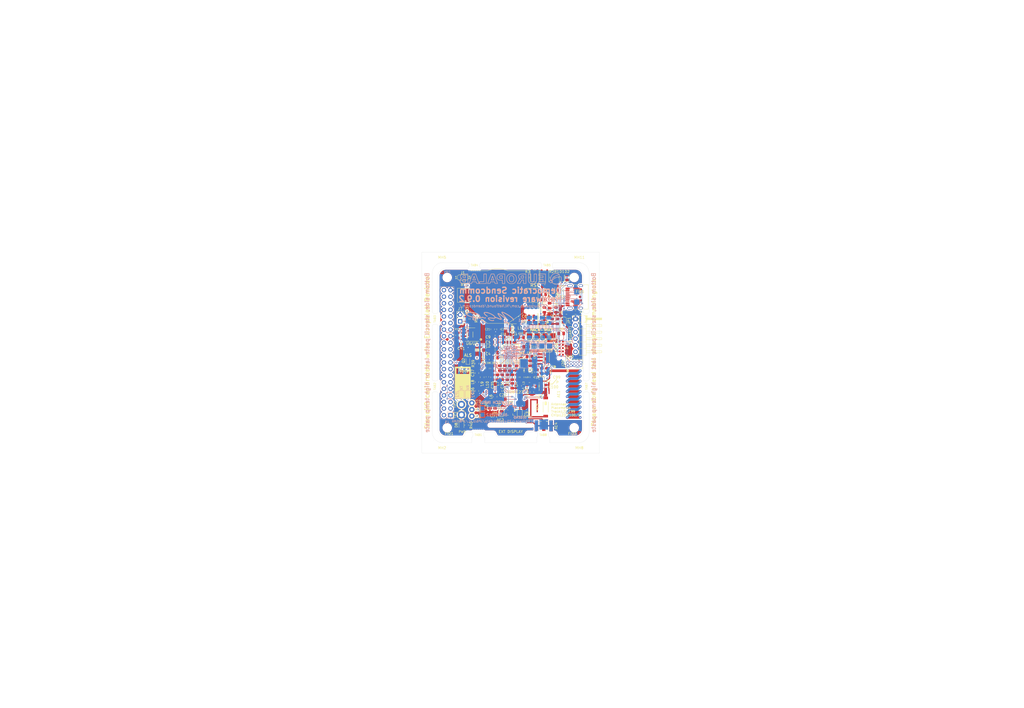
<source format=kicad_pcb>
(kicad_pcb (version 20171130) (host pcbnew 5.1.5+dfsg1-2build2)

  (general
    (thickness 1.6)
    (drawings 187)
    (tracks 1285)
    (zones 0)
    (modules 156)
    (nets 132)
  )

  (page A3)
  (title_block
    (title "Democratic Sendcomm")
    (date 2020-12-26)
    (rev 0.9.2)
    (company "Europalab Devices")
    (comment 1 "Copyright © 2020, Europalab Devices")
    (comment 2 "Fulfilling requirements of 20200210")
    (comment 3 "Pending quality assurance testing")
    (comment 4 "Release revision for manufacturing")
  )

  (layers
    (0 F.Cu signal)
    (1 In1.Cu power)
    (2 In2.Cu power)
    (31 B.Cu signal)
    (34 B.Paste user)
    (35 F.Paste user)
    (36 B.SilkS user)
    (37 F.SilkS user)
    (38 B.Mask user)
    (39 F.Mask user)
    (40 Dwgs.User user)
    (41 Cmts.User user)
    (44 Edge.Cuts user)
    (45 Margin user)
    (46 B.CrtYd user)
    (47 F.CrtYd user)
    (48 B.Fab user)
    (49 F.Fab user)
  )

  (setup
    (last_trace_width 0.09)
    (user_trace_width 0.1016)
    (user_trace_width 0.127)
    (user_trace_width 0.2)
    (user_trace_width 0.4)
    (user_trace_width 1.016)
    (trace_clearance 0.09)
    (zone_clearance 0.508)
    (zone_45_only no)
    (trace_min 0.09)
    (via_size 0.356)
    (via_drill 0.2)
    (via_min_size 0.356)
    (via_min_drill 0.2)
    (user_via 0.45 0.2)
    (user_via 0.6 0.3)
    (uvia_size 0.45)
    (uvia_drill 0.1)
    (uvias_allowed no)
    (uvia_min_size 0.45)
    (uvia_min_drill 0.1)
    (edge_width 0.1)
    (segment_width 0.1)
    (pcb_text_width 0.25)
    (pcb_text_size 1 1)
    (mod_edge_width 0.15)
    (mod_text_size 1 1)
    (mod_text_width 0.15)
    (pad_size 2 2)
    (pad_drill 0)
    (pad_to_mask_clearance 0)
    (aux_axis_origin 0 0)
    (visible_elements 7FFFFFFF)
    (pcbplotparams
      (layerselection 0x313fc_ffffffff)
      (usegerberextensions true)
      (usegerberattributes false)
      (usegerberadvancedattributes false)
      (creategerberjobfile false)
      (excludeedgelayer true)
      (linewidth 0.150000)
      (plotframeref false)
      (viasonmask false)
      (mode 1)
      (useauxorigin false)
      (hpglpennumber 1)
      (hpglpenspeed 20)
      (hpglpendiameter 15.000000)
      (psnegative false)
      (psa4output false)
      (plotreference true)
      (plotvalue true)
      (plotinvisibletext false)
      (padsonsilk false)
      (subtractmaskfromsilk false)
      (outputformat 1)
      (mirror false)
      (drillshape 0)
      (scaleselection 1)
      (outputdirectory "fabsingle"))
  )

  (net 0 "")
  (net 1 GND)
  (net 2 "Net-(AE1-Pad1)")
  (net 3 /Sheet5F53D5B4/RFSWPWR)
  (net 4 "Net-(C8-Pad1)")
  (net 5 /Sheet5F53D5B4/POWAMP)
  (net 6 "Net-(C13-Pad1)")
  (net 7 /Sheet5F53D5B4/HFOUT)
  (net 8 +3V3)
  (net 9 "Net-(C29-Pad1)")
  (net 10 /Sheet5F53D5B4/HPOUT)
  (net 11 /Sheet5F53D5B4/HFIN)
  (net 12 /Sheet5F53D5B4/BANDSEL)
  (net 13 "Net-(BT1-Pad1)")
  (net 14 /Sheet5F53D5B4/USB_BUS)
  (net 15 "Net-(C33-Pad1)")
  (net 16 "Net-(C34-Pad1)")
  (net 17 /Sheet5F53D5B4/CMDRST)
  (net 18 "Net-(D1-Pad2)")
  (net 19 "Net-(D1-Pad1)")
  (net 20 "Net-(D2-Pad1)")
  (net 21 "Net-(D2-Pad2)")
  (net 22 /Sheet5F53D5B4/USB_P)
  (net 23 /Sheet5F53D5B4/USB_N)
  (net 24 /Sheet60040980/ID_SD)
  (net 25 /Sheet60040980/ID_SC)
  (net 26 /Sheet5F53D5B4/SWDCLK)
  (net 27 "Net-(J3-Pad7)")
  (net 28 "Net-(J3-Pad8)")
  (net 29 "Net-(J4-Pad6)")
  (net 30 /Sheet5F53D5B4/CN_VBAT)
  (net 31 /Sheet5F53D5B4/XCEIV)
  (net 32 "Net-(AE5-Pad2)")
  (net 33 "Net-(C1-Pad1)")
  (net 34 "Net-(C7-Pad1)")
  (net 35 "Net-(C14-Pad1)")
  (net 36 "Net-(C17-Pad1)")
  (net 37 "Net-(C18-Pad2)")
  (net 38 "Net-(C19-Pad2)")
  (net 39 "Net-(C23-Pad2)")
  (net 40 "Net-(C23-Pad1)")
  (net 41 "Net-(C24-Pad1)")
  (net 42 "Net-(C24-Pad2)")
  (net 43 "Net-(C29-Pad2)")
  (net 44 "Net-(C33-Pad2)")
  (net 45 "Net-(C35-Pad2)")
  (net 46 "Net-(C40-Pad1)")
  (net 47 "Net-(J2-PadB5)")
  (net 48 "Net-(J2-PadA8)")
  (net 49 "Net-(J2-PadA5)")
  (net 50 "Net-(J2-PadB8)")
  (net 51 "Net-(J3-Pad2)")
  (net 52 "Net-(J3-Pad3)")
  (net 53 "Net-(J3-Pad4)")
  (net 54 "Net-(J3-Pad5)")
  (net 55 "Net-(J3-Pad10)")
  (net 56 "Net-(J3-Pad11)")
  (net 57 "Net-(J3-Pad12)")
  (net 58 "Net-(J3-Pad13)")
  (net 59 "Net-(J3-Pad15)")
  (net 60 "Net-(J3-Pad16)")
  (net 61 "Net-(J3-Pad18)")
  (net 62 "Net-(J3-Pad19)")
  (net 63 "Net-(J3-Pad21)")
  (net 64 "Net-(J3-Pad22)")
  (net 65 "Net-(J3-Pad23)")
  (net 66 "Net-(J3-Pad24)")
  (net 67 "Net-(J3-Pad26)")
  (net 68 "Net-(J3-Pad29)")
  (net 69 "Net-(J3-Pad31)")
  (net 70 "Net-(J3-Pad32)")
  (net 71 "Net-(J3-Pad33)")
  (net 72 "Net-(J3-Pad35)")
  (net 73 "Net-(J3-Pad36)")
  (net 74 "Net-(J3-Pad37)")
  (net 75 "Net-(J3-Pad38)")
  (net 76 "Net-(J3-Pad40)")
  (net 77 "Net-(J4-Pad7)")
  (net 78 "Net-(J4-Pad8)")
  (net 79 "Net-(J5-Pad2)")
  (net 80 "Net-(J5-Pad3)")
  (net 81 "Net-(J5-Pad6)")
  (net 82 "Net-(J6-Pad1)")
  (net 83 "Net-(L1-Pad2)")
  (net 84 "Net-(R3-Pad1)")
  (net 85 "Net-(R4-Pad1)")
  (net 86 "Net-(R4-Pad2)")
  (net 87 "Net-(U2-Pad5)")
  (net 88 "Net-(U3-PadG1)")
  (net 89 "Net-(U3-PadH1)")
  (net 90 "Net-(U3-PadE3)")
  (net 91 "Net-(U3-PadE4)")
  (net 92 "Net-(U3-PadF4)")
  (net 93 "Net-(U3-PadC7)")
  (net 94 "Net-(U3-PadD7)")
  (net 95 "Net-(U3-PadD8)")
  (net 96 "Net-(U5-Pad3)")
  (net 97 "Net-(U5-Pad4)")
  (net 98 "Net-(U8-Pad7)")
  (net 99 "Net-(U8-Pad3)")
  (net 100 "Net-(U8-Pad2)")
  (net 101 "Net-(U8-Pad1)")
  (net 102 "Net-(U9-Pad1)")
  (net 103 "Net-(U9-Pad2)")
  (net 104 "Net-(U9-Pad3)")
  (net 105 "Net-(U9-Pad7)")
  (net 106 /Sheet5F53D5B4/SWDIO)
  (net 107 "Net-(AE2-Pad1)")
  (net 108 "Net-(AE4-Pad1)")
  (net 109 "Net-(AE5-Pad1)")
  (net 110 "Net-(J6-Pad2)")
  (net 111 "Net-(J6-Pad3)")
  (net 112 "Net-(J6-Pad4)")
  (net 113 "Net-(J7-Pad1)")
  (net 114 "Net-(C95-Pad1)")
  (net 115 /TP_SCL)
  (net 116 /TP_SDA)
  (net 117 "Net-(J20-Pad6)")
  (net 118 "Net-(J20-Pad7)")
  (net 119 "Net-(J20-Pad8)")
  (net 120 "Net-(Q2-Pad2)")
  (net 121 EXT_UART_TX)
  (net 122 EXT_UART_RX)
  (net 123 "Net-(D8-Pad2)")
  (net 124 USB_TST)
  (net 125 "Net-(TP13-Pad1)")
  (net 126 "Net-(C94-Pad2)")
  (net 127 "Net-(C96-Pad1)")
  (net 128 /Sheet5F53D5B4/CRY_XIN-RSVD)
  (net 129 /Sheet5F53D5B4/CRY_XOUT-RSVD)
  (net 130 "Net-(C97-Pad1)")
  (net 131 "Net-(C101-Pad1)")

  (net_class Default "This is the default net class."
    (clearance 0.09)
    (trace_width 0.09)
    (via_dia 0.356)
    (via_drill 0.2)
    (uvia_dia 0.45)
    (uvia_drill 0.1)
    (add_net +3V3)
    (add_net /Sheet5F53D5B4/BANDSEL)
    (add_net /Sheet5F53D5B4/CMDRST)
    (add_net /Sheet5F53D5B4/CN_VBAT)
    (add_net /Sheet5F53D5B4/CRY_XIN-RSVD)
    (add_net /Sheet5F53D5B4/CRY_XOUT-RSVD)
    (add_net /Sheet5F53D5B4/HFIN)
    (add_net /Sheet5F53D5B4/HFOUT)
    (add_net /Sheet5F53D5B4/HPOUT)
    (add_net /Sheet5F53D5B4/POWAMP)
    (add_net /Sheet5F53D5B4/RFSWPWR)
    (add_net /Sheet5F53D5B4/SWDCLK)
    (add_net /Sheet5F53D5B4/SWDIO)
    (add_net /Sheet5F53D5B4/USB_BUS)
    (add_net /Sheet5F53D5B4/USB_N)
    (add_net /Sheet5F53D5B4/USB_P)
    (add_net /Sheet5F53D5B4/XCEIV)
    (add_net /Sheet60040980/ID_SC)
    (add_net /Sheet60040980/ID_SD)
    (add_net /TP_SCL)
    (add_net /TP_SDA)
    (add_net EXT_UART_RX)
    (add_net EXT_UART_TX)
    (add_net GND)
    (add_net "Net-(AE1-Pad1)")
    (add_net "Net-(AE2-Pad1)")
    (add_net "Net-(AE4-Pad1)")
    (add_net "Net-(AE5-Pad1)")
    (add_net "Net-(AE5-Pad2)")
    (add_net "Net-(BT1-Pad1)")
    (add_net "Net-(C1-Pad1)")
    (add_net "Net-(C101-Pad1)")
    (add_net "Net-(C13-Pad1)")
    (add_net "Net-(C14-Pad1)")
    (add_net "Net-(C17-Pad1)")
    (add_net "Net-(C18-Pad2)")
    (add_net "Net-(C19-Pad2)")
    (add_net "Net-(C23-Pad1)")
    (add_net "Net-(C23-Pad2)")
    (add_net "Net-(C24-Pad1)")
    (add_net "Net-(C24-Pad2)")
    (add_net "Net-(C29-Pad1)")
    (add_net "Net-(C29-Pad2)")
    (add_net "Net-(C33-Pad1)")
    (add_net "Net-(C33-Pad2)")
    (add_net "Net-(C34-Pad1)")
    (add_net "Net-(C35-Pad2)")
    (add_net "Net-(C40-Pad1)")
    (add_net "Net-(C7-Pad1)")
    (add_net "Net-(C8-Pad1)")
    (add_net "Net-(C94-Pad2)")
    (add_net "Net-(C95-Pad1)")
    (add_net "Net-(C96-Pad1)")
    (add_net "Net-(C97-Pad1)")
    (add_net "Net-(D1-Pad1)")
    (add_net "Net-(D1-Pad2)")
    (add_net "Net-(D2-Pad1)")
    (add_net "Net-(D2-Pad2)")
    (add_net "Net-(D8-Pad2)")
    (add_net "Net-(J2-PadA5)")
    (add_net "Net-(J2-PadA8)")
    (add_net "Net-(J2-PadB5)")
    (add_net "Net-(J2-PadB8)")
    (add_net "Net-(J20-Pad6)")
    (add_net "Net-(J20-Pad7)")
    (add_net "Net-(J20-Pad8)")
    (add_net "Net-(J3-Pad10)")
    (add_net "Net-(J3-Pad11)")
    (add_net "Net-(J3-Pad12)")
    (add_net "Net-(J3-Pad13)")
    (add_net "Net-(J3-Pad15)")
    (add_net "Net-(J3-Pad16)")
    (add_net "Net-(J3-Pad18)")
    (add_net "Net-(J3-Pad19)")
    (add_net "Net-(J3-Pad2)")
    (add_net "Net-(J3-Pad21)")
    (add_net "Net-(J3-Pad22)")
    (add_net "Net-(J3-Pad23)")
    (add_net "Net-(J3-Pad24)")
    (add_net "Net-(J3-Pad26)")
    (add_net "Net-(J3-Pad29)")
    (add_net "Net-(J3-Pad3)")
    (add_net "Net-(J3-Pad31)")
    (add_net "Net-(J3-Pad32)")
    (add_net "Net-(J3-Pad33)")
    (add_net "Net-(J3-Pad35)")
    (add_net "Net-(J3-Pad36)")
    (add_net "Net-(J3-Pad37)")
    (add_net "Net-(J3-Pad38)")
    (add_net "Net-(J3-Pad4)")
    (add_net "Net-(J3-Pad40)")
    (add_net "Net-(J3-Pad5)")
    (add_net "Net-(J3-Pad7)")
    (add_net "Net-(J3-Pad8)")
    (add_net "Net-(J4-Pad6)")
    (add_net "Net-(J4-Pad7)")
    (add_net "Net-(J4-Pad8)")
    (add_net "Net-(J5-Pad2)")
    (add_net "Net-(J5-Pad3)")
    (add_net "Net-(J5-Pad6)")
    (add_net "Net-(J6-Pad1)")
    (add_net "Net-(J6-Pad2)")
    (add_net "Net-(J6-Pad3)")
    (add_net "Net-(J6-Pad4)")
    (add_net "Net-(J7-Pad1)")
    (add_net "Net-(L1-Pad2)")
    (add_net "Net-(Q2-Pad2)")
    (add_net "Net-(R3-Pad1)")
    (add_net "Net-(R4-Pad1)")
    (add_net "Net-(R4-Pad2)")
    (add_net "Net-(TP13-Pad1)")
    (add_net "Net-(U2-Pad5)")
    (add_net "Net-(U3-PadC7)")
    (add_net "Net-(U3-PadD7)")
    (add_net "Net-(U3-PadD8)")
    (add_net "Net-(U3-PadE3)")
    (add_net "Net-(U3-PadE4)")
    (add_net "Net-(U3-PadF4)")
    (add_net "Net-(U3-PadG1)")
    (add_net "Net-(U3-PadH1)")
    (add_net "Net-(U5-Pad3)")
    (add_net "Net-(U5-Pad4)")
    (add_net "Net-(U8-Pad1)")
    (add_net "Net-(U8-Pad2)")
    (add_net "Net-(U8-Pad3)")
    (add_net "Net-(U8-Pad7)")
    (add_net "Net-(U9-Pad1)")
    (add_net "Net-(U9-Pad2)")
    (add_net "Net-(U9-Pad3)")
    (add_net "Net-(U9-Pad7)")
    (add_net USB_TST)
  )

  (net_class Power ""
    (clearance 0.2)
    (trace_width 0.5)
    (via_dia 1)
    (via_drill 0.7)
    (uvia_dia 0.5)
    (uvia_drill 0.1)
  )

  (module RF_Antenna:Texas_SWRA416_868MHz_915MHz (layer F.Cu) (tedit 5CF40AFD) (tstamp 5F686F31)
    (at 231 164 270)
    (descr http://www.ti.com/lit/an/swra416/swra416.pdf)
    (tags "PCB antenna")
    (path /5F5C0728/60008187)
    (attr smd)
    (fp_text reference AE1 (at 0 2.5 90) (layer F.SilkS)
      (effects (font (size 1 1) (thickness 0.15)))
    )
    (fp_text value Antenna (at 0.1 -7.6 90) (layer F.Fab)
      (effects (font (size 1 1) (thickness 0.15)))
    )
    (fp_line (start 9.7 2.1) (end 6.2 5.7) (layer Dwgs.User) (width 0.12))
    (fp_line (start 9.7 0.1) (end 4.3 5.7) (layer Dwgs.User) (width 0.12))
    (fp_line (start 9.7 -1.9) (end 2.3 5.7) (layer Dwgs.User) (width 0.12))
    (fp_line (start 9.7 -3.9) (end 0.2 5.7) (layer Dwgs.User) (width 0.12))
    (fp_line (start 9.7 -5.9) (end -1.8 5.7) (layer Dwgs.User) (width 0.12))
    (fp_line (start 8.3 -6.5) (end -3.8 5.7) (layer Dwgs.User) (width 0.12))
    (fp_line (start 6.3 -6.5) (end -5.8 5.7) (layer Dwgs.User) (width 0.12))
    (fp_line (start 4.3 -6.5) (end -7.8 5.7) (layer Dwgs.User) (width 0.12))
    (fp_line (start -9.7 5.5) (end 2.3 -6.5) (layer Dwgs.User) (width 0.12))
    (fp_line (start -9.7 3.5) (end 0.3 -6.5) (layer Dwgs.User) (width 0.12))
    (fp_line (start -9.7 1.5) (end -1.7 -6.5) (layer Dwgs.User) (width 0.12))
    (fp_line (start -9.7 -0.5) (end -3.7 -6.5) (layer Dwgs.User) (width 0.12))
    (fp_line (start -9.7 -2.5) (end -5.7 -6.5) (layer Dwgs.User) (width 0.12))
    (fp_line (start -9.7 -4.5) (end -7.7 -6.5) (layer Dwgs.User) (width 0.12))
    (fp_line (start 9.7 -6.5) (end -9.7 -6.5) (layer Dwgs.User) (width 0.15))
    (fp_line (start 9.7 5.7) (end 9.7 -6.5) (layer Dwgs.User) (width 0.15))
    (fp_line (start -9.7 5.7) (end 9.7 5.7) (layer Dwgs.User) (width 0.15))
    (fp_line (start -9.7 -6.5) (end -9.7 5.7) (layer Dwgs.User) (width 0.15))
    (fp_line (start 7 -5.8) (end 8 -4.8) (layer B.Cu) (width 1))
    (fp_line (start 8 -1.8) (end 9 -0.8) (layer B.Cu) (width 1))
    (fp_line (start 8 -4.8) (end 8 -1.8) (layer B.Cu) (width 1))
    (fp_line (start 9 -5.8) (end 9 -0.8) (layer F.Cu) (width 1))
    (fp_line (start 5 -5.8) (end 6 -4.8) (layer B.Cu) (width 1))
    (fp_line (start 6 -1.8) (end 7 -0.8) (layer B.Cu) (width 1))
    (fp_line (start 6 -4.8) (end 6 -1.8) (layer B.Cu) (width 1))
    (fp_line (start 7 -5.8) (end 7 -0.8) (layer F.Cu) (width 1))
    (fp_line (start 3 -5.8) (end 4 -4.8) (layer B.Cu) (width 1))
    (fp_line (start 4 -1.8) (end 5 -0.8) (layer B.Cu) (width 1))
    (fp_line (start 4 -4.8) (end 4 -1.8) (layer B.Cu) (width 1))
    (fp_line (start 5 -5.8) (end 5 -0.8) (layer F.Cu) (width 1))
    (fp_line (start 1 -5.8) (end 2 -4.8) (layer B.Cu) (width 1))
    (fp_line (start 2 -1.8) (end 3 -0.8) (layer B.Cu) (width 1))
    (fp_line (start 2 -4.8) (end 2 -1.8) (layer B.Cu) (width 1))
    (fp_line (start 3 -5.8) (end 3 -0.8) (layer F.Cu) (width 1))
    (fp_line (start -1 -5.8) (end 0 -4.8) (layer B.Cu) (width 1))
    (fp_line (start 0 -1.8) (end 1 -0.8) (layer B.Cu) (width 1))
    (fp_line (start 0 -4.8) (end 0 -1.8) (layer B.Cu) (width 1))
    (fp_line (start 1 -5.8) (end 1 -0.8) (layer F.Cu) (width 1))
    (fp_line (start -3 -5.8) (end -2 -4.8) (layer B.Cu) (width 1))
    (fp_line (start -2 -1.8) (end -1 -0.8) (layer B.Cu) (width 1))
    (fp_line (start -2 -4.8) (end -2 -1.8) (layer B.Cu) (width 1))
    (fp_line (start -1 -5.8) (end -1 -0.8) (layer F.Cu) (width 1))
    (fp_line (start -4 -4.8) (end -4 -1.8) (layer B.Cu) (width 1))
    (fp_line (start -5 -5.8) (end -4 -4.8) (layer B.Cu) (width 1))
    (fp_line (start -4 -1.8) (end -3 -0.8) (layer B.Cu) (width 1))
    (fp_line (start -3 -5.8) (end -3 -0.8) (layer F.Cu) (width 1))
    (fp_line (start -6 -4.8) (end -6 -1.8) (layer B.Cu) (width 1))
    (fp_line (start -7 -5.8) (end -6 -4.8) (layer B.Cu) (width 1))
    (fp_line (start -6 -1.8) (end -5 -0.8) (layer B.Cu) (width 1))
    (fp_line (start -5 -5.8) (end -5 -0.8) (layer F.Cu) (width 1))
    (fp_line (start -7 -5.8) (end -7 -0.8) (layer F.Cu) (width 1))
    (fp_line (start -9 5.2) (end -9 -5.8) (layer F.Cu) (width 1))
    (fp_line (start -9 -5.8) (end -8 -4.8) (layer B.Cu) (width 1))
    (fp_line (start -8 -4.8) (end -8 -1.8) (layer B.Cu) (width 1))
    (fp_line (start -8 -1.8) (end -7 -0.8) (layer B.Cu) (width 1))
    (fp_line (start 9.7 4.1) (end 8.2 5.7) (layer Dwgs.User) (width 0.12))
    (fp_line (start -9.9 -6.7) (end -9.9 5.9) (layer F.CrtYd) (width 0.05))
    (fp_line (start -9.9 5.9) (end 9.9 5.9) (layer F.CrtYd) (width 0.05))
    (fp_line (start 9.9 5.9) (end 9.9 -6.7) (layer F.CrtYd) (width 0.05))
    (fp_line (start 9.9 -6.7) (end -9.9 -6.7) (layer F.CrtYd) (width 0.05))
    (fp_line (start 9.9 -6.7) (end -9.9 -6.7) (layer B.CrtYd) (width 0.05))
    (fp_line (start 9.9 5.9) (end 9.9 -6.7) (layer B.CrtYd) (width 0.05))
    (fp_line (start -9.9 -6.7) (end -9.9 5.9) (layer B.CrtYd) (width 0.05))
    (fp_line (start -9.9 5.9) (end 9.9 5.9) (layer B.CrtYd) (width 0.05))
    (fp_text user "KEEP-OUT ZONE" (at 1 -2.8 90) (layer Cmts.User)
      (effects (font (size 1 1) (thickness 0.15)))
    )
    (fp_text user "No metal, traces or " (at 1 0.2 90) (layer Cmts.User)
      (effects (font (size 1 1) (thickness 0.15)))
    )
    (fp_text user "any components on" (at 1 2.2 90) (layer Cmts.User)
      (effects (font (size 1 1) (thickness 0.15)))
    )
    (fp_text user " any PCB layer." (at 1 4.2 90) (layer Cmts.User)
      (effects (font (size 1 1) (thickness 0.15)))
    )
    (fp_text user %R (at -0.4 6.6 90) (layer F.Fab)
      (effects (font (size 1 1) (thickness 0.15)))
    )
    (pad "" thru_hole circle (at 9 -0.8 90) (size 1 1) (drill 0.4) (layers *.Cu))
    (pad "" thru_hole circle (at 9 -5.8 90) (size 1 1) (drill 0.4) (layers *.Cu))
    (pad "" thru_hole circle (at 7 -5.8 90) (size 1 1) (drill 0.4) (layers *.Cu))
    (pad "" thru_hole circle (at 7 -0.8 90) (size 1 1) (drill 0.4) (layers *.Cu))
    (pad "" thru_hole circle (at 5 -0.8 90) (size 1 1) (drill 0.4) (layers *.Cu))
    (pad "" thru_hole circle (at 5 -5.8 90) (size 1 1) (drill 0.4) (layers *.Cu))
    (pad "" thru_hole circle (at 3 -0.8 90) (size 1 1) (drill 0.4) (layers *.Cu))
    (pad "" thru_hole circle (at 3 -5.8 90) (size 1 1) (drill 0.4) (layers *.Cu))
    (pad "" thru_hole circle (at 1 -5.8 90) (size 1 1) (drill 0.4) (layers *.Cu))
    (pad "" thru_hole circle (at 1 -0.8 90) (size 1 1) (drill 0.4) (layers *.Cu))
    (pad "" thru_hole circle (at -1 -0.8 90) (size 1 1) (drill 0.4) (layers *.Cu))
    (pad "" thru_hole circle (at -1 -5.8 90) (size 1 1) (drill 0.4) (layers *.Cu))
    (pad "" thru_hole circle (at -3 -5.8 90) (size 1 1) (drill 0.4) (layers *.Cu))
    (pad "" thru_hole circle (at -3 -0.8 90) (size 1 1) (drill 0.4) (layers *.Cu))
    (pad "" thru_hole circle (at -5 -0.8 90) (size 1 1) (drill 0.4) (layers *.Cu))
    (pad "" thru_hole circle (at -5 -5.8 90) (size 1 1) (drill 0.4) (layers *.Cu))
    (pad "" thru_hole circle (at -7 -5.8 90) (size 1 1) (drill 0.4) (layers *.Cu))
    (pad "" thru_hole circle (at -7 -0.8 90) (size 1 1) (drill 0.4) (layers *.Cu))
    (pad "" thru_hole circle (at -9 -5.8 90) (size 1 1) (drill 0.4) (layers *.Cu))
    (pad 1 smd trapezoid (at -9 5.9 90) (size 0.4 0.8) (rect_delta 0 0.3 ) (layers F.Cu)
      (net 2 "Net-(AE1-Pad1)"))
  )

  (module Elabdev:Panel_Mousetab_25mm_Single (layer F.Cu) (tedit 5CD9E502) (tstamp 5FEC726C)
    (at 222.5 179.75 90)
    (path /5CD9EB0D)
    (fp_text reference TAB8 (at 0 0) (layer F.SilkS)
      (effects (font (size 0.8 0.8) (thickness 0.13)))
    )
    (fp_text value Pantab (at -3.25 0 180) (layer F.Fab)
      (effects (font (size 1 1) (thickness 0.15)))
    )
    (fp_line (start 1.25 -2.2) (end 1.25 2.2) (layer F.Fab) (width 0.15))
    (fp_line (start -1.25 -2.2) (end -1.25 2.2) (layer F.Fab) (width 0.15))
    (fp_line (start 2.1 -2.6) (end 2.1 2.6) (layer F.CrtYd) (width 0.15))
    (fp_line (start 2.1 2.6) (end -2.1 2.6) (layer F.CrtYd) (width 0.15))
    (fp_line (start -2.1 2.6) (end -2.1 -2.6) (layer F.CrtYd) (width 0.15))
    (fp_line (start -2.1 -2.6) (end 2.1 -2.6) (layer F.CrtYd) (width 0.15))
    (pad "" np_thru_hole circle (at 1.35 2 90) (size 0.5 0.5) (drill 0.5) (layers *.Cu))
    (pad "" np_thru_hole circle (at 1.35 1.2 90) (size 0.5 0.5) (drill 0.5) (layers *.Cu))
    (pad "" np_thru_hole circle (at 1.35 0.4 90) (size 0.5 0.5) (drill 0.5) (layers *.Cu))
    (pad "" np_thru_hole circle (at 1.35 -0.4 90) (size 0.5 0.5) (drill 0.5) (layers *.Cu))
    (pad "" np_thru_hole circle (at 1.35 -1.2 90) (size 0.5 0.5) (drill 0.5) (layers *.Cu))
    (pad "" np_thru_hole circle (at 1.35 -2 90) (size 0.5 0.5) (drill 0.5) (layers *.Cu))
  )

  (module Capacitor_SMD:C_0805_2012Metric (layer F.Cu) (tedit 5B36C52B) (tstamp 5FEB8111)
    (at 211.5 143.0625 270)
    (descr "Capacitor SMD 0805 (2012 Metric), square (rectangular) end terminal, IPC_7351 nominal, (Body size source: https://docs.google.com/spreadsheets/d/1BsfQQcO9C6DZCsRaXUlFlo91Tg2WpOkGARC1WS5S8t0/edit?usp=sharing), generated with kicad-footprint-generator")
    (tags capacitor)
    (path /5F53D5B5/5F609CF5)
    (attr smd)
    (fp_text reference C19 (at -2.0625 0 180) (layer F.SilkS)
      (effects (font (size 0.7 0.7) (thickness 0.1)))
    )
    (fp_text value 15pF (at 0 1.65 90) (layer F.Fab)
      (effects (font (size 1 1) (thickness 0.15)))
    )
    (fp_line (start -1 0.6) (end -1 -0.6) (layer F.Fab) (width 0.1))
    (fp_line (start -1 -0.6) (end 1 -0.6) (layer F.Fab) (width 0.1))
    (fp_line (start 1 -0.6) (end 1 0.6) (layer F.Fab) (width 0.1))
    (fp_line (start 1 0.6) (end -1 0.6) (layer F.Fab) (width 0.1))
    (fp_line (start -0.258578 -0.71) (end 0.258578 -0.71) (layer F.SilkS) (width 0.12))
    (fp_line (start -0.258578 0.71) (end 0.258578 0.71) (layer F.SilkS) (width 0.12))
    (fp_line (start -1.68 0.95) (end -1.68 -0.95) (layer F.CrtYd) (width 0.05))
    (fp_line (start -1.68 -0.95) (end 1.68 -0.95) (layer F.CrtYd) (width 0.05))
    (fp_line (start 1.68 -0.95) (end 1.68 0.95) (layer F.CrtYd) (width 0.05))
    (fp_line (start 1.68 0.95) (end -1.68 0.95) (layer F.CrtYd) (width 0.05))
    (fp_text user %R (at 0 0 90) (layer F.Fab)
      (effects (font (size 0.5 0.5) (thickness 0.08)))
    )
    (pad 1 smd roundrect (at -0.9375 0 270) (size 0.975 1.4) (layers F.Cu F.Paste F.Mask) (roundrect_rratio 0.25)
      (net 1 GND))
    (pad 2 smd roundrect (at 0.9375 0 270) (size 0.975 1.4) (layers F.Cu F.Paste F.Mask) (roundrect_rratio 0.25)
      (net 38 "Net-(C19-Pad2)"))
    (model ${KISYS3DMOD}/Capacitor_SMD.3dshapes/C_0805_2012Metric.wrl
      (at (xyz 0 0 0))
      (scale (xyz 1 1 1))
      (rotate (xyz 0 0 0))
    )
  )

  (module Elabdev:Meinkuerz_sign_480dpi (layer B.Cu) (tedit 0) (tstamp 5FBE809B)
    (at 202 134 180)
    (fp_text reference G1 (at 0 0) (layer B.SilkS) hide
      (effects (font (size 1.524 1.524) (thickness 0.3)) (justify mirror))
    )
    (fp_text value Meinkuerzel_signature (at 0.75 0) (layer B.SilkS) hide
      (effects (font (size 1.524 1.524) (thickness 0.3)) (justify mirror))
    )
    (fp_poly (pts (xy 7.849084 1.675651) (xy 8.303148 1.632827) (xy 8.685942 1.550363) (xy 8.876057 1.481326)
      (xy 9.07938 1.34976) (xy 9.204465 1.178624) (xy 9.241225 0.986809) (xy 9.210768 0.854557)
      (xy 9.078684 0.643748) (xy 8.864557 0.429964) (xy 8.589687 0.233059) (xy 8.471807 0.165759)
      (xy 8.232808 0.053863) (xy 7.923436 -0.068816) (xy 7.576824 -0.190996) (xy 7.226108 -0.301392)
      (xy 6.904421 -0.388723) (xy 6.731621 -0.426811) (xy 6.398868 -0.490816) (xy 6.556265 -0.586535)
      (xy 6.736632 -0.743549) (xy 6.819572 -0.938245) (xy 6.82625 -1.022915) (xy 6.780462 -1.15416)
      (xy 6.660466 -1.295963) (xy 6.49231 -1.424979) (xy 6.30204 -1.517866) (xy 6.258842 -1.531402)
      (xy 6.0446 -1.569955) (xy 5.805186 -1.581627) (xy 5.582286 -1.566858) (xy 5.417587 -1.526091)
      (xy 5.409578 -1.522402) (xy 5.285381 -1.409276) (xy 5.232727 -1.237525) (xy 5.243042 -1.133742)
      (xy 5.545646 -1.133742) (xy 5.569322 -1.243922) (xy 5.599007 -1.270742) (xy 5.725804 -1.30367)
      (xy 5.911501 -1.301091) (xy 6.117136 -1.267785) (xy 6.303743 -1.20853) (xy 6.368163 -1.176419)
      (xy 6.483421 -1.090411) (xy 6.547775 -1.006994) (xy 6.550669 -0.996984) (xy 6.519163 -0.903747)
      (xy 6.404517 -0.814537) (xy 6.229026 -0.742568) (xy 6.060328 -0.706358) (xy 5.903418 -0.693399)
      (xy 5.806355 -0.717484) (xy 5.726223 -0.79035) (xy 5.718194 -0.79992) (xy 5.596762 -0.979847)
      (xy 5.545646 -1.133742) (xy 5.243042 -1.133742) (xy 5.253531 -1.028227) (xy 5.344918 -0.810631)
      (xy 5.442538 -0.642303) (xy 5.295353 -0.646487) (xy 5.12125 -0.625399) (xy 5.035885 -0.550663)
      (xy 5.027083 -0.501447) (xy 5.075804 -0.410776) (xy 5.222941 -0.351671) (xy 5.469958 -0.32355)
      (xy 5.476875 -0.323261) (xy 5.599677 -0.314345) (xy 5.697993 -0.289875) (xy 5.794712 -0.235966)
      (xy 5.912725 -0.138734) (xy 6.074923 0.015705) (xy 6.138333 0.077935) (xy 6.357426 0.284825)
      (xy 6.520758 0.415811) (xy 6.63982 0.476704) (xy 6.726105 0.473318) (xy 6.791106 0.411464)
      (xy 6.792772 0.408883) (xy 6.813029 0.349999) (xy 6.787897 0.281807) (xy 6.704882 0.184844)
      (xy 6.561666 0.048946) (xy 6.270625 -0.217166) (xy 6.532899 -0.183078) (xy 6.900304 -0.115245)
      (xy 7.289474 -0.008645) (xy 7.678243 0.127507) (xy 8.044445 0.283994) (xy 8.365914 0.451601)
      (xy 8.620483 0.621112) (xy 8.749193 0.738377) (xy 8.856936 0.865956) (xy 8.92727 0.965202)
      (xy 8.942916 1.001728) (xy 8.895983 1.084773) (xy 8.773369 1.176095) (xy 8.602358 1.259484)
      (xy 8.410231 1.318727) (xy 8.408998 1.318992) (xy 8.149682 1.354937) (xy 7.8128 1.371973)
      (xy 7.424917 1.370093) (xy 7.012599 1.349291) (xy 6.686734 1.319437) (xy 6.066773 1.222977)
      (xy 5.517194 1.081213) (xy 5.043989 0.897075) (xy 4.653152 0.673494) (xy 4.350673 0.413401)
      (xy 4.142546 0.119727) (xy 4.114637 0.061443) (xy 4.047094 -0.15251) (xy 4.06025 -0.336634)
      (xy 4.160207 -0.518581) (xy 4.270456 -0.644496) (xy 4.390411 -0.79173) (xy 4.431252 -0.900383)
      (xy 4.427296 -0.922309) (xy 4.357272 -0.99719) (xy 4.242023 -0.977517) (xy 4.082983 -0.863726)
      (xy 4.010682 -0.795217) (xy 3.879838 -0.680755) (xy 3.765594 -0.608691) (xy 3.712637 -0.594925)
      (xy 3.6215 -0.594723) (xy 3.455888 -0.585507) (xy 3.246599 -0.569127) (xy 3.175 -0.562633)
      (xy 2.951086 -0.544014) (xy 2.793821 -0.54282) (xy 2.664643 -0.565021) (xy 2.524987 -0.61659)
      (xy 2.371034 -0.687127) (xy 2.100169 -0.795663) (xy 1.89262 -0.837972) (xy 1.841867 -0.837015)
      (xy 1.72083 -0.812158) (xy 1.663036 -0.745697) (xy 1.637803 -0.635) (xy 1.623821 -0.491701)
      (xy 1.628566 -0.389706) (xy 1.630235 -0.383646) (xy 1.692219 -0.322789) (xy 1.789679 -0.330876)
      (xy 1.885465 -0.399867) (xy 1.916539 -0.445597) (xy 1.984375 -0.573694) (xy 2.371569 -0.384068)
      (xy 2.758764 -0.194442) (xy 3.165319 -0.256321) (xy 3.413597 -0.293214) (xy 3.576071 -0.310583)
      (xy 3.67165 -0.304292) (xy 3.719238 -0.270208) (xy 3.737742 -0.204195) (xy 3.744012 -0.129767)
      (xy 3.817818 0.177969) (xy 3.989413 0.470621) (xy 4.251219 0.74303) (xy 4.595656 0.99004)
      (xy 5.015149 1.206492) (xy 5.502117 1.387229) (xy 6.048984 1.527094) (xy 6.228561 1.561184)
      (xy 6.794861 1.64034) (xy 7.340678 1.678326) (xy 7.849084 1.675651)) (layer B.SilkS) (width 0.01))
    (fp_poly (pts (xy -4.580024 1.756567) (xy -4.544854 1.74305) (xy -4.466016 1.67622) (xy -4.437143 1.580417)
      (xy -4.461964 1.447967) (xy -4.544204 1.271201) (xy -4.68759 1.042447) (xy -4.895848 0.754033)
      (xy -5.172705 0.39829) (xy -5.237349 0.3175) (xy -5.411926 0.098408) (xy -5.577817 -0.112809)
      (xy -5.714811 -0.290245) (xy -5.794689 -0.396875) (xy -5.948296 -0.608542) (xy -5.791961 -0.468507)
      (xy -5.700695 -0.392772) (xy -5.541009 -0.266466) (xy -5.329307 -0.10231) (xy -5.081994 0.086977)
      (xy -4.815472 0.288675) (xy -4.815417 0.288716) (xy -4.345432 0.631252) (xy -3.946225 0.897872)
      (xy -3.615767 1.089474) (xy -3.352032 1.206955) (xy -3.152989 1.251211) (xy -3.016612 1.223138)
      (xy -2.940872 1.123633) (xy -2.939055 1.118116) (xy -2.92791 1.023519) (xy -2.955738 0.908417)
      (xy -3.029742 0.759005) (xy -3.157121 0.561475) (xy -3.345079 0.302021) (xy -3.409058 0.217037)
      (xy -3.654587 -0.113597) (xy -3.860834 -0.404313) (xy -4.022275 -0.646491) (xy -4.133388 -0.831509)
      (xy -4.188652 -0.950744) (xy -4.185335 -0.994958) (xy -4.120655 -0.981486) (xy -3.976478 -0.932768)
      (xy -3.770527 -0.855371) (xy -3.520529 -0.755864) (xy -3.349225 -0.685128) (xy -3.06462 -0.570045)
      (xy -2.797019 -0.469163) (xy -2.569108 -0.390505) (xy -2.403576 -0.342097) (xy -2.349431 -0.331513)
      (xy -2.183877 -0.291941) (xy -2.07811 -0.206425) (xy -2.041672 -0.151915) (xy -1.850086 0.096101)
      (xy -1.567603 0.354844) (xy -1.207453 0.616123) (xy -0.78287 0.87175) (xy -0.307084 1.113536)
      (xy 0.206672 1.333293) (xy 0.574448 1.467145) (xy 0.853452 1.556991) (xy 1.074831 1.61415)
      (xy 1.278935 1.645957) (xy 1.506112 1.659747) (xy 1.647661 1.662241) (xy 1.89537 1.661355)
      (xy 2.061526 1.650821) (xy 2.170245 1.626908) (xy 2.245641 1.585888) (xy 2.269431 1.566069)
      (xy 2.364656 1.413892) (xy 2.378536 1.21834) (xy 2.31231 1.002224) (xy 2.231511 0.867835)
      (xy 2.055394 0.653788) (xy 1.846452 0.444397) (xy 1.622129 0.252501) (xy 1.399873 0.090942)
      (xy 1.19713 -0.02744) (xy 1.031346 -0.089804) (xy 0.931657 -0.088852) (xy 0.853749 -0.025156)
      (xy 0.874571 0.06423) (xy 0.991583 0.174246) (xy 1.09802 0.242886) (xy 1.314624 0.387246)
      (xy 1.527802 0.560014) (xy 1.72429 0.746283) (xy 1.890825 0.931146) (xy 2.014146 1.099697)
      (xy 2.080988 1.237027) (xy 2.078088 1.32823) (xy 2.071165 1.336667) (xy 1.954541 1.387475)
      (xy 1.756832 1.400928) (xy 1.494763 1.380087) (xy 1.185063 1.328013) (xy 0.844457 1.247766)
      (xy 0.489674 1.142406) (xy 0.137439 1.014995) (xy -0.00172 0.957368) (xy -0.385109 0.777304)
      (xy -0.74297 0.581237) (xy -1.065571 0.377182) (xy -1.343179 0.173152) (xy -1.566062 -0.022838)
      (xy -1.724487 -0.202776) (xy -1.808722 -0.358647) (xy -1.809035 -0.482438) (xy -1.789329 -0.514562)
      (xy -1.69188 -0.558953) (xy -1.49842 -0.578536) (xy -1.2158 -0.573404) (xy -0.850872 -0.543648)
      (xy -0.464887 -0.496867) (xy -0.056607 -0.452123) (xy 0.260382 -0.442712) (xy 0.494773 -0.469264)
      (xy 0.655256 -0.532408) (xy 0.714552 -0.58228) (xy 0.776217 -0.725165) (xy 0.746162 -0.908878)
      (xy 0.632079 -1.115352) (xy 0.45893 -1.290216) (xy 0.2117 -1.450188) (xy -0.085638 -1.588107)
      (xy -0.409112 -1.696809) (xy -0.734748 -1.769134) (xy -1.038572 -1.797919) (xy -1.296612 -1.776003)
      (xy -1.42875 -1.731015) (xy -1.546706 -1.617759) (xy -1.577815 -1.519827) (xy -1.560687 -1.389395)
      (xy -1.486335 -1.336349) (xy -1.378138 -1.369493) (xy -1.317893 -1.421952) (xy -1.19986 -1.505637)
      (xy -1.092449 -1.534584) (xy -0.859949 -1.513387) (xy -0.579373 -1.457345) (xy -0.297878 -1.377776)
      (xy -0.068589 -1.288836) (xy 0.116249 -1.181832) (xy 0.284174 -1.050661) (xy 0.411262 -0.917533)
      (xy 0.473586 -0.804658) (xy 0.47625 -0.783054) (xy 0.425256 -0.757675) (xy 0.277287 -0.748743)
      (xy 0.039858 -0.755912) (xy -0.279513 -0.778835) (xy -0.673311 -0.817167) (xy -0.956033 -0.849048)
      (xy -1.308534 -0.882196) (xy -1.57585 -0.8857) (xy -1.774982 -0.85746) (xy -1.922933 -0.795374)
      (xy -2.017888 -0.717835) (xy -2.096716 -0.653738) (xy -2.190635 -0.62131) (xy -2.313833 -0.623423)
      (xy -2.480498 -0.662945) (xy -2.704818 -0.742748) (xy -3.00098 -0.865702) (xy -3.216817 -0.960383)
      (xy -3.585839 -1.11854) (xy -3.874386 -1.227749) (xy -4.094462 -1.290524) (xy -4.258069 -1.309381)
      (xy -4.377212 -1.286836) (xy -4.463891 -1.225404) (xy -4.466704 -1.222337) (xy -4.518051 -1.14061)
      (xy -4.530831 -1.040781) (xy -4.500098 -0.912213) (xy -4.420902 -0.744269) (xy -4.288295 -0.526313)
      (xy -4.097327 -0.247708) (xy -3.863138 0.07498) (xy -3.679345 0.325213) (xy -3.519393 0.545064)
      (xy -3.393108 0.720859) (xy -3.310313 0.838921) (xy -3.280834 0.885525) (xy -3.323557 0.888476)
      (xy -3.399896 0.869711) (xy -3.542096 0.805036) (xy -3.750284 0.678102) (xy -4.027571 0.486762)
      (xy -4.377062 0.228867) (xy -4.801868 -0.097732) (xy -4.81991 -0.111817) (xy -5.187034 -0.396401)
      (xy -5.482932 -0.620081) (xy -5.717862 -0.789492) (xy -5.902078 -0.911266) (xy -6.045837 -0.99204)
      (xy -6.159396 -1.038447) (xy -6.25301 -1.057121) (xy -6.283148 -1.058333) (xy -6.40378 -1.045849)
      (xy -6.450441 -0.994435) (xy -6.455563 -0.939271) (xy -6.445942 -0.865735) (xy -6.412644 -0.776476)
      (xy -6.348546 -0.66103) (xy -6.24652 -0.508935) (xy -6.099443 -0.309727) (xy -5.90019 -0.052942)
      (xy -5.641635 0.271882) (xy -5.570553 0.360397) (xy -5.363566 0.620769) (xy -5.174974 0.863504)
      (xy -5.016826 1.072659) (xy -4.901172 1.23229) (xy -4.84006 1.326453) (xy -4.839117 1.328251)
      (xy -4.786636 1.436383) (xy -4.790145 1.473528) (xy -4.856494 1.462433) (xy -4.877731 1.456477)
      (xy -4.973599 1.420322) (xy -5.140081 1.348706) (xy -5.352621 1.252468) (xy -5.55625 1.156974)
      (xy -6.094525 0.881508) (xy -6.644499 0.565345) (xy -7.182748 0.223911) (xy -7.685848 -0.12737)
      (xy -8.130378 -0.473072) (xy -8.424687 -0.732038) (xy -8.650145 -0.95487) (xy -8.800069 -1.131002)
      (xy -8.884377 -1.276175) (xy -8.912984 -1.406131) (xy -8.905425 -1.495188) (xy -8.906488 -1.61853)
      (xy -8.964006 -1.672137) (xy -9.075823 -1.672519) (xy -9.156792 -1.593028) (xy -9.200558 -1.456755)
      (xy -9.200763 -1.286789) (xy -9.151052 -1.106218) (xy -9.131299 -1.06447) (xy -9.024915 -0.913844)
      (xy -8.843627 -0.718433) (xy -8.601654 -0.490528) (xy -8.313213 -0.242422) (xy -7.992524 0.013592)
      (xy -7.653804 0.265222) (xy -7.3545 0.471681) (xy -6.896098 0.764541) (xy -6.449337 1.028776)
      (xy -6.024338 1.259805) (xy -5.631223 1.453048) (xy -5.280112 1.603926) (xy -4.981128 1.707858)
      (xy -4.744392 1.760265) (xy -4.580024 1.756567)) (layer B.SilkS) (width 0.01))
  )

  (module Elabdev:Panel_Mousetab_25mm_Single (layer F.Cu) (tedit 5CD9E59A) (tstamp 5FBE7343)
    (at 224 114.25 270)
    (path /5CD5C3A7)
    (fp_text reference TAB5 (at 0 0 180) (layer F.SilkS)
      (effects (font (size 0.8 0.8) (thickness 0.13)))
    )
    (fp_text value Pantab (at 0 -3.5 270) (layer F.Fab)
      (effects (font (size 1 1) (thickness 0.15)))
    )
    (fp_line (start -2.1 -2.6) (end 2.1 -2.6) (layer F.CrtYd) (width 0.15))
    (fp_line (start -2.1 2.6) (end -2.1 -2.6) (layer F.CrtYd) (width 0.15))
    (fp_line (start 2.1 2.6) (end -2.1 2.6) (layer F.CrtYd) (width 0.15))
    (fp_line (start 2.1 -2.6) (end 2.1 2.6) (layer F.CrtYd) (width 0.15))
    (fp_line (start -1.25 -2.2) (end -1.25 2.2) (layer F.Fab) (width 0.15))
    (fp_line (start 1.25 -2.2) (end 1.25 2.2) (layer F.Fab) (width 0.15))
    (pad "" np_thru_hole circle (at 1.35 -2 270) (size 0.5 0.5) (drill 0.5) (layers *.Cu))
    (pad "" np_thru_hole circle (at 1.35 -1.2 270) (size 0.5 0.5) (drill 0.5) (layers *.Cu))
    (pad "" np_thru_hole circle (at 1.35 -0.4 270) (size 0.5 0.5) (drill 0.5) (layers *.Cu))
    (pad "" np_thru_hole circle (at 1.35 0.4 270) (size 0.5 0.5) (drill 0.5) (layers *.Cu))
    (pad "" np_thru_hole circle (at 1.35 1.2 270) (size 0.5 0.5) (drill 0.5) (layers *.Cu))
    (pad "" np_thru_hole circle (at 1.35 2 270) (size 0.5 0.5) (drill 0.5) (layers *.Cu))
  )

  (module Elabdev:Elablogoslk-Gfx (layer B.Cu) (tedit 0) (tstamp 5FBDF7AF)
    (at 210 119.5 180)
    (fp_text reference G** (at 0 0) (layer B.SilkS) hide
      (effects (font (size 1.524 1.524) (thickness 0.3)) (justify mirror))
    )
    (fp_text value Elablogoslk (at 0.75 0) (layer B.SilkS) hide
      (effects (font (size 1.524 1.524) (thickness 0.3)) (justify mirror))
    )
    (fp_poly (pts (xy -15.405836 -0.675184) (xy -15.287483 -0.702055) (xy -15.188143 -0.754619) (xy -15.108772 -0.827765)
      (xy -15.050327 -0.916382) (xy -15.013763 -1.015359) (xy -15.000037 -1.119584) (xy -15.010104 -1.223945)
      (xy -15.04492 -1.323332) (xy -15.105441 -1.412633) (xy -15.192623 -1.486737) (xy -15.24833 -1.517344)
      (xy -15.356716 -1.550357) (xy -15.476625 -1.557984) (xy -15.592872 -1.539403) (xy -15.602283 -1.53653)
      (xy -15.678123 -1.497127) (xy -15.752493 -1.432517) (xy -15.815972 -1.352895) (xy -15.859141 -1.268459)
      (xy -15.864155 -1.2531) (xy -15.88425 -1.176683) (xy -15.891257 -1.117668) (xy -15.885212 -1.059627)
      (xy -15.866149 -0.986134) (xy -15.864727 -0.981328) (xy -15.815988 -0.8777) (xy -15.739972 -0.790432)
      (xy -15.643773 -0.72426) (xy -15.534487 -0.683915) (xy -15.419207 -0.674131) (xy -15.405836 -0.675184)) (layer B.Mask) (width 0.01))
    (fp_poly (pts (xy 17.476107 1.827609) (xy 17.687258 1.825899) (xy 17.865618 1.824237) (xy 18.014678 1.822477)
      (xy 18.137934 1.82047) (xy 18.238879 1.818068) (xy 18.321005 1.815122) (xy 18.387806 1.811484)
      (xy 18.442776 1.807007) (xy 18.489407 1.801541) (xy 18.531194 1.794939) (xy 18.57163 1.787052)
      (xy 18.6055 1.779685) (xy 18.771822 1.733432) (xy 18.923911 1.673315) (xy 19.054677 1.602656)
      (xy 19.157033 1.524776) (xy 19.164226 1.5179) (xy 19.246251 1.417951) (xy 19.315464 1.294688)
      (xy 19.365371 1.16053) (xy 19.377923 1.109275) (xy 19.39052 1.010407) (xy 19.393203 0.893754)
      (xy 19.386762 0.771789) (xy 19.371983 0.656983) (xy 19.349655 0.561808) (xy 19.341939 0.539811)
      (xy 19.283862 0.430962) (xy 19.19941 0.326298) (xy 19.097976 0.236127) (xy 19.019624 0.185927)
      (xy 18.914298 0.12941) (xy 18.968542 0.109123) (xy 19.093064 0.054672) (xy 19.194891 -0.009335)
      (xy 19.285933 -0.089714) (xy 19.390804 -0.214403) (xy 19.467199 -0.350129) (xy 19.516977 -0.501894)
      (xy 19.541997 -0.674698) (xy 19.545898 -0.789214) (xy 19.53245 -0.987132) (xy 19.491752 -1.163006)
      (xy 19.423278 -1.317328) (xy 19.326496 -1.450588) (xy 19.200879 -1.563277) (xy 19.045898 -1.655885)
      (xy 18.861023 -1.728905) (xy 18.645726 -1.782826) (xy 18.442214 -1.81358) (xy 18.390712 -1.817354)
      (xy 18.307346 -1.820878) (xy 18.196536 -1.82407) (xy 18.062704 -1.826851) (xy 17.910272 -1.829142)
      (xy 17.743659 -1.830864) (xy 17.567287 -1.831936) (xy 17.403536 -1.83228) (xy 16.528143 -1.832429)
      (xy 16.528143 -1.197429) (xy 17.471571 -1.197429) (xy 17.812474 -1.197429) (xy 17.960507 -1.19621)
      (xy 18.077011 -1.192363) (xy 18.166668 -1.185602) (xy 18.234157 -1.175639) (xy 18.257984 -1.170182)
      (xy 18.384709 -1.1231) (xy 18.482481 -1.054854) (xy 18.552639 -0.964254) (xy 18.589417 -0.8761)
      (xy 18.611394 -0.756961) (xy 18.608994 -0.636283) (xy 18.583832 -0.523232) (xy 18.537525 -0.426977)
      (xy 18.502598 -0.383459) (xy 18.44707 -0.333771) (xy 18.385424 -0.294593) (xy 18.312843 -0.264829)
      (xy 18.22451 -0.243381) (xy 18.115607 -0.229153) (xy 17.981316 -0.221046) (xy 17.816821 -0.217964)
      (xy 17.775464 -0.217851) (xy 17.471571 -0.217714) (xy 17.471571 -1.197429) (xy 16.528143 -1.197429)
      (xy 16.528143 1.197428) (xy 17.471571 1.197428) (xy 17.471571 0.417286) (xy 17.804933 0.417286)
      (xy 17.937918 0.418126) (xy 18.040036 0.420891) (xy 18.116671 0.425945) (xy 18.173209 0.433651)
      (xy 18.215035 0.444376) (xy 18.217426 0.445205) (xy 18.319056 0.498467) (xy 18.395331 0.575146)
      (xy 18.444205 0.67085) (xy 18.463631 0.781188) (xy 18.451564 0.901769) (xy 18.443884 0.931299)
      (xy 18.396902 1.030842) (xy 18.322562 1.110813) (xy 18.227195 1.165118) (xy 18.18819 1.177399)
      (xy 18.143627 1.184049) (xy 18.070672 1.189765) (xy 17.977218 1.19415) (xy 17.871155 1.196808)
      (xy 17.790109 1.197428) (xy 17.471571 1.197428) (xy 16.528143 1.197428) (xy 16.528143 1.835008)
      (xy 17.476107 1.827609)) (layer B.Mask) (width 0.01))
    (fp_poly (pts (xy 14.119941 1.828149) (xy 14.684369 1.823357) (xy 15.359475 0) (xy 16.034582 -1.823357)
      (xy 15.571079 -1.828205) (xy 15.445094 -1.82918) (xy 15.331429 -1.829406) (xy 15.235013 -1.828925)
      (xy 15.160777 -1.827781) (xy 15.11365 -1.826018) (xy 15.098562 -1.824039) (xy 15.090052 -1.80483)
      (xy 15.071782 -1.756797) (xy 15.045759 -1.68544) (xy 15.013987 -1.59626) (xy 14.978473 -1.494759)
      (xy 14.977731 -1.49262) (xy 14.865914 -1.170214) (xy 14.120645 -1.165479) (xy 13.375375 -1.160744)
      (xy 13.306737 -1.355979) (xy 13.272699 -1.452448) (xy 13.236904 -1.553325) (xy 13.204622 -1.643779)
      (xy 13.188986 -1.687286) (xy 13.139873 -1.823357) (xy 12.664678 -1.828197) (xy 12.53823 -1.828961)
      (xy 12.425118 -1.828639) (xy 12.329969 -1.827326) (xy 12.257408 -1.825117) (xy 12.212064 -1.822108)
      (xy 12.19843 -1.818559) (xy 12.205849 -1.799875) (xy 12.225002 -1.749455) (xy 12.255032 -1.669593)
      (xy 12.295087 -1.562586) (xy 12.34431 -1.430729) (xy 12.401847 -1.276318) (xy 12.466842 -1.101648)
      (xy 12.538441 -0.909015) (xy 12.615789 -0.700714) (xy 12.69803 -0.479041) (xy 12.702348 -0.467391)
      (xy 13.614056 -0.467391) (xy 13.61958 -0.47467) (xy 13.636172 -0.480187) (xy 13.66764 -0.484184)
      (xy 13.717795 -0.486904) (xy 13.790447 -0.488587) (xy 13.889405 -0.489478) (xy 14.01848 -0.489817)
      (xy 14.115143 -0.489857) (xy 14.270607 -0.489531) (xy 14.392961 -0.488457) (xy 14.485375 -0.486493)
      (xy 14.551022 -0.483496) (xy 14.59307 -0.479323) (xy 14.614692 -0.473831) (xy 14.619171 -0.467179)
      (xy 14.611769 -0.445613) (xy 14.593892 -0.393441) (xy 14.566814 -0.314385) (xy 14.53181 -0.212168)
      (xy 14.490155 -0.090515) (xy 14.443125 0.046852) (xy 14.391994 0.196209) (xy 14.367839 0.266773)
      (xy 14.315439 0.418794) (xy 14.266379 0.559098) (xy 14.221933 0.684192) (xy 14.183374 0.790582)
      (xy 14.151976 0.874778) (xy 14.129011 0.933285) (xy 14.115754 0.96261) (xy 14.11319 0.965273)
      (xy 14.105039 0.945854) (xy 14.08648 0.895813) (xy 14.058824 0.818867) (xy 14.023386 0.718735)
      (xy 13.981478 0.599134) (xy 13.934414 0.463783) (xy 13.883507 0.316398) (xy 13.865167 0.263071)
      (xy 13.813057 0.111504) (xy 13.764295 -0.030104) (xy 13.720215 -0.157901) (xy 13.682146 -0.268036)
      (xy 13.651421 -0.356659) (xy 13.629372 -0.419918) (xy 13.617329 -0.453964) (xy 13.615787 -0.458107)
      (xy 13.614056 -0.467391) (xy 12.702348 -0.467391) (xy 12.784311 -0.246291) (xy 12.842155 -0.090148)
      (xy 12.931409 0.150825) (xy 13.017702 0.38378) (xy 13.100126 0.606258) (xy 13.177768 0.815802)
      (xy 13.249717 1.009954) (xy 13.315063 1.186256) (xy 13.372895 1.34225) (xy 13.422301 1.47548)
      (xy 13.462371 1.583486) (xy 13.492193 1.663811) (xy 13.510857 1.713998) (xy 13.516223 1.728364)
      (xy 13.555513 1.832942) (xy 14.119941 1.828149)) (layer B.Mask) (width 0.01))
    (fp_poly (pts (xy 10.359571 -1.124857) (xy 12.028714 -1.124857) (xy 12.028714 -1.832429) (xy 9.416143 -1.832429)
      (xy 9.416143 1.832429) (xy 10.359571 1.832429) (xy 10.359571 -1.124857)) (layer B.Mask) (width 0.01))
    (fp_poly (pts (xy 8.199353 0.127) (xy 8.288425 -0.113439) (xy 8.374711 -0.34635) (xy 8.457277 -0.569212)
      (xy 8.535188 -0.7795) (xy 8.607508 -0.974691) (xy 8.673302 -1.152261) (xy 8.731636 -1.309687)
      (xy 8.781574 -1.444447) (xy 8.822182 -1.554015) (xy 8.852524 -1.63587) (xy 8.871666 -1.687486)
      (xy 8.876754 -1.701194) (xy 8.925739 -1.83303) (xy 8.45225 -1.828194) (xy 7.97876 -1.823357)
      (xy 7.866169 -1.496786) (xy 7.753577 -1.170214) (xy 6.263113 -1.160744) (xy 6.215979 -1.292479)
      (xy 6.18957 -1.366538) (xy 6.156119 -1.460694) (xy 6.120643 -1.560816) (xy 6.098384 -1.623786)
      (xy 6.027922 -1.823357) (xy 5.555303 -1.828192) (xy 5.082684 -1.833026) (xy 5.109 -1.764692)
      (xy 5.118841 -1.738485) (xy 5.140399 -1.680606) (xy 5.172801 -1.59341) (xy 5.215173 -1.479255)
      (xy 5.26664 -1.3405) (xy 5.32633 -1.1795) (xy 5.393368 -0.998613) (xy 5.46688 -0.800198)
      (xy 5.545992 -0.586611) (xy 5.590624 -0.466084) (xy 6.500383 -0.466084) (xy 6.503747 -0.473226)
      (xy 6.522197 -0.478851) (xy 6.559117 -0.48312) (xy 6.617891 -0.486194) (xy 6.701902 -0.488231)
      (xy 6.814535 -0.489393) (xy 6.959172 -0.489839) (xy 7.003143 -0.489857) (xy 7.158575 -0.489532)
      (xy 7.280898 -0.488459) (xy 7.373282 -0.486498) (xy 7.438898 -0.483504) (xy 7.480918 -0.479336)
      (xy 7.502511 -0.47385) (xy 7.506956 -0.467179) (xy 7.499509 -0.445611) (xy 7.481591 -0.393437)
      (xy 7.454479 -0.31438) (xy 7.419449 -0.212163) (xy 7.377777 -0.090513) (xy 7.33074 0.046847)
      (xy 7.279613 0.196192) (xy 7.255551 0.266494) (xy 7.203171 0.418497) (xy 7.154136 0.558793)
      (xy 7.109719 0.683886) (xy 7.071192 0.790281) (xy 7.039829 0.874483) (xy 7.016902 0.932996)
      (xy 7.003686 0.962326) (xy 7.001147 0.964994) (xy 6.993017 0.945656) (xy 6.974441 0.89568)
      (xy 6.946726 0.818758) (xy 6.911178 0.718582) (xy 6.869105 0.598844) (xy 6.821814 0.463236)
      (xy 6.770613 0.31545) (xy 6.749793 0.255094) (xy 6.697385 0.103053) (xy 6.648476 -0.038716)
      (xy 6.604368 -0.166446) (xy 6.566363 -0.276369) (xy 6.535764 -0.364717) (xy 6.513876 -0.427723)
      (xy 6.502 -0.461619) (xy 6.500383 -0.466084) (xy 5.590624 -0.466084) (xy 5.629831 -0.36021)
      (xy 5.717523 -0.123352) (xy 5.786688 0.0635) (xy 6.438059 1.823357) (xy 7.570937 1.823357)
      (xy 8.199353 0.127)) (layer B.Mask) (width 0.01))
    (fp_poly (pts (xy 3.261178 1.827277) (xy 3.480979 1.825468) (xy 3.667644 1.823588) (xy 3.824324 1.821528)
      (xy 3.954168 1.819181) (xy 4.060326 1.81644) (xy 4.145949 1.813196) (xy 4.214186 1.809344)
      (xy 4.268189 1.804775) (xy 4.311106 1.799382) (xy 4.346087 1.793058) (xy 4.360384 1.789806)
      (xy 4.57993 1.722356) (xy 4.770202 1.633466) (xy 4.931207 1.523128) (xy 5.062949 1.391336)
      (xy 5.165434 1.238084) (xy 5.238668 1.063365) (xy 5.282655 0.867172) (xy 5.297401 0.6495)
      (xy 5.297399 0.645705) (xy 5.288217 0.449129) (xy 5.259944 0.278882) (xy 5.210498 0.129241)
      (xy 5.137794 -0.005519) (xy 5.039749 -0.131121) (xy 4.999026 -0.174012) (xy 4.895224 -0.267312)
      (xy 4.781879 -0.345945) (xy 4.655594 -0.410816) (xy 4.512975 -0.462831) (xy 4.350626 -0.502892)
      (xy 4.165152 -0.531906) (xy 3.953157 -0.550777) (xy 3.711246 -0.56041) (xy 3.542393 -0.562141)
      (xy 3.229428 -0.562429) (xy 3.229428 -1.832429) (xy 2.286 -1.832429) (xy 2.286 1.161143)
      (xy 3.229428 1.161143) (xy 3.229428 0.124325) (xy 3.596821 0.130257) (xy 3.723136 0.132565)
      (xy 3.819164 0.135281) (xy 3.890902 0.139038) (xy 3.944349 0.144469) (xy 3.985502 0.152208)
      (xy 4.020359 0.16289) (xy 4.054919 0.177147) (xy 4.059313 0.17912) (xy 4.169998 0.247064)
      (xy 4.252769 0.337754) (xy 4.306977 0.449997) (xy 4.331976 0.582598) (xy 4.332071 0.68209)
      (xy 4.311044 0.815987) (xy 4.265746 0.924961) (xy 4.194448 1.012525) (xy 4.152688 1.046406)
      (xy 4.091383 1.0851) (xy 4.025279 1.114474) (xy 3.948479 1.135638) (xy 3.855086 1.149702)
      (xy 3.739205 1.157776) (xy 3.594939 1.16097) (xy 3.543117 1.161143) (xy 3.229428 1.161143)
      (xy 2.286 1.161143) (xy 2.286 1.834702) (xy 3.261178 1.827277)) (layer B.Mask) (width 0.01))
    (fp_poly (pts (xy -5.021036 1.832322) (xy -4.790545 1.831953) (xy -4.592718 1.830742) (xy -4.423936 1.828439)
      (xy -4.280582 1.824796) (xy -4.15904 1.819563) (xy -4.05569 1.812491) (xy -3.966916 1.80333)
      (xy -3.8891 1.791831) (xy -3.818625 1.777744) (xy -3.751873 1.760821) (xy -3.685226 1.740812)
      (xy -3.683 1.7401) (xy -3.505143 1.668202) (xy -3.35675 1.57546) (xy -3.237033 1.461065)
      (xy -3.145204 1.32421) (xy -3.080473 1.164086) (xy -3.065095 1.106714) (xy -3.052126 1.024859)
      (xy -3.044784 0.920167) (xy -3.043076 0.805447) (xy -3.04701 0.693506) (xy -3.056593 0.597152)
      (xy -3.064765 0.553367) (xy -3.122067 0.387982) (xy -3.210124 0.241735) (xy -3.328674 0.114934)
      (xy -3.477456 0.007885) (xy -3.57383 -0.043297) (xy -3.737708 -0.121173) (xy -3.668326 -0.14196)
      (xy -3.581385 -0.180968) (xy -3.486689 -0.24535) (xy -3.393008 -0.328178) (xy -3.309114 -0.42252)
      (xy -3.302741 -0.430815) (xy -3.267184 -0.483895) (xy -3.217707 -0.567269) (xy -3.155723 -0.678343)
      (xy -3.082645 -0.814521) (xy -2.999885 -0.973211) (xy -2.908856 -1.151818) (xy -2.893023 -1.183254)
      (xy -2.82288 -1.322987) (xy -2.758127 -1.452445) (xy -2.700522 -1.56808) (xy -2.651821 -1.666341)
      (xy -2.613784 -1.743682) (xy -2.588166 -1.796552) (xy -2.576727 -1.821403) (xy -2.576286 -1.822789)
      (xy -2.593653 -1.825316) (xy -2.642652 -1.827593) (xy -2.718631 -1.829528) (xy -2.816936 -1.831032)
      (xy -2.932915 -1.832014) (xy -3.061914 -1.832384) (xy -3.070679 -1.832385) (xy -3.565072 -1.832341)
      (xy -3.841286 -1.280998) (xy -3.935266 -1.094993) (xy -4.016708 -0.93913) (xy -4.088439 -0.810677)
      (xy -4.153287 -0.706904) (xy -4.214078 -0.625078) (xy -4.27364 -0.562471) (xy -4.334799 -0.51635)
      (xy -4.400382 -0.483984) (xy -4.473218 -0.462643) (xy -4.556132 -0.449597) (xy -4.651953 -0.442113)
      (xy -4.712607 -0.439322) (xy -4.934857 -0.43053) (xy -4.934857 -1.832429) (xy -5.878286 -1.832429)
      (xy -5.878286 0.194859) (xy -4.934857 0.194859) (xy -4.640036 0.20436) (xy -4.485926 0.211499)
      (xy -4.366408 0.22194) (xy -4.279926 0.23584) (xy -4.249825 0.243746) (xy -4.144318 0.293932)
      (xy -4.063726 0.369853) (xy -4.008771 0.470198) (xy -3.980174 0.593659) (xy -3.978435 0.736049)
      (xy -3.99804 0.857385) (xy -4.035625 0.958384) (xy -4.088688 1.032538) (xy -4.094482 1.037986)
      (xy -4.130735 1.063292) (xy -4.185257 1.093514) (xy -4.218877 1.109665) (xy -4.256325 1.124906)
      (xy -4.295556 1.136159) (xy -4.3433 1.144228) (xy -4.406282 1.149916) (xy -4.491232 1.154025)
      (xy -4.604875 1.15736) (xy -4.621893 1.157773) (xy -4.934857 1.165259) (xy -4.934857 0.194859)
      (xy -5.878286 0.194859) (xy -5.878286 1.832429) (xy -5.021036 1.832322)) (layer B.Mask) (width 0.01))
    (fp_poly (pts (xy -10.867571 1.124857) (xy -12.482286 1.124857) (xy -12.482286 0.435429) (xy -10.976429 0.435429)
      (xy -10.976429 -0.272143) (xy -12.482286 -0.272143) (xy -12.482286 -1.124857) (xy -10.813143 -1.124857)
      (xy -10.813143 -1.832429) (xy -13.425714 -1.832429) (xy -13.425714 1.832429) (xy -10.867571 1.832429)
      (xy -10.867571 1.124857)) (layer B.Mask) (width 0.01))
    (fp_poly (pts (xy -0.228978 1.89448) (xy -0.078724 1.888371) (xy 0.055719 1.876762) (xy 0.151065 1.86234)
      (xy 0.390616 1.801445) (xy 0.605048 1.717288) (xy 0.798897 1.607509) (xy 0.976703 1.469751)
      (xy 1.061357 1.38929) (xy 1.213795 1.212223) (xy 1.337717 1.01768) (xy 1.433707 0.804035)
      (xy 1.502349 0.569664) (xy 1.544225 0.31294) (xy 1.559919 0.032239) (xy 1.560072 0)
      (xy 1.5472 -0.283492) (xy 1.5082 -0.542822) (xy 1.442499 -0.779588) (xy 1.349522 -0.99539)
      (xy 1.228695 -1.191828) (xy 1.079444 -1.370501) (xy 1.061357 -1.389048) (xy 0.896512 -1.53709)
      (xy 0.720815 -1.65755) (xy 0.53061 -1.751843) (xy 0.322238 -1.821386) (xy 0.092042 -1.867598)
      (xy -0.163636 -1.891894) (xy -0.244929 -1.895095) (xy -0.344247 -1.897272) (xy -0.433738 -1.898118)
      (xy -0.505666 -1.897644) (xy -0.552295 -1.895858) (xy -0.562429 -1.894726) (xy -0.602523 -1.888187)
      (xy -0.665462 -1.878473) (xy -0.738175 -1.867598) (xy -0.743857 -1.866762) (xy -0.987164 -1.813977)
      (xy -1.214974 -1.730312) (xy -1.424808 -1.617574) (xy -1.614186 -1.477568) (xy -1.78063 -1.3121)
      (xy -1.92166 -1.122975) (xy -2.025001 -0.933616) (xy -2.105385 -0.721719) (xy -2.162321 -0.489395)
      (xy -2.195876 -0.243481) (xy -2.205744 0) (xy -1.222288 0) (xy -1.221796 -0.128993)
      (xy -1.219948 -0.228802) (xy -1.216185 -0.306517) (xy -1.20995 -0.369231) (xy -1.200684 -0.424036)
      (xy -1.187828 -0.478023) (xy -1.183354 -0.494518) (xy -1.114887 -0.688703) (xy -1.025572 -0.853973)
      (xy -0.916566 -0.989615) (xy -0.789032 -1.09492) (xy -0.644127 -1.169176) (xy -0.483013 -1.211671)
      (xy -0.306849 -1.221694) (xy -0.116795 -1.198534) (xy -0.057367 -1.18504) (xy 0.084118 -1.131346)
      (xy 0.213032 -1.045953) (xy 0.326853 -0.932026) (xy 0.423063 -0.79273) (xy 0.499138 -0.631233)
      (xy 0.55256 -0.450698) (xy 0.56112 -0.408214) (xy 0.584828 -0.229692) (xy 0.593933 -0.038244)
      (xy 0.588859 0.15539) (xy 0.57003 0.340473) (xy 0.537873 0.506266) (xy 0.522796 0.560199)
      (xy 0.450801 0.743853) (xy 0.357363 0.898533) (xy 0.243303 1.023688) (xy 0.109438 1.118771)
      (xy -0.043412 1.183232) (xy -0.214428 1.216521) (xy -0.402793 1.218089) (xy -0.451366 1.213587)
      (xy -0.615554 1.178187) (xy -0.763149 1.110952) (xy -0.893253 1.012766) (xy -1.004968 0.884509)
      (xy -1.097397 0.727063) (xy -1.169644 0.541309) (xy -1.183354 0.494518) (xy -1.197354 0.439443)
      (xy -1.207603 0.385605) (xy -1.214658 0.325911) (xy -1.21908 0.25327) (xy -1.221425 0.160591)
      (xy -1.222252 0.04078) (xy -1.222288 0) (xy -2.205744 0) (xy -2.206117 0.009184)
      (xy -2.193113 0.261761) (xy -2.156929 0.507413) (xy -2.097634 0.739303) (xy -2.015294 0.95059)
      (xy -2.006273 0.969348) (xy -1.884663 1.178429) (xy -1.737221 1.362156) (xy -1.564379 1.520214)
      (xy -1.366569 1.652289) (xy -1.144222 1.758066) (xy -0.897769 1.837229) (xy -0.781432 1.863623)
      (xy -0.671269 1.87966) (xy -0.535583 1.890138) (xy -0.384709 1.895074) (xy -0.228978 1.89448)) (layer B.Mask) (width 0.01))
    (fp_poly (pts (xy -6.826317 0.53975) (xy -6.827566 0.291846) (xy -6.828746 0.077441) (xy -6.829948 -0.106249)
      (xy -6.831263 -0.262012) (xy -6.83278 -0.392631) (xy -6.834591 -0.500893) (xy -6.836785 -0.589584)
      (xy -6.839454 -0.661489) (xy -6.842688 -0.719394) (xy -6.846576 -0.766085) (xy -6.85121 -0.804347)
      (xy -6.856681 -0.836965) (xy -6.863077 -0.866726) (xy -6.870491 -0.896416) (xy -6.8733 -0.907143)
      (xy -6.945951 -1.121606) (xy -7.044066 -1.310445) (xy -7.167245 -1.473259) (xy -7.315092 -1.609643)
      (xy -7.487208 -1.719196) (xy -7.683195 -1.801513) (xy -7.78606 -1.831342) (xy -7.99491 -1.872121)
      (xy -8.223254 -1.895786) (xy -8.458202 -1.901599) (xy -8.686866 -1.888819) (xy -8.721534 -1.885054)
      (xy -8.963638 -1.84308) (xy -9.179163 -1.776508) (xy -9.368393 -1.685132) (xy -9.531612 -1.568747)
      (xy -9.669105 -1.427148) (xy -9.781154 -1.260129) (xy -9.868045 -1.067486) (xy -9.873312 -1.052694)
      (xy -9.89064 -1.002703) (xy -9.90567 -0.956653) (xy -9.918583 -0.911642) (xy -9.929558 -0.86477)
      (xy -9.938774 -0.813136) (xy -9.94641 -0.75384) (xy -9.952646 -0.68398) (xy -9.957661 -0.600657)
      (xy -9.961634 -0.500969) (xy -9.964745 -0.382017) (xy -9.967173 -0.240898) (xy -9.969097 -0.074714)
      (xy -9.970696 0.119438) (xy -9.972151 0.344458) (xy -9.973434 0.566964) (xy -9.980598 1.832428)
      (xy -9.50787 1.832428) (xy -9.035143 1.832429) (xy -9.035006 0.639536) (xy -9.034686 0.395346)
      (xy -9.033808 0.170485) (xy -9.032401 -0.032809) (xy -9.030499 -0.2123) (xy -9.028133 -0.365749)
      (xy -9.025336 -0.490919) (xy -9.022138 -0.585571) (xy -9.018573 -0.647469) (xy -9.01636 -0.667414)
      (xy -8.977519 -0.830688) (xy -8.918726 -0.963883) (xy -8.839697 -1.067414) (xy -8.740148 -1.141696)
      (xy -8.670648 -1.172329) (xy -8.573978 -1.195565) (xy -8.459225 -1.207176) (xy -8.338386 -1.207365)
      (xy -8.223459 -1.196337) (xy -8.126439 -1.174296) (xy -8.095567 -1.162546) (xy -7.993559 -1.101899)
      (xy -7.911492 -1.018493) (xy -7.848023 -0.909845) (xy -7.801809 -0.773475) (xy -7.771504 -0.606899)
      (xy -7.765546 -0.553072) (xy -7.762345 -0.501945) (xy -7.759316 -0.41837) (xy -7.756513 -0.306182)
      (xy -7.75399 -0.169219) (xy -7.7518 -0.011318) (xy -7.749999 0.163684) (xy -7.748639 0.351952)
      (xy -7.747776 0.549647) (xy -7.747468 0.73025) (xy -7.747 1.832429) (xy -6.819926 1.832429)
      (xy -6.826317 0.53975)) (layer B.Mask) (width 0.01))
    (fp_poly (pts (xy -17.270857 2.058311) (xy -17.102743 2.039596) (xy -16.954974 2.011439) (xy -16.938388 2.007237)
      (xy -16.682976 1.922338) (xy -16.444847 1.807365) (xy -16.225908 1.664916) (xy -16.028068 1.497588)
      (xy -15.853234 1.30798) (xy -15.703315 1.098689) (xy -15.580218 0.872311) (xy -15.48585 0.631446)
      (xy -15.422121 0.37869) (xy -15.390938 0.116641) (xy -15.390801 -0.099786) (xy -15.397211 -0.193957)
      (xy -15.406041 -0.286438) (xy -15.415923 -0.364098) (xy -15.4221 -0.39964) (xy -15.442959 -0.499923)
      (xy -15.566749 -0.492929) (xy -15.69629 -0.496243) (xy -15.806108 -0.524692) (xy -15.905682 -0.581873)
      (xy -15.985309 -0.651692) (xy -16.069093 -0.751088) (xy -16.120703 -0.853346) (xy -16.143679 -0.967732)
      (xy -16.144231 -1.067409) (xy -16.120321 -1.203444) (xy -16.066076 -1.323863) (xy -16.008031 -1.399469)
      (xy -15.962886 -1.447295) (xy -16.094134 -1.560257) (xy -16.310437 -1.72361) (xy -16.545788 -1.859063)
      (xy -16.794158 -1.963425) (xy -16.940397 -2.008082) (xy -17.019918 -2.027472) (xy -17.094181 -2.041279)
      (xy -17.17315 -2.05063) (xy -17.266789 -2.056652) (xy -17.385063 -2.060472) (xy -17.408072 -2.060978)
      (xy -17.582144 -2.061629) (xy -17.721649 -2.055588) (xy -17.826043 -2.042881) (xy -17.828434 -2.042434)
      (xy -18.09035 -1.975071) (xy -18.339379 -1.875706) (xy -18.57251 -1.74658) (xy -18.786736 -1.589936)
      (xy -18.979046 -1.408016) (xy -19.14643 -1.203063) (xy -19.285879 -0.977319) (xy -19.303382 -0.943429)
      (xy -19.40388 -0.716746) (xy -19.473153 -0.493719) (xy -19.513584 -0.264321) (xy -19.527555 -0.018526)
      (xy -19.527603 0) (xy -19.523937 0.15642) (xy -19.511711 0.292381) (xy -19.488713 0.423151)
      (xy -19.452732 0.563998) (xy -19.439294 0.609771) (xy -19.395104 0.7569) (xy -19.299659 0.768363)
      (xy -19.217327 0.774864) (xy -19.109125 0.778584) (xy -18.985357 0.77962) (xy -18.856324 0.778069)
      (xy -18.73233 0.774028) (xy -18.623675 0.767594) (xy -18.559667 0.761405) (xy -18.346158 0.726115)
      (xy -18.114459 0.671283) (xy -17.874767 0.599973) (xy -17.637277 0.515246) (xy -17.412186 0.420167)
      (xy -17.391389 0.410506) (xy -17.192189 0.309102) (xy -16.979233 0.186332) (xy -16.762202 0.04853)
      (xy -16.550777 -0.09797) (xy -16.354639 -0.246832) (xy -16.234754 -0.346335) (xy -16.182789 -0.389353)
      (xy -16.140243 -0.420967) (xy -16.115285 -0.435171) (xy -16.113595 -0.435429) (xy -16.098753 -0.418839)
      (xy -16.08788 -0.374973) (xy -16.081591 -0.312682) (xy -16.080498 -0.240821) (xy -16.085215 -0.168243)
      (xy -16.09198 -0.123374) (xy -16.144244 0.049757) (xy -16.231957 0.220297) (xy -16.354341 0.387676)
      (xy -16.510616 0.551322) (xy -16.700002 0.710665) (xy -16.92172 0.865135) (xy -17.17499 1.014159)
      (xy -17.459033 1.157168) (xy -17.773069 1.293591) (xy -18.116318 1.422856) (xy -18.278929 1.47815)
      (xy -18.388878 1.514177) (xy -18.490967 1.547257) (xy -18.578701 1.575313) (xy -18.645583 1.596269)
      (xy -18.68512 1.608052) (xy -18.687143 1.608599) (xy -18.750643 1.625466) (xy -18.659929 1.691696)
      (xy -18.496644 1.795397) (xy -18.30896 1.88838) (xy -18.108236 1.966085) (xy -17.905832 2.023954)
      (xy -17.765054 2.050834) (xy -17.615233 2.064627) (xy -17.446094 2.066887) (xy -17.270857 2.058311)) (layer B.Mask) (width 0.01))
    (fp_poly (pts (xy 17.917836 1.28629) (xy 18.054785 1.279804) (xy 18.165087 1.267294) (xy 18.253486 1.247368)
      (xy 18.324731 1.218633) (xy 18.383566 1.179699) (xy 18.434739 1.129175) (xy 18.476528 1.07498)
      (xy 18.504025 1.031532) (xy 18.521261 0.989192) (xy 18.531376 0.93622) (xy 18.537511 0.86088)
      (xy 18.538464 0.84349) (xy 18.537958 0.720191) (xy 18.520204 0.622334) (xy 18.482677 0.542196)
      (xy 18.422848 0.472055) (xy 18.414344 0.464209) (xy 18.370632 0.426221) (xy 18.330198 0.396654)
      (xy 18.287703 0.374358) (xy 18.237806 0.358182) (xy 18.175166 0.346978) (xy 18.094443 0.339595)
      (xy 17.990296 0.334883) (xy 17.857385 0.331693) (xy 17.793607 0.330563) (xy 17.380857 0.323601)
      (xy 17.380857 0.729383) (xy 17.56512 0.729383) (xy 17.565212 0.64451) (xy 17.566495 0.578701)
      (xy 17.568875 0.538977) (xy 17.570281 0.531476) (xy 17.592055 0.520343) (xy 17.642672 0.512548)
      (xy 17.714852 0.507986) (xy 17.801316 0.506549) (xy 17.894785 0.50813) (xy 17.98798 0.512623)
      (xy 18.073622 0.519919) (xy 18.14443 0.529914) (xy 18.187794 0.540544) (xy 18.272117 0.582877)
      (xy 18.327185 0.643869) (xy 18.355424 0.727116) (xy 18.360543 0.796433) (xy 18.348404 0.904009)
      (xy 18.311217 0.986622) (xy 18.247726 1.046703) (xy 18.2245 1.060112) (xy 18.193142 1.074475)
      (xy 18.159093 1.084668) (xy 18.115636 1.091387) (xy 18.056053 1.095326) (xy 17.973626 1.097179)
      (xy 17.861643 1.097643) (xy 17.571357 1.097643) (xy 17.566315 0.826297) (xy 17.56512 0.729383)
      (xy 17.380857 0.729383) (xy 17.380857 1.288143) (xy 17.749493 1.288143) (xy 17.917836 1.28629)) (layer B.SilkS) (width 0.01))
    (fp_poly (pts (xy 17.68475 -0.127322) (xy 17.877097 -0.129458) (xy 18.03749 -0.136052) (xy 18.170089 -0.14805)
      (xy 18.279056 -0.166399) (xy 18.36855 -0.192045) (xy 18.442734 -0.225937) (xy 18.505768 -0.269019)
      (xy 18.561812 -0.322239) (xy 18.567122 -0.328076) (xy 18.630512 -0.413985) (xy 18.670957 -0.50888)
      (xy 18.691232 -0.621399) (xy 18.694842 -0.725714) (xy 18.677935 -0.871409) (xy 18.630791 -0.9974)
      (xy 18.554075 -1.102703) (xy 18.448456 -1.186334) (xy 18.350027 -1.234497) (xy 18.313242 -1.247952)
      (xy 18.276743 -1.258357) (xy 18.235037 -1.266222) (xy 18.182629 -1.272051) (xy 18.114025 -1.276354)
      (xy 18.023731 -1.279637) (xy 17.906251 -1.282407) (xy 17.81175 -1.284191) (xy 17.380857 -1.291917)
      (xy 17.380857 -0.704548) (xy 17.562286 -0.704548) (xy 17.562912 -0.818333) (xy 17.564662 -0.919775)
      (xy 17.56734 -1.003282) (xy 17.570755 -1.063261) (xy 17.57471 -1.09412) (xy 17.575893 -1.096785)
      (xy 17.599123 -1.10204) (xy 17.651483 -1.104745) (xy 17.725926 -1.10518) (xy 17.815407 -1.103622)
      (xy 17.912878 -1.100348) (xy 18.011294 -1.095636) (xy 18.103609 -1.089763) (xy 18.182776 -1.083008)
      (xy 18.24175 -1.075649) (xy 18.269857 -1.069441) (xy 18.372131 -1.019227) (xy 18.445362 -0.949066)
      (xy 18.490921 -0.856888) (xy 18.510181 -0.740622) (xy 18.51105 -0.705457) (xy 18.497542 -0.583062)
      (xy 18.456802 -0.484556) (xy 18.388504 -0.409483) (xy 18.292323 -0.357388) (xy 18.253848 -0.345005)
      (xy 18.213991 -0.338923) (xy 18.14545 -0.333689) (xy 18.055824 -0.329671) (xy 17.952712 -0.327237)
      (xy 17.87525 -0.326673) (xy 17.562286 -0.326572) (xy 17.562286 -0.704548) (xy 17.380857 -0.704548)
      (xy 17.380857 -0.127) (xy 17.68475 -0.127322)) (layer B.SilkS) (width 0.01))
    (fp_poly (pts (xy 14.121277 1.222939) (xy 14.139569 1.177499) (xy 14.167285 1.103946) (xy 14.203299 1.005403)
      (xy 14.246485 0.884992) (xy 14.29572 0.745835) (xy 14.349877 0.591055) (xy 14.407831 0.423773)
      (xy 14.432643 0.351674) (xy 14.491932 0.179065) (xy 14.547704 0.016714) (xy 14.598838 -0.132122)
      (xy 14.644217 -0.264186) (xy 14.68272 -0.376222) (xy 14.713228 -0.464971) (xy 14.734623 -0.527178)
      (xy 14.745784 -0.559586) (xy 14.747119 -0.563436) (xy 14.731103 -0.568092) (xy 14.681055 -0.572105)
      (xy 14.599223 -0.575414) (xy 14.487856 -0.577957) (xy 14.349204 -0.579674) (xy 14.185514 -0.580502)
      (xy 14.117417 -0.580571) (xy 13.481668 -0.580571) (xy 13.550179 -0.382995) (xy 13.752286 -0.382995)
      (xy 13.769527 -0.387914) (xy 13.817649 -0.392225) (xy 13.891247 -0.39569) (xy 13.984918 -0.398066)
      (xy 14.093258 -0.399114) (xy 14.115143 -0.399143) (xy 14.245154 -0.398608) (xy 14.342499 -0.396854)
      (xy 14.410781 -0.393655) (xy 14.453605 -0.388786) (xy 14.474576 -0.382022) (xy 14.478196 -0.376464)
      (xy 14.472592 -0.350253) (xy 14.456769 -0.296749) (xy 14.432498 -0.220971) (xy 14.401551 -0.127939)
      (xy 14.365696 -0.022673) (xy 14.326704 0.089808) (xy 14.286347 0.204483) (xy 14.246393 0.316334)
      (xy 14.208614 0.42034) (xy 14.174779 0.511481) (xy 14.14666 0.584739) (xy 14.126026 0.635093)
      (xy 14.114648 0.657524) (xy 14.11333 0.658087) (xy 14.104503 0.638312) (xy 14.085886 0.589371)
      (xy 14.059288 0.516479) (xy 14.02652 0.424854) (xy 13.989388 0.31971) (xy 13.949703 0.206264)
      (xy 13.909273 0.089732) (xy 13.869907 -0.02467) (xy 13.833414 -0.131725) (xy 13.801604 -0.226219)
      (xy 13.776283 -0.302935) (xy 13.759263 -0.356657) (xy 13.752351 -0.382169) (xy 13.752286 -0.382995)
      (xy 13.550179 -0.382995) (xy 13.596483 -0.249464) (xy 13.632184 -0.146279) (xy 13.676964 -0.016496)
      (xy 13.72816 0.132149) (xy 13.78311 0.29192) (xy 13.839153 0.455081) (xy 13.893627 0.613895)
      (xy 13.907075 0.653143) (xy 13.954158 0.790045) (xy 13.997809 0.915927) (xy 14.036575 1.026684)
      (xy 14.069005 1.118214) (xy 14.09365 1.186412) (xy 14.109057 1.227174) (xy 14.113533 1.237145)
      (xy 14.121277 1.222939)) (layer B.SilkS) (width 0.01))
    (fp_poly (pts (xy 7.009104 1.222935) (xy 7.027411 1.177482) (xy 7.055126 1.103908) (xy 7.091127 1.005334)
      (xy 7.134289 0.884879) (xy 7.183489 0.745666) (xy 7.237604 0.590814) (xy 7.29551 0.423444)
      (xy 7.320643 0.350304) (xy 7.379884 0.177599) (xy 7.435614 0.015195) (xy 7.486717 -0.133657)
      (xy 7.532076 -0.265709) (xy 7.570575 -0.377713) (xy 7.601097 -0.46642) (xy 7.622526 -0.528581)
      (xy 7.633746 -0.560946) (xy 7.635119 -0.564806) (xy 7.619103 -0.568506) (xy 7.570757 -0.571889)
      (xy 7.494034 -0.574854) (xy 7.392888 -0.577303) (xy 7.271274 -0.579136) (xy 7.133146 -0.580256)
      (xy 7.005309 -0.580571) (xy 6.369451 -0.580571) (xy 6.437761 -0.382739) (xy 6.640286 -0.382739)
      (xy 6.657585 -0.387871) (xy 6.706114 -0.392305) (xy 6.780819 -0.395812) (xy 6.876647 -0.398163)
      (xy 6.988546 -0.399131) (xy 7.003143 -0.399143) (xy 7.133127 -0.398609) (xy 7.230445 -0.396857)
      (xy 7.298702 -0.393662) (xy 7.341504 -0.388798) (xy 7.362457 -0.38204) (xy 7.366067 -0.376464)
      (xy 7.360381 -0.350266) (xy 7.344441 -0.296776) (xy 7.320027 -0.221016) (xy 7.288918 -0.128009)
      (xy 7.252894 -0.022775) (xy 7.213731 0.089663) (xy 7.173211 0.204285) (xy 7.133111 0.316067)
      (xy 7.09521 0.419989) (xy 7.061287 0.511028) (xy 7.033121 0.584164) (xy 7.012492 0.634373)
      (xy 7.001177 0.656636) (xy 6.999915 0.657173) (xy 6.991125 0.637536) (xy 6.972575 0.588723)
      (xy 6.94607 0.515949) (xy 6.913413 0.424431) (xy 6.876408 0.319386) (xy 6.83686 0.206031)
      (xy 6.796572 0.089582) (xy 6.757349 -0.024744) (xy 6.720994 -0.13173) (xy 6.689313 -0.22616)
      (xy 6.664108 -0.302817) (xy 6.647184 -0.356485) (xy 6.640345 -0.381947) (xy 6.640286 -0.382739)
      (xy 6.437761 -0.382739) (xy 6.515103 -0.15875) (xy 6.56389 -0.017316) (xy 6.620546 0.147163)
      (xy 6.681187 0.3234) (xy 6.741931 0.500109) (xy 6.798896 0.666004) (xy 6.825601 0.743857)
      (xy 6.868787 0.869149) (xy 6.908519 0.98316) (xy 6.943194 1.081393) (xy 6.971211 1.159348)
      (xy 6.990966 1.212526) (xy 7.000856 1.236427) (xy 7.001331 1.237146) (xy 7.009104 1.222935)) (layer B.SilkS) (width 0.01))
    (fp_poly (pts (xy 3.469821 1.25172) (xy 3.639453 1.249943) (xy 3.777717 1.244388) (xy 3.889387 1.234487)
      (xy 3.97924 1.219671) (xy 4.05205 1.199373) (xy 4.107012 1.175919) (xy 4.20351 1.119377)
      (xy 4.274558 1.057688) (xy 4.330625 0.980547) (xy 4.358698 0.928143) (xy 4.386927 0.867671)
      (xy 4.404373 0.817864) (xy 4.413558 0.766132) (xy 4.417003 0.699888) (xy 4.417343 0.635381)
      (xy 4.415033 0.54058) (xy 4.40758 0.470903) (xy 4.393344 0.415356) (xy 4.379391 0.381)
      (xy 4.30689 0.260497) (xy 4.21178 0.167276) (xy 4.160013 0.132901) (xy 4.101562 0.102304)
      (xy 4.03976 0.07869) (xy 3.969016 0.061238) (xy 3.883741 0.049123) (xy 3.778344 0.041522)
      (xy 3.647235 0.037612) (xy 3.506107 0.036569) (xy 3.138714 0.036286) (xy 3.138714 0.217714)
      (xy 3.319474 0.217714) (xy 3.588658 0.217714) (xy 3.724055 0.219535) (xy 3.828565 0.225268)
      (xy 3.907418 0.235318) (xy 3.952931 0.245952) (xy 4.064296 0.295777) (xy 4.149888 0.369752)
      (xy 4.207908 0.464789) (xy 4.236555 0.577799) (xy 4.23403 0.705695) (xy 4.231259 0.7236)
      (xy 4.196708 0.839804) (xy 4.13642 0.930844) (xy 4.049545 0.997964) (xy 4.040041 1.003057)
      (xy 3.966856 1.029431) (xy 3.864473 1.049521) (xy 3.739561 1.062525) (xy 3.598793 1.067643)
      (xy 3.510643 1.066628) (xy 3.329214 1.061357) (xy 3.324344 0.639536) (xy 3.319474 0.217714)
      (xy 3.138714 0.217714) (xy 3.138714 1.251857) (xy 3.469821 1.25172)) (layer B.SilkS) (width 0.01))
    (fp_poly (pts (xy -4.748893 1.25172) (xy -4.559352 1.248116) (xy -4.401825 1.236609) (xy -4.272639 1.215848)
      (xy -4.168118 1.184484) (xy -4.08459 1.141166) (xy -4.018379 1.084545) (xy -3.965811 1.013271)
      (xy -3.934517 0.9525) (xy -3.912616 0.894379) (xy -3.899826 0.832542) (xy -3.894092 0.754357)
      (xy -3.893196 0.6985) (xy -3.901781 0.551017) (xy -3.929914 0.430791) (xy -3.97935 0.33346)
      (xy -4.051842 0.254657) (xy -4.080489 0.23243) (xy -4.134998 0.197795) (xy -4.193639 0.171348)
      (xy -4.262099 0.152095) (xy -4.346064 0.139043) (xy -4.451222 0.131199) (xy -4.583258 0.12757)
      (xy -4.68415 0.127) (xy -5.025572 0.127) (xy -5.025572 0.308429) (xy -4.844879 0.308429)
      (xy -4.611947 0.308429) (xy -4.463964 0.311908) (xy -4.351524 0.32235) (xy -4.286369 0.335941)
      (xy -4.200675 0.373113) (xy -4.138882 0.428683) (xy -4.098966 0.506327) (xy -4.078909 0.609718)
      (xy -4.075915 0.718603) (xy -4.09141 0.834003) (xy -4.132387 0.923963) (xy -4.199746 0.989733)
      (xy -4.294387 1.03256) (xy -4.303907 1.035233) (xy -4.350131 1.04304) (xy -4.422652 1.049937)
      (xy -4.511483 1.055172) (xy -4.605431 1.057973) (xy -4.835072 1.061357) (xy -4.839975 0.684893)
      (xy -4.844879 0.308429) (xy -5.025572 0.308429) (xy -5.025572 1.251857) (xy -4.748893 1.25172)) (layer B.SilkS) (width 0.01))
    (fp_poly (pts (xy -0.142398 1.293463) (xy 0.024867 1.254036) (xy 0.172149 1.186568) (xy 0.302524 1.089623)
      (xy 0.41907 0.961765) (xy 0.426631 0.951832) (xy 0.519148 0.804754) (xy 0.58968 0.63735)
      (xy 0.63892 0.446978) (xy 0.667562 0.230994) (xy 0.676323 0) (xy 0.673196 -0.168269)
      (xy 0.662767 -0.310503) (xy 0.643462 -0.436496) (xy 0.613709 -0.556043) (xy 0.571936 -0.67894)
      (xy 0.563982 -0.699699) (xy 0.481161 -0.86925) (xy 0.375 -1.014254) (xy 0.247987 -1.13247)
      (xy 0.102613 -1.221656) (xy -0.058636 -1.279569) (xy -0.087072 -1.286064) (xy -0.181882 -1.299098)
      (xy -0.295056 -1.304288) (xy -0.412669 -1.301865) (xy -0.520799 -1.29206) (xy -0.596816 -1.277574)
      (xy -0.758614 -1.215966) (xy -0.902124 -1.123795) (xy -1.026333 -1.002409) (xy -1.13023 -0.853154)
      (xy -1.212801 -0.677376) (xy -1.273035 -0.476423) (xy -1.297973 -0.344714) (xy -1.317523 -0.157129)
      (xy -1.321776 0.03894) (xy -1.319088 0.089237) (xy -1.138305 0.089237) (xy -1.137369 -0.126739)
      (xy -1.114624 -0.332425) (xy -1.070915 -0.522167) (xy -1.007084 -0.690309) (xy -0.952748 -0.789214)
      (xy -0.856844 -0.910573) (xy -0.740847 -1.00905) (xy -0.611589 -1.079515) (xy -0.53096 -1.106099)
      (xy -0.446071 -1.118252) (xy -0.339824 -1.120426) (xy -0.225476 -1.113529) (xy -0.116285 -1.098471)
      (xy -0.025507 -1.07616) (xy -0.009205 -1.070323) (xy 0.108861 -1.006051) (xy 0.216671 -0.910803)
      (xy 0.310638 -0.789269) (xy 0.387179 -0.646139) (xy 0.442709 -0.486103) (xy 0.445453 -0.475435)
      (xy 0.469064 -0.352468) (xy 0.485322 -0.206355) (xy 0.493409 -0.049644) (xy 0.492509 0.105118)
      (xy 0.48822 0.180613) (xy 0.461955 0.388456) (xy 0.416876 0.567864) (xy 0.351698 0.72217)
      (xy 0.265138 0.85471) (xy 0.200713 0.926871) (xy 0.117737 1.001173) (xy 0.034832 1.054148)
      (xy -0.056426 1.088811) (xy -0.16446 1.108173) (xy -0.297696 1.115247) (xy -0.326571 1.115451)
      (xy -0.420698 1.114782) (xy -0.488437 1.111445) (xy -0.539668 1.103929) (xy -0.584269 1.090725)
      (xy -0.63212 1.070321) (xy -0.637177 1.067961) (xy -0.775729 0.984032) (xy -0.891719 0.872529)
      (xy -0.985388 0.733071) (xy -1.05698 0.565273) (xy -1.106737 0.368752) (xy -1.11659 0.309848)
      (xy -1.138305 0.089237) (xy -1.319088 0.089237) (xy -1.311373 0.233595) (xy -1.286953 0.416943)
      (xy -1.249159 0.579086) (xy -1.2354 0.621852) (xy -1.154666 0.810239) (xy -1.053645 0.96897)
      (xy -0.932844 1.097662) (xy -0.792773 1.195926) (xy -0.633939 1.263379) (xy -0.456853 1.299633)
      (xy -0.332724 1.306286) (xy -0.142398 1.293463)) (layer B.SilkS) (width 0.01))
    (fp_poly (pts (xy 17.376321 1.936112) (xy 17.575843 1.93377) (xy 17.763562 1.930852) (xy 17.935943 1.927453)
      (xy 18.089453 1.923672) (xy 18.220558 1.919605) (xy 18.325725 1.915347) (xy 18.401419 1.910997)
      (xy 18.442214 1.906961) (xy 18.670522 1.862132) (xy 18.866845 1.803284) (xy 19.033238 1.728967)
      (xy 19.171756 1.637729) (xy 19.284455 1.52812) (xy 19.37339 1.398687) (xy 19.440615 1.24798)
      (xy 19.459863 1.188357) (xy 19.480984 1.083762) (xy 19.491611 0.958021) (xy 19.491764 0.824715)
      (xy 19.481464 0.697427) (xy 19.460729 0.58974) (xy 19.458962 0.583541) (xy 19.418042 0.476828)
      (xy 19.360429 0.370567) (xy 19.293466 0.276554) (xy 19.224493 0.206584) (xy 19.224207 0.206356)
      (xy 19.185345 0.173472) (xy 19.161942 0.150046) (xy 19.158858 0.144704) (xy 19.172423 0.130162)
      (xy 19.208156 0.10075) (xy 19.25861 0.062563) (xy 19.263795 0.058775) (xy 19.39463 -0.05863)
      (xy 19.499534 -0.201191) (xy 19.578146 -0.368319) (xy 19.624026 -0.529259) (xy 19.639187 -0.638775)
      (xy 19.644323 -0.767829) (xy 19.639906 -0.902915) (xy 19.626408 -1.030522) (xy 19.6043 -1.137144)
      (xy 19.602584 -1.143) (xy 19.532238 -1.318415) (xy 19.433044 -1.471932) (xy 19.305321 -1.603238)
      (xy 19.149388 -1.71202) (xy 18.965565 -1.797967) (xy 18.915968 -1.81562) (xy 18.848076 -1.837521)
      (xy 18.782367 -1.856262) (xy 18.715456 -1.872085) (xy 18.643952 -1.885232) (xy 18.564469 -1.895946)
      (xy 18.473618 -1.904467) (xy 18.368011 -1.911039) (xy 18.244261 -1.915902) (xy 18.09898 -1.9193)
      (xy 17.92878 -1.921473) (xy 17.730272 -1.922664) (xy 17.500068 -1.923115) (xy 17.410279 -1.923143)
      (xy 16.437429 -1.923143) (xy 16.437429 -1.744294) (xy 16.618857 -1.744294) (xy 17.566821 -1.736325)
      (xy 17.824538 -1.73372) (xy 18.046591 -1.730539) (xy 18.232874 -1.726785) (xy 18.383283 -1.722461)
      (xy 18.497712 -1.71757) (xy 18.576056 -1.712115) (xy 18.614571 -1.706958) (xy 18.808199 -1.65522)
      (xy 18.978908 -1.588644) (xy 19.122995 -1.509047) (xy 19.236758 -1.418246) (xy 19.265852 -1.387464)
      (xy 19.350709 -1.264489) (xy 19.412342 -1.119965) (xy 19.450079 -0.960769) (xy 19.463245 -0.79378)
      (xy 19.451169 -0.625877) (xy 19.413176 -0.463938) (xy 19.367336 -0.350672) (xy 19.299338 -0.235825)
      (xy 19.215789 -0.140697) (xy 19.111879 -0.061808) (xy 18.982799 0.004323) (xy 18.823736 0.061175)
      (xy 18.780629 0.073808) (xy 18.718223 0.091052) (xy 18.676877 0.103954) (xy 18.658558 0.115602)
      (xy 18.665235 0.129083) (xy 18.698876 0.147485) (xy 18.761447 0.173895) (xy 18.854919 0.211401)
      (xy 18.87296 0.218673) (xy 19.012121 0.289833) (xy 19.126957 0.379746) (xy 19.213055 0.484642)
      (xy 19.239234 0.531538) (xy 19.287613 0.669318) (xy 19.309412 0.822107) (xy 19.30552 0.9812)
      (xy 19.276823 1.137895) (xy 19.224209 1.283489) (xy 19.149919 1.40751) (xy 19.084229 1.473537)
      (xy 18.991644 1.538818) (xy 18.881229 1.597746) (xy 18.771379 1.641635) (xy 18.702495 1.663597)
      (xy 18.634955 1.682139) (xy 18.565031 1.697543) (xy 18.489 1.710091) (xy 18.403135 1.720064)
      (xy 18.30371 1.727744) (xy 18.187 1.733412) (xy 18.049278 1.73735) (xy 17.886821 1.73984)
      (xy 17.695901 1.741163) (xy 17.472793 1.741601) (xy 17.448893 1.741607) (xy 16.618857 1.741714)
      (xy 16.618857 -1.744294) (xy 16.437429 -1.744294) (xy 16.437429 1.945407) (xy 17.376321 1.936112)) (layer B.SilkS) (width 0.01))
    (fp_poly (pts (xy 10.454715 0.458107) (xy 10.459357 -1.025071) (xy 11.289393 -1.02979) (xy 12.119428 -1.034509)
      (xy 12.12071 -1.383576) (xy 12.121228 -1.503872) (xy 12.12207 -1.591663) (xy 12.123689 -1.650731)
      (xy 12.126534 -1.684855) (xy 12.131057 -1.697816) (xy 12.13771 -1.693396) (xy 12.146943 -1.675374)
      (xy 12.153705 -1.660071) (xy 12.164282 -1.633274) (xy 12.186537 -1.574796) (xy 12.219591 -1.487001)
      (xy 12.262565 -1.37225) (xy 12.314579 -1.232908) (xy 12.374755 -1.071336) (xy 12.442212 -0.889897)
      (xy 12.516072 -0.690955) (xy 12.595455 -0.476873) (xy 12.679481 -0.250012) (xy 12.767271 -0.012736)
      (xy 12.837317 0.176754) (xy 13.489214 1.941008) (xy 14.116691 1.941147) (xy 14.744167 1.941286)
      (xy 15.454739 0.022679) (xy 15.548293 -0.230044) (xy 15.638246 -0.473272) (xy 15.723803 -0.70484)
      (xy 15.804167 -0.922583) (xy 15.878542 -1.124338) (xy 15.946132 -1.307939) (xy 16.006142 -1.471221)
      (xy 16.057775 -1.612021) (xy 16.100234 -1.728172) (xy 16.132725 -1.817512) (xy 16.154451 -1.877875)
      (xy 16.164616 -1.907096) (xy 16.165298 -1.909536) (xy 16.147875 -1.912871) (xy 16.098501 -1.915909)
      (xy 16.021512 -1.918549) (xy 15.921242 -1.920684) (xy 15.802026 -1.922213) (xy 15.6682 -1.923032)
      (xy 15.595626 -1.923143) (xy 15.025967 -1.923143) (xy 14.978944 -1.791607) (xy 14.952683 -1.717525)
      (xy 14.9196 -1.623298) (xy 14.884658 -1.523097) (xy 14.862962 -1.4605) (xy 14.794004 -1.260929)
      (xy 13.447698 -1.251419) (xy 13.400558 -1.383174) (xy 13.374144 -1.457242) (xy 13.340689 -1.551404)
      (xy 13.305208 -1.651531) (xy 13.282947 -1.7145) (xy 13.212477 -1.914072) (xy 11.268953 -1.918689)
      (xy 9.325428 -1.923306) (xy 9.325428 1.741714) (xy 9.506857 1.741714) (xy 9.506857 -1.741714)
      (xy 11.938 -1.741714) (xy 12.332911 -1.741714) (xy 13.077053 -1.741714) (xy 13.14562 -1.546679)
      (xy 13.17965 -1.450233) (xy 13.215443 -1.349365) (xy 13.247723 -1.258924) (xy 13.263305 -1.215571)
      (xy 13.312424 -1.0795) (xy 14.11893 -1.07478) (xy 14.925436 -1.070059) (xy 15.040853 -1.405887)
      (xy 15.156269 -1.741714) (xy 15.909676 -1.741714) (xy 15.885285 -1.673679) (xy 15.87531 -1.646414)
      (xy 15.853944 -1.588431) (xy 15.822241 -1.502571) (xy 15.78125 -1.391673) (xy 15.732026 -1.258578)
      (xy 15.67562 -1.106126) (xy 15.613084 -0.937156) (xy 15.54547 -0.75451) (xy 15.473831 -0.561026)
      (xy 15.399218 -0.359546) (xy 15.322684 -0.15291) (xy 15.245281 0.056043) (xy 15.168061 0.264473)
      (xy 15.092076 0.469538) (xy 15.018378 0.668399) (xy 14.94802 0.858216) (xy 14.882053 1.036149)
      (xy 14.82153 1.199357) (xy 14.767504 1.345001) (xy 14.721025 1.47024) (xy 14.683146 1.572234)
      (xy 14.654919 1.648143) (xy 14.637397 1.695127) (xy 14.6318 1.709964) (xy 14.625672 1.719356)
      (xy 14.612887 1.726701) (xy 14.589407 1.732247) (xy 14.551193 1.736242) (xy 14.494207 1.738937)
      (xy 14.414409 1.740578) (xy 14.30776 1.741417) (xy 14.170223 1.7417) (xy 14.116367 1.741714)
      (xy 13.613473 1.741714) (xy 12.98366 0.040031) (xy 12.895445 -0.198432) (xy 12.810696 -0.42775)
      (xy 12.730277 -0.645574) (xy 12.655051 -0.849555) (xy 12.585882 -1.037343) (xy 12.523634 -1.206589)
      (xy 12.469169 -1.354944) (xy 12.423353 -1.480059) (xy 12.387048 -1.579585) (xy 12.361118 -1.651173)
      (xy 12.346426 -1.692473) (xy 12.343379 -1.701683) (xy 12.332911 -1.741714) (xy 11.938 -1.741714)
      (xy 11.938 -1.215571) (xy 10.268857 -1.215571) (xy 10.268857 1.741714) (xy 9.506857 1.741714)
      (xy 9.325428 1.741714) (xy 9.325428 1.941286) (xy 10.450074 1.941286) (xy 10.454715 0.458107)) (layer B.SilkS) (width 0.01))
    (fp_poly (pts (xy 8.342452 0.021647) (xy 8.436013 -0.231131) (xy 8.525975 -0.474401) (xy 8.611541 -0.706002)
      (xy 8.691918 -0.92377) (xy 8.766308 -1.125542) (xy 8.833916 -1.309155) (xy 8.893946 -1.472446)
      (xy 8.945603 -1.613253) (xy 8.988092 -1.729411) (xy 9.020616 -1.818759) (xy 9.04238 -1.879132)
      (xy 9.052588 -1.908369) (xy 9.053286 -1.910822) (xy 9.035864 -1.913811) (xy 8.986479 -1.916255)
      (xy 8.90945 -1.918095) (xy 8.809096 -1.919271) (xy 8.689735 -1.91972) (xy 8.555688 -1.919384)
      (xy 8.479625 -1.918862) (xy 7.905965 -1.914072) (xy 7.794095 -1.5875) (xy 7.682226 -1.260929)
      (xy 6.335026 -1.251419) (xy 6.306359 -1.328745) (xy 6.289966 -1.373987) (xy 6.264728 -1.44487)
      (xy 6.233702 -1.532758) (xy 6.199945 -1.629015) (xy 6.189101 -1.660071) (xy 6.100509 -1.914072)
      (xy 5.524715 -1.918865) (xy 5.359581 -1.91997) (xy 5.22763 -1.920176) (xy 5.125771 -1.919385)
      (xy 5.050909 -1.917498) (xy 4.999952 -1.914416) (xy 4.969807 -1.910039) (xy 4.957381 -1.90427)
      (xy 4.956883 -1.900722) (xy 4.964112 -1.880991) (xy 4.983121 -1.829413) (xy 5.013103 -1.748173)
      (xy 5.015488 -1.741714) (xy 5.210541 -1.741714) (xy 5.964912 -1.741714) (xy 6.051638 -1.49225)
      (xy 6.085521 -1.395336) (xy 6.117973 -1.303485) (xy 6.145812 -1.225647) (xy 6.165851 -1.170771)
      (xy 6.169476 -1.161143) (xy 6.200588 -1.0795) (xy 7.813222 -1.07006) (xy 8.041564 -1.741714)
      (xy 8.798373 -1.741714) (xy 8.746266 -1.601107) (xy 8.732295 -1.56342) (xy 8.706701 -1.494393)
      (xy 8.670479 -1.396707) (xy 8.624623 -1.273045) (xy 8.570128 -1.126089) (xy 8.507988 -0.958519)
      (xy 8.439198 -0.773018) (xy 8.364751 -0.572267) (xy 8.285643 -0.358948) (xy 8.202868 -0.135743)
      (xy 8.118886 0.090714) (xy 8.034396 0.318552) (xy 7.953255 0.537389) (xy 7.876384 0.744738)
      (xy 7.804705 0.938109) (xy 7.73914 1.115016) (xy 7.680611 1.272969) (xy 7.630039 1.409481)
      (xy 7.588348 1.522064) (xy 7.556458 1.608229) (xy 7.535292 1.665488) (xy 7.525772 1.691353)
      (xy 7.525603 1.691821) (xy 7.507593 1.741714) (xy 6.501027 1.741714) (xy 5.941841 0.231321)
      (xy 5.856713 0.001399) (xy 5.773565 -0.223154) (xy 5.693483 -0.4394) (xy 5.617556 -0.644403)
      (xy 5.546871 -0.835226) (xy 5.482518 -1.008933) (xy 5.425583 -1.162587) (xy 5.377155 -1.293252)
      (xy 5.338321 -1.39799) (xy 5.31017 -1.473865) (xy 5.296598 -1.510393) (xy 5.210541 -1.741714)
      (xy 5.015488 -1.741714) (xy 5.05325 -1.639457) (xy 5.102755 -1.505448) (xy 5.160811 -1.348333)
      (xy 5.226609 -1.170296) (xy 5.299343 -0.973523) (xy 5.378205 -0.760198) (xy 5.462387 -0.532508)
      (xy 5.551082 -0.292636) (xy 5.643482 -0.042768) (xy 5.67103 0.031723) (xy 6.377214 1.941231)
      (xy 7.004416 1.941258) (xy 7.631618 1.941286) (xy 8.342452 0.021647)) (layer B.SilkS) (width 0.01))
    (fp_poly (pts (xy 3.01625 1.940874) (xy 3.273532 1.940293) (xy 3.497801 1.93864) (xy 3.69232 1.935636)
      (xy 3.860351 1.931003) (xy 4.005159 1.924463) (xy 4.130006 1.915738) (xy 4.238156 1.904548)
      (xy 4.332872 1.890616) (xy 4.417418 1.873663) (xy 4.495056 1.853411) (xy 4.569051 1.829582)
      (xy 4.641912 1.802196) (xy 4.83296 1.707983) (xy 4.99948 1.588044) (xy 5.139894 1.444131)
      (xy 5.252628 1.277999) (xy 5.336106 1.091401) (xy 5.364595 0.997857) (xy 5.381743 0.903857)
      (xy 5.392195 0.785541) (xy 5.395952 0.654256) (xy 5.393017 0.521348) (xy 5.383393 0.398164)
      (xy 5.367082 0.29605) (xy 5.364449 0.284827) (xy 5.299106 0.089679) (xy 5.204644 -0.084037)
      (xy 5.081605 -0.235786) (xy 4.930534 -0.365033) (xy 4.751975 -0.471244) (xy 4.546471 -0.553883)
      (xy 4.495588 -0.56946) (xy 4.379476 -0.599033) (xy 4.257194 -0.621449) (xy 4.122218 -0.637368)
      (xy 3.968024 -0.647451) (xy 3.788088 -0.652357) (xy 3.669393 -0.653092) (xy 3.320143 -0.653143)
      (xy 3.320143 -1.923143) (xy 2.195286 -1.923143) (xy 2.195286 1.741714) (xy 2.376714 1.741714)
      (xy 2.376714 -1.741714) (xy 3.138714 -1.741714) (xy 3.138714 -0.471714) (xy 3.551464 -0.471565)
      (xy 3.750681 -0.470056) (xy 3.919196 -0.465375) (xy 4.062495 -0.457059) (xy 4.18606 -0.444643)
      (xy 4.295375 -0.427666) (xy 4.395924 -0.405662) (xy 4.426857 -0.397561) (xy 4.588037 -0.344679)
      (xy 4.723943 -0.278599) (xy 4.844805 -0.193617) (xy 4.927176 -0.118598) (xy 5.035118 0.0047)
      (xy 5.115454 0.13495) (xy 5.170407 0.278089) (xy 5.202203 0.440055) (xy 5.213069 0.626783)
      (xy 5.213099 0.644071) (xy 5.201054 0.842512) (xy 5.1649 1.017155) (xy 5.103218 1.17252)
      (xy 5.014587 1.313128) (xy 4.995097 1.337915) (xy 4.915652 1.418759) (xy 4.811885 1.499503)
      (xy 4.694959 1.57246) (xy 4.576038 1.629948) (xy 4.563923 1.634761) (xy 4.502246 1.657776)
      (xy 4.442968 1.677258) (xy 4.382504 1.693498) (xy 4.31727 1.706785) (xy 4.243679 1.717411)
      (xy 4.158148 1.725667) (xy 4.057091 1.731843) (xy 3.936922 1.736231) (xy 3.794058 1.73912)
      (xy 3.624913 1.740802) (xy 3.425901 1.741567) (xy 3.245195 1.741714) (xy 2.376714 1.741714)
      (xy 2.195286 1.741714) (xy 2.195286 1.941286) (xy 3.01625 1.940874)) (layer B.SilkS) (width 0.01))
    (fp_poly (pts (xy -5.021036 1.935852) (xy -4.793119 1.933396) (xy -4.597931 1.93078) (xy -4.431914 1.92773)
      (xy -4.291511 1.923976) (xy -4.173166 1.919243) (xy -4.073321 1.913259) (xy -3.988418 1.905752)
      (xy -3.914902 1.896449) (xy -3.849214 1.885076) (xy -3.787798 1.871363) (xy -3.727097 1.855035)
      (xy -3.663553 1.83582) (xy -3.646714 1.830504) (xy -3.460903 1.755335) (xy -3.302861 1.656943)
      (xy -3.172953 1.535885) (xy -3.071538 1.392716) (xy -2.998981 1.227994) (xy -2.955642 1.042274)
      (xy -2.941883 0.836113) (xy -2.944535 0.751664) (xy -2.970788 0.549618) (xy -3.02521 0.369394)
      (xy -3.10744 0.211664) (xy -3.217114 0.077101) (xy -3.35387 -0.033624) (xy -3.375691 -0.047515)
      (xy -3.483201 -0.113874) (xy -3.366217 -0.221069) (xy -3.298153 -0.289678) (xy -3.228775 -0.369677)
      (xy -3.172279 -0.444616) (xy -3.168753 -0.449882) (xy -3.143002 -0.492801) (xy -3.103432 -0.564026)
      (xy -3.052268 -0.659315) (xy -2.991732 -0.774428) (xy -2.924049 -0.905124) (xy -2.851443 -1.047161)
      (xy -2.776138 -1.196299) (xy -2.750589 -1.247321) (xy -2.412905 -1.923143) (xy -3.025274 -1.92205)
      (xy -3.637643 -1.920956) (xy -3.900714 -1.383645) (xy -3.967594 -1.248649) (xy -4.033121 -1.119355)
      (xy -4.094697 -1.000671) (xy -4.149724 -0.897503) (xy -4.195605 -0.814757) (xy -4.229743 -0.75734)
      (xy -4.241768 -0.739427) (xy -4.311228 -0.65759) (xy -4.385523 -0.600761) (xy -4.472559 -0.565391)
      (xy -4.580244 -0.547934) (xy -4.676322 -0.544463) (xy -4.844143 -0.544286) (xy -4.844143 -1.923143)
      (xy -5.969 -1.923143) (xy -5.969 1.741714) (xy -5.787572 1.741714) (xy -5.787572 -1.741714)
      (xy -5.025572 -1.741714) (xy -5.025572 -0.339443) (xy -4.757964 -0.349293) (xy -4.615205 -0.356806)
      (xy -4.501654 -0.369184) (xy -4.41032 -0.388818) (xy -4.33421 -0.418097) (xy -4.266333 -0.459414)
      (xy -4.199696 -0.515158) (xy -4.160212 -0.553672) (xy -4.128038 -0.587342) (xy -4.098819 -0.621326)
      (xy -4.070192 -0.659671) (xy -4.039793 -0.706426) (xy -4.005259 -0.765639) (xy -3.964226 -0.84136)
      (xy -3.914332 -0.937635) (xy -3.853212 -1.058514) (xy -3.78022 -1.204601) (xy -3.512659 -1.741714)
      (xy -3.117044 -1.741714) (xy -3.001632 -1.741413) (xy -2.899484 -1.74057) (xy -2.815804 -1.739275)
      (xy -2.755791 -1.737619) (xy -2.724649 -1.735693) (xy -2.721429 -1.734814) (xy -2.729312 -1.714735)
      (xy -2.751416 -1.666979) (xy -2.785428 -1.596169) (xy -2.829029 -1.506927) (xy -2.879906 -1.403874)
      (xy -2.935743 -1.291632) (xy -2.994223 -1.174823) (xy -3.053031 -1.058069) (xy -3.109852 -0.945991)
      (xy -3.16237 -0.843212) (xy -3.20827 -0.754353) (xy -3.245234 -0.684036) (xy -3.270949 -0.636883)
      (xy -3.275267 -0.629395) (xy -3.328852 -0.547567) (xy -3.393496 -0.462195) (xy -3.456371 -0.390068)
      (xy -3.464272 -0.382014) (xy -3.52968 -0.322374) (xy -3.59628 -0.276035) (xy -3.672386 -0.239122)
      (xy -3.766312 -0.207756) (xy -3.88637 -0.178064) (xy -3.915147 -0.171793) (xy -3.981172 -0.15591)
      (xy -4.028904 -0.141053) (xy -4.05115 -0.129617) (xy -4.051219 -0.126459) (xy -4.029411 -0.116167)
      (xy -3.979986 -0.097286) (xy -3.909871 -0.07234) (xy -3.82599 -0.043852) (xy -3.809547 -0.038405)
      (xy -3.624817 0.032779) (xy -3.473046 0.114728) (xy -3.351849 0.209977) (xy -3.258843 0.321064)
      (xy -3.191644 0.450527) (xy -3.147871 0.600903) (xy -3.134627 0.680158) (xy -3.123922 0.86667)
      (xy -3.142164 1.040976) (xy -3.187999 1.19989) (xy -3.260074 1.340225) (xy -3.357033 1.458799)
      (xy -3.477523 1.552423) (xy -3.514224 1.573174) (xy -3.584489 1.608523) (xy -3.652391 1.638616)
      (xy -3.721475 1.663869) (xy -3.795287 1.684694) (xy -3.877373 1.701508) (xy -3.971278 1.714725)
      (xy -4.080549 1.724759) (xy -4.208732 1.732026) (xy -4.359372 1.73694) (xy -4.536016 1.739916)
      (xy -4.74221 1.741367) (xy -4.955377 1.741714) (xy -5.787572 1.741714) (xy -5.969 1.741714)
      (xy -5.969 1.94538) (xy -5.021036 1.935852)) (layer B.SilkS) (width 0.01))
    (fp_poly (pts (xy -10.776857 1.034143) (xy -12.391572 1.034143) (xy -12.391572 0.526143) (xy -10.867571 0.526143)
      (xy -10.867571 -0.362459) (xy -11.625036 -0.367194) (xy -12.3825 -0.371929) (xy -12.3825 -1.025071)
      (xy -11.552464 -1.02979) (xy -10.722429 -1.034509) (xy -10.722429 -1.923143) (xy -13.516429 -1.923143)
      (xy -13.516429 1.741714) (xy -13.335 1.741714) (xy -13.335 -1.741714) (xy -10.903857 -1.741714)
      (xy -10.903857 -1.215571) (xy -12.573 -1.215571) (xy -12.573 -0.181429) (xy -11.067143 -0.181429)
      (xy -11.067143 0.344714) (xy -12.573 0.344714) (xy -12.573 1.215571) (xy -10.958286 1.215571)
      (xy -10.958286 1.741714) (xy -13.335 1.741714) (xy -13.516429 1.741714) (xy -13.516429 1.941286)
      (xy -10.776857 1.941286) (xy -10.776857 1.034143)) (layer B.SilkS) (width 0.01))
    (fp_poly (pts (xy -0.046283 1.984082) (xy 0.206367 1.948594) (xy 0.438248 1.888182) (xy 0.653008 1.801885)
      (xy 0.854296 1.688741) (xy 0.863269 1.68289) (xy 1.060133 1.532969) (xy 1.229056 1.359949)
      (xy 1.369982 1.163952) (xy 1.482853 0.945099) (xy 1.567611 0.703512) (xy 1.624201 0.439313)
      (xy 1.652563 0.152623) (xy 1.656141 0) (xy 1.650921 -0.206425) (xy 1.634193 -0.389393)
      (xy 1.60436 -0.560355) (xy 1.559824 -0.730762) (xy 1.549429 -0.764462) (xy 1.457142 -0.999911)
      (xy 1.336272 -1.213596) (xy 1.188095 -1.40437) (xy 1.013888 -1.571083) (xy 0.81493 -1.712588)
      (xy 0.592497 -1.827734) (xy 0.347866 -1.915375) (xy 0.237793 -1.943941) (xy 0.138714 -1.961261)
      (xy 0.012862 -1.974747) (xy -0.130428 -1.984159) (xy -0.281823 -1.989257) (xy -0.431987 -1.989801)
      (xy -0.571587 -1.985551) (xy -0.691288 -1.976269) (xy -0.743857 -1.969163) (xy -1.007432 -1.90967)
      (xy -1.249849 -1.821488) (xy -1.470339 -1.705094) (xy -1.668133 -1.560968) (xy -1.842461 -1.389587)
      (xy -1.991658 -1.192804) (xy -2.102886 -0.99137) (xy -2.190391 -0.766757) (xy -2.253579 -0.523747)
      (xy -2.291856 -0.267119) (xy -2.304115 -0.012316) (xy -2.120384 -0.012316) (xy -2.10703 -0.264384)
      (xy -2.068583 -0.509321) (xy -2.005038 -0.74061) (xy -1.923837 -0.936898) (xy -1.804176 -1.139844)
      (xy -1.658886 -1.317388) (xy -1.488809 -1.468943) (xy -1.294788 -1.593923) (xy -1.077667 -1.691741)
      (xy -0.838287 -1.761812) (xy -0.700337 -1.787863) (xy -0.580115 -1.801343) (xy -0.43776 -1.809191)
      (xy -0.287005 -1.811256) (xy -0.141586 -1.807386) (xy -0.015238 -1.797433) (xy 0 -1.795564)
      (xy 0.255898 -1.746905) (xy 0.489644 -1.670102) (xy 0.70078 -1.565372) (xy 0.888852 -1.432931)
      (xy 1.016957 -1.312949) (xy 1.150303 -1.153665) (xy 1.258198 -0.982405) (xy 1.344639 -0.791805)
      (xy 1.409617 -0.589489) (xy 1.425642 -0.528394) (xy 1.437741 -0.475056) (xy 1.446463 -0.422873)
      (xy 1.452357 -0.365243) (xy 1.455973 -0.295562) (xy 1.45786 -0.20723) (xy 1.458566 -0.093645)
      (xy 1.458653 0) (xy 1.45843 0.134227) (xy 1.457396 0.238771) (xy 1.455001 0.320235)
      (xy 1.450695 0.38522) (xy 1.443931 0.440328) (xy 1.434158 0.492163) (xy 1.420828 0.547325)
      (xy 1.409617 0.589488) (xy 1.330888 0.824444) (xy 1.228367 1.033318) (xy 1.10063 1.218603)
      (xy 0.96659 1.363777) (xy 0.796652 1.50436) (xy 0.610401 1.617267) (xy 0.405269 1.703477)
      (xy 0.178686 1.763968) (xy -0.071918 1.799717) (xy -0.201375 1.808371) (xy -0.485139 1.807121)
      (xy -0.749468 1.777341) (xy -0.993452 1.719492) (xy -1.216179 1.634035) (xy -1.416738 1.521431)
      (xy -1.594219 1.382141) (xy -1.747709 1.216626) (xy -1.876299 1.025348) (xy -1.922927 0.936897)
      (xy -2.009916 0.721489) (xy -2.071824 0.487139) (xy -2.108647 0.240364) (xy -2.120384 -0.012316)
      (xy -2.304115 -0.012316) (xy -2.304629 -0.001654) (xy -2.291303 0.267869) (xy -2.251285 0.536669)
      (xy -2.222335 0.664371) (xy -2.143763 0.906369) (xy -2.03683 1.126522) (xy -1.902794 1.32395)
      (xy -1.742912 1.49777) (xy -1.558442 1.647103) (xy -1.35064 1.771065) (xy -1.120765 1.868776)
      (xy -0.870073 1.939355) (xy -0.599822 1.981919) (xy -0.323349 1.995607) (xy -0.046283 1.984082)) (layer B.SilkS) (width 0.01))
    (fp_poly (pts (xy -8.944429 0.736098) (xy -8.944112 0.469691) (xy -8.943175 0.22854) (xy -8.941642 0.014178)
      (xy -8.939534 -0.171866) (xy -8.936874 -0.32806) (xy -8.933683 -0.452872) (xy -8.929984 -0.544772)
      (xy -8.925799 -0.602229) (xy -8.9249 -0.609497) (xy -8.894127 -0.764874) (xy -8.848 -0.888581)
      (xy -8.784047 -0.982869) (xy -8.699797 -1.049988) (xy -8.592782 -1.09219) (xy -8.460531 -1.111725)
      (xy -8.3717 -1.113562) (xy -8.230369 -1.099565) (xy -8.114949 -1.061226) (xy -8.023084 -0.996955)
      (xy -7.95242 -0.905164) (xy -7.905397 -0.798877) (xy -7.897745 -0.775735) (xy -7.891118 -0.752839)
      (xy -7.885433 -0.727499) (xy -7.880603 -0.697025) (xy -7.876541 -0.658725) (xy -7.873164 -0.609909)
      (xy -7.870384 -0.547887) (xy -7.868116 -0.469968) (xy -7.866275 -0.373462) (xy -7.864774 -0.255677)
      (xy -7.863528 -0.113923) (xy -7.862452 0.05449) (xy -7.861459 0.252253) (xy -7.860463 0.482057)
      (xy -7.859853 0.630464) (xy -7.854505 1.941286) (xy -6.71032 1.941286) (xy -6.717671 0.630464)
      (xy -6.719101 0.380417) (xy -6.720449 0.163838) (xy -6.721804 -0.022093) (xy -6.723258 -0.180193)
      (xy -6.7249 -0.313281) (xy -6.726822 -0.424175) (xy -6.729113 -0.515692) (xy -6.731864 -0.590652)
      (xy -6.735166 -0.651872) (xy -6.739108 -0.702172) (xy -6.743782 -0.744368) (xy -6.749277 -0.781279)
      (xy -6.755685 -0.815723) (xy -6.763094 -0.850519) (xy -6.765534 -0.861484) (xy -6.831907 -1.092178)
      (xy -6.922 -1.295665) (xy -7.036305 -1.472392) (xy -7.175311 -1.622807) (xy -7.33951 -1.747357)
      (xy -7.529392 -1.846491) (xy -7.745446 -1.920656) (xy -7.978294 -1.968833) (xy -8.080355 -1.980171)
      (xy -8.205972 -1.987973) (xy -8.344559 -1.992153) (xy -8.485529 -1.992624) (xy -8.6183 -1.989298)
      (xy -8.732284 -1.982089) (xy -8.789849 -1.975491) (xy -8.998041 -1.933704) (xy -9.197776 -1.871663)
      (xy -9.343571 -1.809514) (xy -9.426175 -1.765523) (xy -9.497696 -1.718116) (xy -9.569306 -1.658969)
      (xy -9.652177 -1.579757) (xy -9.652888 -1.579047) (xy -9.763125 -1.459018) (xy -9.847845 -1.341565)
      (xy -9.914735 -1.214624) (xy -9.962166 -1.093566) (xy -9.979549 -1.04346) (xy -9.994677 -0.998219)
      (xy -10.007717 -0.955029) (xy -10.018841 -0.911078) (xy -10.028218 -0.863551) (xy -10.036019 -0.809638)
      (xy -10.042413 -0.746523) (xy -10.04757 -0.671395) (xy -10.051661 -0.58144) (xy -10.054855 -0.473846)
      (xy -10.057322 -0.345799) (xy -10.059233 -0.194487) (xy -10.060758 -0.017096) (xy -10.062066 0.189187)
      (xy -10.063328 0.427174) (xy -10.064173 0.594179) (xy -10.069997 1.741714) (xy -9.887857 1.741714)
      (xy -9.887498 0.594179) (xy -9.887252 0.330067) (xy -9.886506 0.099291) (xy -9.884988 -0.101098)
      (xy -9.882422 -0.274051) (xy -9.878534 -0.422515) (xy -9.87305 -0.549441) (xy -9.865696 -0.657778)
      (xy -9.856197 -0.750475) (xy -9.84428 -0.830481) (xy -9.829669 -0.900746) (xy -9.812091 -0.96422)
      (xy -9.791271 -1.02385) (xy -9.766935 -1.082587) (xy -9.738809 -1.14338) (xy -9.722857 -1.17625)
      (xy -9.622798 -1.340714) (xy -9.496 -1.480897) (xy -9.343029 -1.596417) (xy -9.16445 -1.68689)
      (xy -8.960829 -1.751935) (xy -8.834548 -1.77736) (xy -8.76535 -1.788773) (xy -8.708167 -1.798409)
      (xy -8.674236 -1.804371) (xy -8.672286 -1.804745) (xy -8.621839 -1.809934) (xy -8.543992 -1.812402)
      (xy -8.447511 -1.812375) (xy -8.341161 -1.810082) (xy -8.233709 -1.805752) (xy -8.133921 -1.799613)
      (xy -8.050561 -1.791894) (xy -8.019143 -1.787723) (xy -7.825211 -1.750306) (xy -7.659695 -1.700352)
      (xy -7.515997 -1.634843) (xy -7.387517 -1.550762) (xy -7.267657 -1.44509) (xy -7.265663 -1.443097)
      (xy -7.172119 -1.339238) (xy -7.097465 -1.231086) (xy -7.035893 -1.108541) (xy -6.981594 -0.961502)
      (xy -6.972832 -0.933869) (xy -6.922192 -0.771071) (xy -6.916499 0.485321) (xy -6.910807 1.741714)
      (xy -7.674429 1.741714) (xy -7.674429 0.570735) (xy -7.674536 0.328702) (xy -7.674898 0.120105)
      (xy -7.675579 -0.057905) (xy -7.67664 -0.208177) (xy -7.678144 -0.33356) (xy -7.680153 -0.436904)
      (xy -7.68273 -0.521057) (xy -7.685936 -0.588868) (xy -7.689834 -0.643187) (xy -7.694487 -0.686863)
      (xy -7.699957 -0.722745) (xy -7.703092 -0.739014) (xy -7.74847 -0.900361) (xy -7.812822 -1.031644)
      (xy -7.898198 -1.134895) (xy -8.006645 -1.212145) (xy -8.14021 -1.265426) (xy -8.259536 -1.291101)
      (xy -8.425952 -1.302754) (xy -8.581471 -1.286201) (xy -8.722266 -1.243122) (xy -8.844506 -1.175194)
      (xy -8.944364 -1.084096) (xy -9.01801 -0.971509) (xy -9.025519 -0.955246) (xy -9.042376 -0.916514)
      (xy -9.056941 -0.880311) (xy -9.069398 -0.843761) (xy -9.079932 -0.803987) (xy -9.088726 -0.758115)
      (xy -9.095964 -0.703267) (xy -9.101833 -0.636568) (xy -9.106515 -0.555142) (xy -9.110194 -0.456113)
      (xy -9.113057 -0.336606) (xy -9.115285 -0.193743) (xy -9.117065 -0.02465) (xy -9.11858 0.173549)
      (xy -9.120014 0.403732) (xy -9.120753 0.530679) (xy -9.127749 1.741714) (xy -9.887857 1.741714)
      (xy -10.069997 1.741714) (xy -10.07101 1.941286) (xy -8.944429 1.941286) (xy -8.944429 0.736098)) (layer B.SilkS) (width 0.01))
    (fp_poly (pts (xy -17.296013 2.160559) (xy -17.146955 2.147625) (xy -17.01788 2.127067) (xy -17.011837 2.125773)
      (xy -16.745147 2.049925) (xy -16.492279 1.942406) (xy -16.256146 1.805414) (xy -16.039659 1.641144)
      (xy -15.84573 1.451794) (xy -15.677272 1.23956) (xy -15.542936 1.0177) (xy -15.432149 0.7745)
      (xy -15.354991 0.53052) (xy -15.309681 0.278492) (xy -15.29444 0.01115) (xy -15.294429 0.003282)
      (xy -15.298471 -0.139348) (xy -15.3098 -0.280217) (xy -15.32722 -0.409001) (xy -15.349537 -0.515371)
      (xy -15.357739 -0.543688) (xy -15.355416 -0.564047) (xy -15.329992 -0.582366) (xy -15.275454 -0.602783)
      (xy -15.268804 -0.604899) (xy -15.162741 -0.655064) (xy -15.06468 -0.732155) (xy -14.984955 -0.826886)
      (xy -14.948096 -0.893002) (xy -14.915202 -1.001259) (xy -14.903988 -1.121411) (xy -14.914464 -1.239923)
      (xy -14.946639 -1.343257) (xy -14.947804 -1.345701) (xy -15.022979 -1.461189) (xy -15.124166 -1.554603)
      (xy -15.246006 -1.622102) (xy -15.38314 -1.659847) (xy -15.387074 -1.660428) (xy -15.491406 -1.659995)
      (xy -15.604795 -1.633404) (xy -15.715456 -1.5842) (xy -15.779665 -1.542285) (xy -15.870979 -1.473172)
      (xy -15.950097 -1.555302) (xy -16.081266 -1.674272) (xy -16.23939 -1.789717) (xy -16.415182 -1.896314)
      (xy -16.599354 -1.98874) (xy -16.78262 -2.061672) (xy -16.891 -2.094578) (xy -17.047658 -2.129727)
      (xy -17.209836 -2.155371) (xy -17.367777 -2.17058) (xy -17.511725 -2.174422) (xy -17.631925 -2.165967)
      (xy -17.634857 -2.165544) (xy -17.674946 -2.159671) (xy -17.737875 -2.150465) (xy -17.81058 -2.139838)
      (xy -17.816286 -2.139004) (xy -18.064866 -2.084852) (xy -18.308663 -1.997087) (xy -18.54328 -1.878379)
      (xy -18.764318 -1.7314) (xy -18.967378 -1.558819) (xy -19.148062 -1.363308) (xy -19.197318 -1.300487)
      (xy -19.279292 -1.179057) (xy -19.361727 -1.034591) (xy -19.438347 -0.879707) (xy -19.502877 -0.727026)
      (xy -19.546388 -0.598593) (xy -19.596363 -0.372839) (xy -19.622134 -0.135568) (xy -19.623294 0.015294)
      (xy -19.438684 0.015294) (xy -19.435462 -0.11985) (xy -19.426996 -0.248532) (xy -19.413417 -0.360178)
      (xy -19.406283 -0.399143) (xy -19.335194 -0.653214) (xy -19.23167 -0.893807) (xy -19.098013 -1.11793)
      (xy -18.936525 -1.322597) (xy -18.749507 -1.504818) (xy -18.53926 -1.661604) (xy -18.3515 -1.768912)
      (xy -18.102407 -1.87556) (xy -17.852172 -1.946261) (xy -17.598514 -1.981337) (xy -17.339147 -1.981111)
      (xy -17.0815 -1.94776) (xy -16.85852 -1.892837) (xy -16.65007 -1.81372) (xy -16.448808 -1.706971)
      (xy -16.24739 -1.569152) (xy -16.207859 -1.53867) (xy -16.096218 -1.451093) (xy -16.160605 -1.325598)
      (xy -16.213366 -1.187745) (xy -16.234458 -1.048571) (xy -16.052281 -1.048571) (xy -16.031838 -1.168768)
      (xy -16.00986 -1.224633) (xy -15.989545 -1.265059) (xy -15.97637 -1.286894) (xy -15.974808 -1.288143)
      (xy -15.9736 -1.271673) (xy -15.975278 -1.228665) (xy -15.9791 -1.17344) (xy -15.976769 -1.114912)
      (xy -15.798888 -1.114912) (xy -15.782507 -1.219803) (xy -15.733025 -1.319033) (xy -15.69601 -1.364734)
      (xy -15.609118 -1.433166) (xy -15.508967 -1.469377) (xy -15.40059 -1.472484) (xy -15.289022 -1.441604)
      (xy -15.280192 -1.437677) (xy -15.201936 -1.383432) (xy -15.139246 -1.304623) (xy -15.097557 -1.211528)
      (xy -15.082299 -1.114425) (xy -15.085859 -1.069994) (xy -15.119357 -0.965711) (xy -15.177402 -0.881608)
      (xy -15.254047 -0.819151) (xy -15.343345 -0.779808) (xy -15.439348 -0.765044) (xy -15.536107 -0.776325)
      (xy -15.627675 -0.815118) (xy -15.708105 -0.882888) (xy -15.7306 -0.911048) (xy -15.781731 -1.010086)
      (xy -15.798888 -1.114912) (xy -15.976769 -1.114912) (xy -15.973468 -1.032067) (xy -15.935024 -0.901205)
      (xy -15.866385 -0.785474) (xy -15.770167 -0.689499) (xy -15.670136 -0.62762) (xy -15.620299 -0.602204)
      (xy -15.600929 -0.587963) (xy -15.609046 -0.582006) (xy -15.622304 -0.581234) (xy -15.707408 -0.594049)
      (xy -15.799509 -0.630575) (xy -15.885003 -0.684656) (xy -15.921248 -0.716578) (xy -15.995745 -0.815363)
      (xy -16.039837 -0.928398) (xy -16.052281 -1.048571) (xy -16.234458 -1.048571) (xy -16.234934 -1.045431)
      (xy -16.225692 -0.905079) (xy -16.186024 -0.773113) (xy -16.120934 -0.66192) (xy -16.07517 -0.60192)
      (xy -16.197335 -0.494486) (xy -16.495715 -0.249344) (xy -16.806412 -0.026992) (xy -17.123796 0.168963)
      (xy -17.44224 0.334918) (xy -17.607894 0.408797) (xy -17.925188 0.527413) (xy -18.235479 0.613419)
      (xy -18.544775 0.668075) (xy -18.859088 0.692643) (xy -18.968731 0.694366) (xy -19.0705 0.693682)
      (xy -19.161697 0.691696) (xy -19.235145 0.688669) (xy -19.283667 0.684863) (xy -19.297591 0.682391)
      (xy -19.318647 0.668168) (xy -19.338512 0.636698) (xy -19.358733 0.583669) (xy -19.380857 0.504772)
      (xy -19.406432 0.395695) (xy -19.415582 0.353786) (xy -19.428875 0.262684) (xy -19.436532 0.146329)
      (xy -19.438684 0.015294) (xy -19.623294 0.015294) (xy -19.623985 0.105038) (xy -19.602197 0.340797)
      (xy -19.557055 0.563525) (xy -19.500205 0.737314) (xy -19.476014 0.795271) (xy -19.455127 0.828398)
      (xy -19.427735 0.8457) (xy -19.384028 0.856181) (xy -19.367489 0.859127) (xy -19.318903 0.8645)
      (xy -19.242269 0.869218) (xy -19.145823 0.872939) (xy -19.037803 0.875323) (xy -18.959286 0.876015)
      (xy -18.816862 0.875149) (xy -18.699029 0.871032) (xy -18.594173 0.862823) (xy -18.490677 0.849678)
      (xy -18.405929 0.835895) (xy -18.051516 0.756421) (xy -17.697254 0.64199) (xy -17.34584 0.493844)
      (xy -16.999974 0.313221) (xy -16.662353 0.101362) (xy -16.412386 -0.080203) (xy -16.345574 -0.131743)
      (xy -16.284702 -0.178695) (xy -16.23877 -0.214119) (xy -16.223508 -0.225886) (xy -16.177602 -0.261271)
      (xy -16.18817 -0.158877) (xy -16.220167 -0.017945) (xy -16.286538 0.12666) (xy -16.385758 0.273345)
      (xy -16.516299 0.420513) (xy -16.676635 0.56657) (xy -16.865239 0.709919) (xy -17.080585 0.848966)
      (xy -17.238136 0.938422) (xy -17.429229 1.035044) (xy -17.646671 1.133785) (xy -17.880988 1.230988)
      (xy -18.122704 1.322994) (xy -18.362346 1.406146) (xy -18.59044 1.476785) (xy -18.7325 1.515397)
      (xy -18.813249 1.536528) (xy -18.880746 1.555404) (xy -18.927359 1.569812) (xy -18.945054 1.577045)
      (xy -18.937656 1.592075) (xy -18.905115 1.622661) (xy -18.853973 1.663963) (xy -18.548229 1.663963)
      (xy -18.195864 1.542899) (xy -17.818042 1.404312) (xy -17.475922 1.260402) (xy -17.169295 1.111041)
      (xy -16.89795 0.956099) (xy -16.661679 0.795448) (xy -16.460271 0.628959) (xy -16.293516 0.456502)
      (xy -16.177146 0.30254) (xy -16.095717 0.157981) (xy -16.037163 0.007634) (xy -16.002429 -0.142528)
      (xy -15.992458 -0.28653) (xy -16.008192 -0.418399) (xy -16.04657 -0.52462) (xy -16.064244 -0.563339)
      (xy -16.062768 -0.577274) (xy -16.039718 -0.566483) (xy -15.992667 -0.531025) (xy -15.986472 -0.526063)
      (xy -15.893478 -0.468732) (xy -15.780852 -0.425622) (xy -15.664129 -0.402007) (xy -15.612728 -0.399143)
      (xy -15.554885 -0.397723) (xy -15.523059 -0.39047) (xy -15.507008 -0.372895) (xy -15.498881 -0.34925)
      (xy -15.494292 -0.314813) (xy -15.490482 -0.251324) (xy -15.48771 -0.166011) (xy -15.486234 -0.066104)
      (xy -15.486111 0.009071) (xy -15.487144 0.128679) (xy -15.489794 0.220872) (xy -15.494959 0.294516)
      (xy -15.503535 0.358476) (xy -15.516419 0.421616) (xy -15.534507 0.492801) (xy -15.53536 0.495975)
      (xy -15.620774 0.748075) (xy -15.734233 0.980107) (xy -15.873059 1.190961) (xy -16.034572 1.379529)
      (xy -16.216093 1.544699) (xy -16.414942 1.685361) (xy -16.62844 1.800407) (xy -16.853908 1.888725)
      (xy -17.088666 1.949206) (xy -17.330035 1.980741) (xy -17.575336 1.982218) (xy -17.821889 1.952528)
      (xy -18.067015 1.890561) (xy -18.308035 1.795208) (xy -18.468007 1.710853) (xy -18.548229 1.663963)
      (xy -18.853973 1.663963) (xy -18.852879 1.664846) (xy -18.7864 1.714674) (xy -18.711126 1.768191)
      (xy -18.632507 1.821439) (xy -18.555994 1.870464) (xy -18.487035 1.911309) (xy -18.476607 1.917072)
      (xy -18.332118 1.986283) (xy -18.164027 2.050685) (xy -17.985016 2.105739) (xy -17.870714 2.133941)
      (xy -17.752406 2.152558) (xy -17.609807 2.16313) (xy -17.453987 2.165762) (xy -17.296013 2.160559)) (layer B.SilkS) (width 0.01))
  )

  (module Elabdev:TFBGA-64_8x8_6.0x6.0mm_P0.65mm (layer F.Cu) (tedit 5F6BA77A) (tstamp 5F68786E)
    (at 210 148)
    (path /5F53D5B5/6052EF69)
    (solder_mask_margin 0.025)
    (clearance 0.0508)
    (attr smd)
    (fp_text reference U3 (at 4.25 0) (layer F.SilkS)
      (effects (font (size 1 1) (thickness 0.15)))
    )
    (fp_text value ATSAMR34 (at 0 4) (layer F.Fab)
      (effects (font (size 1 1) (thickness 0.15)))
    )
    (fp_line (start -2 -3) (end -3 -2) (layer F.Fab) (width 0.1))
    (fp_line (start -3 -2) (end -3 3) (layer F.Fab) (width 0.1))
    (fp_line (start -3 3) (end 3 3) (layer F.Fab) (width 0.1))
    (fp_line (start 3 3) (end 3 -3) (layer F.Fab) (width 0.1))
    (fp_line (start 3 -3) (end -2 -3) (layer F.Fab) (width 0.1))
    (fp_line (start 1.62 -3.12) (end 3.12 -3.12) (layer F.SilkS) (width 0.12))
    (fp_line (start 3.12 -3.12) (end 3.12 -1.62) (layer F.SilkS) (width 0.12))
    (fp_line (start 1.62 -3.12) (end 3.12 -3.12) (layer F.SilkS) (width 0.12))
    (fp_line (start 3.12 -3.12) (end 3.12 -1.62) (layer F.SilkS) (width 0.12))
    (fp_line (start 1.62 3.12) (end 3.12 3.12) (layer F.SilkS) (width 0.12))
    (fp_line (start 3.12 3.12) (end 3.12 1.62) (layer F.SilkS) (width 0.12))
    (fp_line (start 1.62 -3.12) (end 3.12 -3.12) (layer F.SilkS) (width 0.12))
    (fp_line (start 3.12 -3.12) (end 3.12 -1.62) (layer F.SilkS) (width 0.12))
    (fp_line (start -1.62 3.12) (end -3.12 3.12) (layer F.SilkS) (width 0.12))
    (fp_line (start -3.12 3.12) (end -3.12 1.62) (layer F.SilkS) (width 0.12))
    (fp_line (start -1.62 -3.12) (end -2 -3.12) (layer F.SilkS) (width 0.12))
    (fp_line (start -2 -3.12) (end -3.12 -2) (layer F.SilkS) (width 0.12))
    (fp_line (start -3.12 -2) (end -3.12 -1.62) (layer F.SilkS) (width 0.12))
    (fp_circle (center -3 -3) (end -3 -2.9) (layer F.SilkS) (width 0.2))
    (fp_line (start -4 -4) (end 4 -4) (layer F.CrtYd) (width 0.05))
    (fp_line (start 4 -4) (end 4 4) (layer F.CrtYd) (width 0.05))
    (fp_line (start 4 4) (end -4 4) (layer F.CrtYd) (width 0.05))
    (fp_line (start -4 4) (end -4 -4) (layer F.CrtYd) (width 0.05))
    (pad A1 smd circle (at -2.275 -2.275) (size 0.32 0.32) (layers F.Cu F.Paste F.Mask)
      (net 11 /Sheet5F53D5B4/HFIN))
    (pad B1 smd circle (at -2.275 -1.625) (size 0.32 0.32) (layers F.Cu F.Paste F.Mask)
      (net 7 /Sheet5F53D5B4/HFOUT))
    (pad C1 smd circle (at -2.275 -0.975) (size 0.32 0.32) (layers F.Cu F.Paste F.Mask)
      (net 33 "Net-(C1-Pad1)"))
    (pad D1 smd circle (at -2.275 -0.325) (size 0.32 0.32) (layers F.Cu F.Paste F.Mask)
      (net 5 /Sheet5F53D5B4/POWAMP))
    (pad E1 smd circle (at -2.275 0.325) (size 0.32 0.32) (layers F.Cu F.Paste F.Mask)
      (net 1 GND))
    (pad F1 smd circle (at -2.275 0.975) (size 0.32 0.32) (layers F.Cu F.Paste F.Mask)
      (net 10 /Sheet5F53D5B4/HPOUT))
    (pad G1 smd circle (at -2.275 1.625) (size 0.32 0.32) (layers F.Cu F.Paste F.Mask)
      (net 88 "Net-(U3-PadG1)"))
    (pad H1 smd circle (at -2.275 2.275) (size 0.32 0.32) (layers F.Cu F.Paste F.Mask)
      (net 89 "Net-(U3-PadH1)"))
    (pad A2 smd circle (at -1.625 -2.275) (size 0.32 0.32) (layers F.Cu F.Paste F.Mask)
      (net 1 GND))
    (pad B2 smd circle (at -1.625 -1.625) (size 0.32 0.32) (layers F.Cu F.Paste F.Mask)
      (net 1 GND))
    (pad C2 smd circle (at -1.625 -0.975) (size 0.32 0.32) (layers F.Cu F.Paste F.Mask)
      (net 33 "Net-(C1-Pad1)"))
    (pad D2 smd circle (at -1.625 -0.325) (size 0.32 0.32) (layers F.Cu F.Paste F.Mask)
      (net 31 /Sheet5F53D5B4/XCEIV))
    (pad E2 smd circle (at -1.625 0.325) (size 0.32 0.32) (layers F.Cu F.Paste F.Mask)
      (net 1 GND))
    (pad F2 smd circle (at -1.625 0.975) (size 0.32 0.32) (layers F.Cu F.Paste F.Mask)
      (net 1 GND))
    (pad G2 smd circle (at -1.625 1.625) (size 0.32 0.32) (layers F.Cu F.Paste F.Mask)
      (net 1 GND))
    (pad H2 smd circle (at -1.625 2.275) (size 0.32 0.32) (layers F.Cu F.Paste F.Mask)
      (net 35 "Net-(C14-Pad1)"))
    (pad A3 smd circle (at -0.975 -2.275) (size 0.32 0.32) (layers F.Cu F.Paste F.Mask)
      (net 37 "Net-(C18-Pad2)"))
    (pad B3 smd circle (at -0.975 -1.625) (size 0.32 0.32) (layers F.Cu F.Paste F.Mask)
      (net 1 GND))
    (pad C3 smd circle (at -0.975 -0.975) (size 0.32 0.32) (layers F.Cu F.Paste F.Mask)
      (net 30 /Sheet5F53D5B4/CN_VBAT))
    (pad D3 smd circle (at -0.975 -0.325) (size 0.32 0.32) (layers F.Cu F.Paste F.Mask)
      (net 121 EXT_UART_TX))
    (pad E3 smd circle (at -0.975 0.325) (size 0.32 0.32) (layers F.Cu F.Paste F.Mask)
      (net 90 "Net-(U3-PadE3)"))
    (pad F3 smd circle (at -0.975 0.975) (size 0.32 0.32) (layers F.Cu F.Paste F.Mask)
      (net 124 USB_TST))
    (pad G3 smd circle (at -0.975 1.625) (size 0.32 0.32) (layers F.Cu F.Paste F.Mask)
      (net 1 GND))
    (pad H3 smd circle (at -0.975 2.275) (size 0.32 0.32) (layers F.Cu F.Paste F.Mask)
      (net 33 "Net-(C1-Pad1)"))
    (pad A4 smd circle (at -0.325 -2.275) (size 0.32 0.32) (layers F.Cu F.Paste F.Mask)
      (net 38 "Net-(C19-Pad2)"))
    (pad B4 smd circle (at -0.325 -1.625) (size 0.32 0.32) (layers F.Cu F.Paste F.Mask)
      (net 120 "Net-(Q2-Pad2)"))
    (pad C4 smd circle (at -0.325 -0.975) (size 0.32 0.32) (layers F.Cu F.Paste F.Mask)
      (net 122 EXT_UART_RX))
    (pad D4 smd circle (at -0.325 -0.325) (size 0.32 0.32) (layers F.Cu F.Paste F.Mask)
      (net 1 GND))
    (pad E4 smd circle (at -0.325 0.325) (size 0.32 0.32) (layers F.Cu F.Paste F.Mask)
      (net 91 "Net-(U3-PadE4)"))
    (pad F4 smd circle (at -0.325 0.975) (size 0.32 0.32) (layers F.Cu F.Paste F.Mask)
      (net 92 "Net-(U3-PadF4)"))
    (pad G4 smd circle (at -0.325 1.625) (size 0.32 0.32) (layers F.Cu F.Paste F.Mask)
      (net 8 +3V3))
    (pad H4 smd circle (at -0.325 2.275) (size 0.32 0.32) (layers F.Cu F.Paste F.Mask)
      (net 6 "Net-(C13-Pad1)"))
    (pad A5 smd circle (at 0.325 -2.275) (size 0.32 0.32) (layers F.Cu F.Paste F.Mask)
      (net 36 "Net-(C17-Pad1)"))
    (pad B5 smd circle (at 0.325 -1.625) (size 0.32 0.32) (layers F.Cu F.Paste F.Mask)
      (net 1 GND))
    (pad C5 smd circle (at 0.325 -0.975) (size 0.32 0.32) (layers F.Cu F.Paste F.Mask)
      (net 26 /Sheet5F53D5B4/SWDCLK))
    (pad D5 smd circle (at 0.325 -0.325) (size 0.32 0.32) (layers F.Cu F.Paste F.Mask)
      (net 106 /Sheet5F53D5B4/SWDIO))
    (pad E5 smd circle (at 0.325 0.325) (size 0.32 0.32) (layers F.Cu F.Paste F.Mask)
      (net 125 "Net-(TP13-Pad1)"))
    (pad F5 smd circle (at 0.325 0.975) (size 0.32 0.32) (layers F.Cu F.Paste F.Mask)
      (net 3 /Sheet5F53D5B4/RFSWPWR))
    (pad G5 smd circle (at 0.325 1.625) (size 0.32 0.32) (layers F.Cu F.Paste F.Mask)
      (net 1 GND))
    (pad H5 smd circle (at 0.325 2.275) (size 0.32 0.32) (layers F.Cu F.Paste F.Mask)
      (net 1 GND))
    (pad A6 smd circle (at 0.975 -2.275) (size 0.32 0.32) (layers F.Cu F.Paste F.Mask)
      (net 83 "Net-(L1-Pad2)"))
    (pad B6 smd circle (at 0.975 -1.625) (size 0.32 0.32) (layers F.Cu F.Paste F.Mask)
      (net 17 /Sheet5F53D5B4/CMDRST))
    (pad C6 smd circle (at 0.975 -0.975) (size 0.32 0.32) (layers F.Cu F.Paste F.Mask)
      (net 85 "Net-(R4-Pad1)"))
    (pad D6 smd circle (at 0.975 -0.325) (size 0.32 0.32) (layers F.Cu F.Paste F.Mask)
      (net 1 GND))
    (pad E6 smd circle (at 0.975 0.325) (size 0.32 0.32) (layers F.Cu F.Paste F.Mask)
      (net 115 /TP_SCL))
    (pad F6 smd circle (at 0.975 0.975) (size 0.32 0.32) (layers F.Cu F.Paste F.Mask)
      (net 12 /Sheet5F53D5B4/BANDSEL))
    (pad G6 smd circle (at 0.975 1.625) (size 0.32 0.32) (layers F.Cu F.Paste F.Mask)
      (net 1 GND))
    (pad H6 smd circle (at 0.975 2.275) (size 0.32 0.32) (layers F.Cu F.Paste F.Mask)
      (net 126 "Net-(C94-Pad2)"))
    (pad A7 smd circle (at 1.625 -2.275) (size 0.32 0.32) (layers F.Cu F.Paste F.Mask)
      (net 8 +3V3))
    (pad B7 smd circle (at 1.625 -1.625) (size 0.32 0.32) (layers F.Cu F.Paste F.Mask)
      (net 1 GND))
    (pad C7 smd circle (at 1.625 -0.975) (size 0.32 0.32) (layers F.Cu F.Paste F.Mask)
      (net 93 "Net-(U3-PadC7)"))
    (pad D7 smd circle (at 1.625 -0.325) (size 0.32 0.32) (layers F.Cu F.Paste F.Mask)
      (net 94 "Net-(U3-PadD7)"))
    (pad E7 smd circle (at 1.625 0.325) (size 0.32 0.32) (layers F.Cu F.Paste F.Mask)
      (net 19 "Net-(D1-Pad1)"))
    (pad F7 smd circle (at 1.625 0.975) (size 0.32 0.32) (layers F.Cu F.Paste F.Mask)
      (net 116 /TP_SDA))
    (pad G7 smd circle (at 1.625 1.625) (size 0.32 0.32) (layers F.Cu F.Paste F.Mask)
      (net 1 GND))
    (pad H7 smd circle (at 1.625 2.275) (size 0.32 0.32) (layers F.Cu F.Paste F.Mask)
      (net 114 "Net-(C95-Pad1)"))
    (pad A8 smd circle (at 2.275 -2.275) (size 0.32 0.32) (layers F.Cu F.Paste F.Mask)
      (net 8 +3V3))
    (pad B8 smd circle (at 2.275 -1.625) (size 0.32 0.32) (layers F.Cu F.Paste F.Mask)
      (net 23 /Sheet5F53D5B4/USB_N))
    (pad C8 smd circle (at 2.275 -0.975) (size 0.32 0.32) (layers F.Cu F.Paste F.Mask)
      (net 22 /Sheet5F53D5B4/USB_P))
    (pad D8 smd circle (at 2.275 -0.325) (size 0.32 0.32) (layers F.Cu F.Paste F.Mask)
      (net 95 "Net-(U3-PadD8)"))
    (pad E8 smd circle (at 2.275 0.325) (size 0.32 0.32) (layers F.Cu F.Paste F.Mask)
      (net 20 "Net-(D2-Pad1)"))
    (pad F8 smd circle (at 2.275 0.975) (size 0.32 0.32) (layers F.Cu F.Paste F.Mask)
      (net 128 /Sheet5F53D5B4/CRY_XIN-RSVD))
    (pad G8 smd circle (at 2.275 1.625) (size 0.32 0.32) (layers F.Cu F.Paste F.Mask)
      (net 129 /Sheet5F53D5B4/CRY_XOUT-RSVD))
    (pad H8 smd circle (at 2.275 2.275) (size 0.32 0.32) (layers F.Cu F.Paste F.Mask)
      (net 8 +3V3))
    (model ${KISYS3DMOD}/Package_BGA.3dshapes/TFBGA-64_5x5mm_Layout8x8_P0.5mm.wrl
      (at (xyz 0 0 0))
      (scale (xyz 1.2 1.2 1.2))
      (rotate (xyz 0 0 0))
    )
  )

  (module TestPoint:TestPoint_THTPad_D2.0mm_Drill1.0mm (layer F.Cu) (tedit 5A0F774F) (tstamp 5FBA0BE2)
    (at 195 172.5)
    (descr "THT pad as test Point, diameter 2.0mm, hole diameter 1.0mm")
    (tags "test point THT pad")
    (path /5F97637F)
    (attr virtual)
    (fp_text reference TP5 (at 2 0 90) (layer F.SilkS)
      (effects (font (size 0.7 0.7) (thickness 0.1)))
    )
    (fp_text value Probe (at 0 2.25) (layer F.Fab)
      (effects (font (size 1 1) (thickness 0.15)))
    )
    (fp_circle (center 0 0) (end 0 1.2) (layer F.SilkS) (width 0.12))
    (fp_circle (center 0 0) (end 1.5 0) (layer F.CrtYd) (width 0.05))
    (fp_text user %R (at 0 -2.15) (layer F.Fab)
      (effects (font (size 1 1) (thickness 0.15)))
    )
    (pad 1 thru_hole circle (at 0 0) (size 2 2) (drill 1) (layers *.Cu *.Mask)
      (net 115 /TP_SCL))
  )

  (module TestPoint:TestPoint_THTPad_D2.0mm_Drill1.0mm (layer F.Cu) (tedit 5A0F774F) (tstamp 5FBA0BEA)
    (at 195 169.96)
    (descr "THT pad as test Point, diameter 2.0mm, hole diameter 1.0mm")
    (tags "test point THT pad")
    (path /5F97786E)
    (attr virtual)
    (fp_text reference TP6 (at 2 0.04 90) (layer F.SilkS)
      (effects (font (size 0.7 0.7) (thickness 0.1)))
    )
    (fp_text value Probe (at 0 2.25) (layer F.Fab)
      (effects (font (size 1 1) (thickness 0.15)))
    )
    (fp_circle (center 0 0) (end 0 1.2) (layer F.SilkS) (width 0.12))
    (fp_circle (center 0 0) (end 1.5 0) (layer F.CrtYd) (width 0.05))
    (fp_text user %R (at 0 -2.15) (layer F.Fab)
      (effects (font (size 1 1) (thickness 0.15)))
    )
    (pad 1 thru_hole circle (at 0 0) (size 2 2) (drill 1) (layers *.Cu *.Mask)
      (net 116 /TP_SDA))
  )

  (module Inductor_SMD:L_0603_1608Metric (layer F.Cu) (tedit 5B301BBE) (tstamp 5F687507)
    (at 201 157.35 270)
    (descr "Inductor SMD 0603 (1608 Metric), square (rectangular) end terminal, IPC_7351 nominal, (Body size source: http://www.tortai-tech.com/upload/download/2011102023233369053.pdf), generated with kicad-footprint-generator")
    (tags inductor)
    (path /5F5C0728/5F5D6DC7)
    (attr smd)
    (fp_text reference L10 (at 3 0 90) (layer F.SilkS)
      (effects (font (size 1 1) (thickness 0.15)))
    )
    (fp_text value 11nH (at 0 1.65 90) (layer F.Fab)
      (effects (font (size 1 1) (thickness 0.15)))
    )
    (fp_text user %R (at 0 0 90) (layer F.Fab)
      (effects (font (size 0.5 0.5) (thickness 0.08)))
    )
    (fp_line (start 1.48 0.73) (end -1.48 0.73) (layer F.CrtYd) (width 0.05))
    (fp_line (start 1.48 -0.73) (end 1.48 0.73) (layer F.CrtYd) (width 0.05))
    (fp_line (start -1.48 -0.73) (end 1.48 -0.73) (layer F.CrtYd) (width 0.05))
    (fp_line (start -1.48 0.73) (end -1.48 -0.73) (layer F.CrtYd) (width 0.05))
    (fp_line (start -0.162779 0.51) (end 0.162779 0.51) (layer F.SilkS) (width 0.12))
    (fp_line (start -0.162779 -0.51) (end 0.162779 -0.51) (layer F.SilkS) (width 0.12))
    (fp_line (start 0.8 0.4) (end -0.8 0.4) (layer F.Fab) (width 0.1))
    (fp_line (start 0.8 -0.4) (end 0.8 0.4) (layer F.Fab) (width 0.1))
    (fp_line (start -0.8 -0.4) (end 0.8 -0.4) (layer F.Fab) (width 0.1))
    (fp_line (start -0.8 0.4) (end -0.8 -0.4) (layer F.Fab) (width 0.1))
    (pad 2 smd roundrect (at 0.7875 0 270) (size 0.875 0.95) (layers F.Cu F.Paste F.Mask) (roundrect_rratio 0.25)
      (net 45 "Net-(C35-Pad2)"))
    (pad 1 smd roundrect (at -0.7875 0 270) (size 0.875 0.95) (layers F.Cu F.Paste F.Mask) (roundrect_rratio 0.25)
      (net 16 "Net-(C34-Pad1)"))
    (model ${KISYS3DMOD}/Inductor_SMD.3dshapes/L_0603_1608Metric.wrl
      (at (xyz 0 0 0))
      (scale (xyz 1 1 1))
      (rotate (xyz 0 0 0))
    )
  )

  (module Elabdev:L_Murata_LQH3NPN (layer F.Cu) (tedit 5FE7612F) (tstamp 5F68751C)
    (at 210.75 138.5)
    (descr https://www.murata.com/~/media/webrenewal/products/inductor/chip/tokoproducts/wirewoundferritetypeforpl/m_dem3518c.ashx)
    (tags "Inductor SMD DEM35xxC")
    (path /5F53D5B5/5F643B51)
    (attr smd)
    (fp_text reference L1 (at 2.75 0) (layer F.SilkS)
      (effects (font (size 1 1) (thickness 0.15)))
    )
    (fp_text value LQH3NPN100MJRL (at 0 3.024) (layer F.Fab)
      (effects (font (size 1 1) (thickness 0.15)))
    )
    (fp_line (start -1.75 -1.6) (end -1.75 1.6) (layer F.CrtYd) (width 0.05))
    (fp_line (start -1.75 1.6) (end 1.75 1.6) (layer F.CrtYd) (width 0.05))
    (fp_line (start 1.75 1.6) (end 1.75 -1.6) (layer F.CrtYd) (width 0.05))
    (fp_line (start 1.75 -1.6) (end -1.75 -1.6) (layer F.CrtYd) (width 0.05))
    (fp_line (start -1.5 -1.35) (end 1.5 -1.35) (layer F.Fab) (width 0.1))
    (fp_line (start 1.5 -1.35) (end 1.5 1.35) (layer F.Fab) (width 0.1))
    (fp_line (start 1.5 1.35) (end -1.5 1.35) (layer F.Fab) (width 0.1))
    (fp_line (start -1.5 1.35) (end -1.5 -1.35) (layer F.Fab) (width 0.1))
    (fp_line (start -1.5 -1.6) (end 1.5 -1.6) (layer F.SilkS) (width 0.12))
    (fp_line (start -1.5 1.6) (end 1.5 1.6) (layer F.SilkS) (width 0.12))
    (fp_text user %R (at 0 0) (layer F.Fab)
      (effects (font (size 0.7 0.7) (thickness 0.105)))
    )
    (pad 1 smd rect (at -1.1 0) (size 0.8 2.7) (layers F.Cu F.Mask)
      (net 36 "Net-(C17-Pad1)"))
    (pad 2 smd rect (at 1.1 0) (size 0.8 2.7) (layers F.Cu F.Mask)
      (net 83 "Net-(L1-Pad2)"))
    (model ${KISYS3DMOD}/Inductor_SMD.3dshapes/L_Murata_DEM35xxC.wrl
      (at (xyz 0 0 0))
      (scale (xyz 1 1 1))
      (rotate (xyz 0 0 0))
    )
  )

  (module Elabdev:Panel_Mousetab_25mm_Single (layer F.Cu) (tedit 5CD9E59A) (tstamp 5F4C0A71)
    (at 196 114.25 270)
    (path /5CD5C3A7)
    (fp_text reference TAB4 (at 0 0 180) (layer F.SilkS)
      (effects (font (size 0.8 0.8) (thickness 0.13)))
    )
    (fp_text value Pantab (at 0 -3.5 270) (layer F.Fab)
      (effects (font (size 1 1) (thickness 0.15)))
    )
    (fp_line (start 1.25 -2.2) (end 1.25 2.2) (layer F.Fab) (width 0.15))
    (fp_line (start -1.25 -2.2) (end -1.25 2.2) (layer F.Fab) (width 0.15))
    (fp_line (start 2.1 -2.6) (end 2.1 2.6) (layer F.CrtYd) (width 0.15))
    (fp_line (start 2.1 2.6) (end -2.1 2.6) (layer F.CrtYd) (width 0.15))
    (fp_line (start -2.1 2.6) (end -2.1 -2.6) (layer F.CrtYd) (width 0.15))
    (fp_line (start -2.1 -2.6) (end 2.1 -2.6) (layer F.CrtYd) (width 0.15))
    (pad "" np_thru_hole circle (at 1.35 2 270) (size 0.5 0.5) (drill 0.5) (layers *.Cu))
    (pad "" np_thru_hole circle (at 1.35 1.2 270) (size 0.5 0.5) (drill 0.5) (layers *.Cu))
    (pad "" np_thru_hole circle (at 1.35 0.4 270) (size 0.5 0.5) (drill 0.5) (layers *.Cu))
    (pad "" np_thru_hole circle (at 1.35 -0.4 270) (size 0.5 0.5) (drill 0.5) (layers *.Cu))
    (pad "" np_thru_hole circle (at 1.35 -1.2 270) (size 0.5 0.5) (drill 0.5) (layers *.Cu))
    (pad "" np_thru_hole circle (at 1.35 -2 270) (size 0.5 0.5) (drill 0.5) (layers *.Cu))
  )

  (module Elabdev:Panel_Mousetab_25mm_Single (layer F.Cu) (tedit 5CD9E502) (tstamp 5CE1C45C)
    (at 197.5 179.75 90)
    (path /5CD9EB0D)
    (fp_text reference TAB1 (at 0 0) (layer F.SilkS)
      (effects (font (size 0.8 0.8) (thickness 0.13)))
    )
    (fp_text value Pantab (at -3.25 0 180) (layer F.Fab)
      (effects (font (size 1 1) (thickness 0.15)))
    )
    (fp_line (start -2.1 -2.6) (end 2.1 -2.6) (layer F.CrtYd) (width 0.15))
    (fp_line (start -2.1 2.6) (end -2.1 -2.6) (layer F.CrtYd) (width 0.15))
    (fp_line (start 2.1 2.6) (end -2.1 2.6) (layer F.CrtYd) (width 0.15))
    (fp_line (start 2.1 -2.6) (end 2.1 2.6) (layer F.CrtYd) (width 0.15))
    (fp_line (start -1.25 -2.2) (end -1.25 2.2) (layer F.Fab) (width 0.15))
    (fp_line (start 1.25 -2.2) (end 1.25 2.2) (layer F.Fab) (width 0.15))
    (pad "" np_thru_hole circle (at 1.35 -2 90) (size 0.5 0.5) (drill 0.5) (layers *.Cu))
    (pad "" np_thru_hole circle (at 1.35 -1.2 90) (size 0.5 0.5) (drill 0.5) (layers *.Cu))
    (pad "" np_thru_hole circle (at 1.35 -0.4 90) (size 0.5 0.5) (drill 0.5) (layers *.Cu))
    (pad "" np_thru_hole circle (at 1.35 0.4 90) (size 0.5 0.5) (drill 0.5) (layers *.Cu))
    (pad "" np_thru_hole circle (at 1.35 1.2 90) (size 0.5 0.5) (drill 0.5) (layers *.Cu))
    (pad "" np_thru_hole circle (at 1.35 2 90) (size 0.5 0.5) (drill 0.5) (layers *.Cu))
  )

  (module Elabdev:Panel_Mousetab_25mm_Single (layer F.Cu) (tedit 5CD5AA6C) (tstamp 5F4C1007)
    (at 180.75 161)
    (path /5CD5C074)
    (fp_text reference TAB2 (at 0 0 90) (layer F.SilkS)
      (effects (font (size 0.8 0.8) (thickness 0.13)))
    )
    (fp_text value Pantab (at -2.5 0 -270) (layer F.Fab)
      (effects (font (size 1 1) (thickness 0.15)))
    )
    (fp_line (start -2.1 -2.6) (end 2.1 -2.6) (layer F.CrtYd) (width 0.15))
    (fp_line (start -2.1 2.6) (end -2.1 -2.6) (layer F.CrtYd) (width 0.15))
    (fp_line (start 2.1 2.6) (end -2.1 2.6) (layer F.CrtYd) (width 0.15))
    (fp_line (start 2.1 -2.6) (end 2.1 2.6) (layer F.CrtYd) (width 0.15))
    (fp_line (start -1.25 -2.2) (end -1.25 2.2) (layer F.Fab) (width 0.15))
    (fp_line (start 1.25 -2.2) (end 1.25 2.2) (layer F.Fab) (width 0.15))
    (pad "" np_thru_hole circle (at 1.35 -2) (size 0.5 0.5) (drill 0.5) (layers *.Cu))
    (pad "" np_thru_hole circle (at 1.35 -1.2) (size 0.5 0.5) (drill 0.5) (layers *.Cu))
    (pad "" np_thru_hole circle (at 1.35 -0.4) (size 0.5 0.5) (drill 0.5) (layers *.Cu))
    (pad "" np_thru_hole circle (at 1.35 0.4) (size 0.5 0.5) (drill 0.5) (layers *.Cu))
    (pad "" np_thru_hole circle (at 1.35 1.2) (size 0.5 0.5) (drill 0.5) (layers *.Cu))
    (pad "" np_thru_hole circle (at 1.35 2) (size 0.5 0.5) (drill 0.5) (layers *.Cu))
  )

  (module Elabdev:Panel_Mousetab_25mm_Single (layer F.Cu) (tedit 5CD5AA6C) (tstamp 5F4C1047)
    (at 180.75 135)
    (path /5CD5C074)
    (fp_text reference TAB3 (at 0 0 90) (layer F.SilkS)
      (effects (font (size 0.8 0.8) (thickness 0.13)))
    )
    (fp_text value Pantab (at -2.5 0 -270) (layer F.Fab)
      (effects (font (size 1 1) (thickness 0.15)))
    )
    (fp_line (start 1.25 -2.2) (end 1.25 2.2) (layer F.Fab) (width 0.15))
    (fp_line (start -1.25 -2.2) (end -1.25 2.2) (layer F.Fab) (width 0.15))
    (fp_line (start 2.1 -2.6) (end 2.1 2.6) (layer F.CrtYd) (width 0.15))
    (fp_line (start 2.1 2.6) (end -2.1 2.6) (layer F.CrtYd) (width 0.15))
    (fp_line (start -2.1 2.6) (end -2.1 -2.6) (layer F.CrtYd) (width 0.15))
    (fp_line (start -2.1 -2.6) (end 2.1 -2.6) (layer F.CrtYd) (width 0.15))
    (pad "" np_thru_hole circle (at 1.35 2) (size 0.5 0.5) (drill 0.5) (layers *.Cu))
    (pad "" np_thru_hole circle (at 1.35 1.2) (size 0.5 0.5) (drill 0.5) (layers *.Cu))
    (pad "" np_thru_hole circle (at 1.35 0.4) (size 0.5 0.5) (drill 0.5) (layers *.Cu))
    (pad "" np_thru_hole circle (at 1.35 -0.4) (size 0.5 0.5) (drill 0.5) (layers *.Cu))
    (pad "" np_thru_hole circle (at 1.35 -1.2) (size 0.5 0.5) (drill 0.5) (layers *.Cu))
    (pad "" np_thru_hole circle (at 1.35 -2) (size 0.5 0.5) (drill 0.5) (layers *.Cu))
  )

  (module Elabdev:Panel_Mousetab_25mm_Single (layer F.Cu) (tedit 5CD5AA6C) (tstamp 5F4C108A)
    (at 239.25 135 180)
    (path /5CD5C074)
    (fp_text reference TAB6 (at 0 0 90) (layer F.SilkS)
      (effects (font (size 0.8 0.8) (thickness 0.13)))
    )
    (fp_text value Pantab (at -2.5 0 90) (layer F.Fab)
      (effects (font (size 1 1) (thickness 0.15)))
    )
    (fp_line (start 1.25 -2.2) (end 1.25 2.2) (layer F.Fab) (width 0.15))
    (fp_line (start -1.25 -2.2) (end -1.25 2.2) (layer F.Fab) (width 0.15))
    (fp_line (start 2.1 -2.6) (end 2.1 2.6) (layer F.CrtYd) (width 0.15))
    (fp_line (start 2.1 2.6) (end -2.1 2.6) (layer F.CrtYd) (width 0.15))
    (fp_line (start -2.1 2.6) (end -2.1 -2.6) (layer F.CrtYd) (width 0.15))
    (fp_line (start -2.1 -2.6) (end 2.1 -2.6) (layer F.CrtYd) (width 0.15))
    (pad "" np_thru_hole circle (at 1.35 2 180) (size 0.5 0.5) (drill 0.5) (layers *.Cu))
    (pad "" np_thru_hole circle (at 1.35 1.2 180) (size 0.5 0.5) (drill 0.5) (layers *.Cu))
    (pad "" np_thru_hole circle (at 1.35 0.4 180) (size 0.5 0.5) (drill 0.5) (layers *.Cu))
    (pad "" np_thru_hole circle (at 1.35 -0.4 180) (size 0.5 0.5) (drill 0.5) (layers *.Cu))
    (pad "" np_thru_hole circle (at 1.35 -1.2 180) (size 0.5 0.5) (drill 0.5) (layers *.Cu))
    (pad "" np_thru_hole circle (at 1.35 -2 180) (size 0.5 0.5) (drill 0.5) (layers *.Cu))
  )

  (module Elabdev:Panel_Mousetab_25mm_Single (layer F.Cu) (tedit 5CD5AA6C) (tstamp 5F4C1067)
    (at 239.25 161 180)
    (path /5CD5C074)
    (fp_text reference TAB7 (at 0 0 90) (layer F.SilkS)
      (effects (font (size 0.8 0.8) (thickness 0.13)))
    )
    (fp_text value Pantab (at -2.5 0 90) (layer F.Fab)
      (effects (font (size 1 1) (thickness 0.15)))
    )
    (fp_line (start -2.1 -2.6) (end 2.1 -2.6) (layer F.CrtYd) (width 0.15))
    (fp_line (start -2.1 2.6) (end -2.1 -2.6) (layer F.CrtYd) (width 0.15))
    (fp_line (start 2.1 2.6) (end -2.1 2.6) (layer F.CrtYd) (width 0.15))
    (fp_line (start 2.1 -2.6) (end 2.1 2.6) (layer F.CrtYd) (width 0.15))
    (fp_line (start -1.25 -2.2) (end -1.25 2.2) (layer F.Fab) (width 0.15))
    (fp_line (start 1.25 -2.2) (end 1.25 2.2) (layer F.Fab) (width 0.15))
    (pad "" np_thru_hole circle (at 1.35 -2 180) (size 0.5 0.5) (drill 0.5) (layers *.Cu))
    (pad "" np_thru_hole circle (at 1.35 -1.2 180) (size 0.5 0.5) (drill 0.5) (layers *.Cu))
    (pad "" np_thru_hole circle (at 1.35 -0.4 180) (size 0.5 0.5) (drill 0.5) (layers *.Cu))
    (pad "" np_thru_hole circle (at 1.35 0.4 180) (size 0.5 0.5) (drill 0.5) (layers *.Cu))
    (pad "" np_thru_hole circle (at 1.35 1.2 180) (size 0.5 0.5) (drill 0.5) (layers *.Cu))
    (pad "" np_thru_hole circle (at 1.35 2 180) (size 0.5 0.5) (drill 0.5) (layers *.Cu))
  )

  (module Connector_PinSocket_2.54mm:PinSocket_2x20_P2.54mm_Vertical (layer B.Cu) (tedit 5A19A433) (tstamp 5F683F15)
    (at 186.77 172.13)
    (descr "Through hole straight socket strip, 2x20, 2.54mm pitch, double cols (from Kicad 4.0.7), script generated")
    (tags "Through hole socket strip THT 2x20 2.54mm double row")
    (path /60040981/5F6A7FD9)
    (fp_text reference J3 (at -1.27 2.77) (layer B.SilkS)
      (effects (font (size 1 1) (thickness 0.15)) (justify mirror))
    )
    (fp_text value RPIHAT-40W (at -1.27 -51.03) (layer B.Fab)
      (effects (font (size 1 1) (thickness 0.15)) (justify mirror))
    )
    (fp_line (start -3.81 1.27) (end 0.27 1.27) (layer B.Fab) (width 0.1))
    (fp_line (start 0.27 1.27) (end 1.27 0.27) (layer B.Fab) (width 0.1))
    (fp_line (start 1.27 0.27) (end 1.27 -49.53) (layer B.Fab) (width 0.1))
    (fp_line (start 1.27 -49.53) (end -3.81 -49.53) (layer B.Fab) (width 0.1))
    (fp_line (start -3.81 -49.53) (end -3.81 1.27) (layer B.Fab) (width 0.1))
    (fp_line (start -3.87 1.33) (end -1.27 1.33) (layer B.SilkS) (width 0.12))
    (fp_line (start -3.87 1.33) (end -3.87 -49.59) (layer B.SilkS) (width 0.12))
    (fp_line (start -3.87 -49.59) (end 1.33 -49.59) (layer B.SilkS) (width 0.12))
    (fp_line (start 1.33 -1.27) (end 1.33 -49.59) (layer B.SilkS) (width 0.12))
    (fp_line (start -1.27 -1.27) (end 1.33 -1.27) (layer B.SilkS) (width 0.12))
    (fp_line (start -1.27 1.33) (end -1.27 -1.27) (layer B.SilkS) (width 0.12))
    (fp_line (start 1.33 1.33) (end 1.33 0) (layer B.SilkS) (width 0.12))
    (fp_line (start 0 1.33) (end 1.33 1.33) (layer B.SilkS) (width 0.12))
    (fp_line (start -4.34 1.8) (end 1.76 1.8) (layer B.CrtYd) (width 0.05))
    (fp_line (start 1.76 1.8) (end 1.76 -50) (layer B.CrtYd) (width 0.05))
    (fp_line (start 1.76 -50) (end -4.34 -50) (layer B.CrtYd) (width 0.05))
    (fp_line (start -4.34 -50) (end -4.34 1.8) (layer B.CrtYd) (width 0.05))
    (fp_text user %R (at -1.27 -24.13 -90) (layer B.Fab)
      (effects (font (size 1 1) (thickness 0.15)) (justify mirror))
    )
    (pad 1 thru_hole rect (at 0 0) (size 1.7 1.7) (drill 1) (layers *.Cu *.Mask)
      (net 8 +3V3))
    (pad 2 thru_hole oval (at -2.54 0) (size 1.7 1.7) (drill 1) (layers *.Cu *.Mask)
      (net 51 "Net-(J3-Pad2)"))
    (pad 3 thru_hole oval (at 0 -2.54) (size 1.7 1.7) (drill 1) (layers *.Cu *.Mask)
      (net 52 "Net-(J3-Pad3)"))
    (pad 4 thru_hole oval (at -2.54 -2.54) (size 1.7 1.7) (drill 1) (layers *.Cu *.Mask)
      (net 53 "Net-(J3-Pad4)"))
    (pad 5 thru_hole oval (at 0 -5.08) (size 1.7 1.7) (drill 1) (layers *.Cu *.Mask)
      (net 54 "Net-(J3-Pad5)"))
    (pad 6 thru_hole oval (at -2.54 -5.08) (size 1.7 1.7) (drill 1) (layers *.Cu *.Mask)
      (net 1 GND))
    (pad 7 thru_hole oval (at 0 -7.62) (size 1.7 1.7) (drill 1) (layers *.Cu *.Mask)
      (net 27 "Net-(J3-Pad7)"))
    (pad 8 thru_hole oval (at -2.54 -7.62) (size 1.7 1.7) (drill 1) (layers *.Cu *.Mask)
      (net 28 "Net-(J3-Pad8)"))
    (pad 9 thru_hole oval (at 0 -10.16) (size 1.7 1.7) (drill 1) (layers *.Cu *.Mask)
      (net 1 GND))
    (pad 10 thru_hole oval (at -2.54 -10.16) (size 1.7 1.7) (drill 1) (layers *.Cu *.Mask)
      (net 55 "Net-(J3-Pad10)"))
    (pad 11 thru_hole oval (at 0 -12.7) (size 1.7 1.7) (drill 1) (layers *.Cu *.Mask)
      (net 56 "Net-(J3-Pad11)"))
    (pad 12 thru_hole oval (at -2.54 -12.7) (size 1.7 1.7) (drill 1) (layers *.Cu *.Mask)
      (net 57 "Net-(J3-Pad12)"))
    (pad 13 thru_hole oval (at 0 -15.24) (size 1.7 1.7) (drill 1) (layers *.Cu *.Mask)
      (net 58 "Net-(J3-Pad13)"))
    (pad 14 thru_hole oval (at -2.54 -15.24) (size 1.7 1.7) (drill 1) (layers *.Cu *.Mask)
      (net 1 GND))
    (pad 15 thru_hole oval (at 0 -17.78) (size 1.7 1.7) (drill 1) (layers *.Cu *.Mask)
      (net 59 "Net-(J3-Pad15)"))
    (pad 16 thru_hole oval (at -2.54 -17.78) (size 1.7 1.7) (drill 1) (layers *.Cu *.Mask)
      (net 60 "Net-(J3-Pad16)"))
    (pad 17 thru_hole oval (at 0 -20.32) (size 1.7 1.7) (drill 1) (layers *.Cu *.Mask)
      (net 8 +3V3))
    (pad 18 thru_hole oval (at -2.54 -20.32) (size 1.7 1.7) (drill 1) (layers *.Cu *.Mask)
      (net 61 "Net-(J3-Pad18)"))
    (pad 19 thru_hole oval (at 0 -22.86) (size 1.7 1.7) (drill 1) (layers *.Cu *.Mask)
      (net 62 "Net-(J3-Pad19)"))
    (pad 20 thru_hole oval (at -2.54 -22.86) (size 1.7 1.7) (drill 1) (layers *.Cu *.Mask)
      (net 1 GND))
    (pad 21 thru_hole oval (at 0 -25.4) (size 1.7 1.7) (drill 1) (layers *.Cu *.Mask)
      (net 63 "Net-(J3-Pad21)"))
    (pad 22 thru_hole oval (at -2.54 -25.4) (size 1.7 1.7) (drill 1) (layers *.Cu *.Mask)
      (net 64 "Net-(J3-Pad22)"))
    (pad 23 thru_hole oval (at 0 -27.94) (size 1.7 1.7) (drill 1) (layers *.Cu *.Mask)
      (net 65 "Net-(J3-Pad23)"))
    (pad 24 thru_hole oval (at -2.54 -27.94) (size 1.7 1.7) (drill 1) (layers *.Cu *.Mask)
      (net 66 "Net-(J3-Pad24)"))
    (pad 25 thru_hole oval (at 0 -30.48) (size 1.7 1.7) (drill 1) (layers *.Cu *.Mask)
      (net 1 GND))
    (pad 26 thru_hole oval (at -2.54 -30.48) (size 1.7 1.7) (drill 1) (layers *.Cu *.Mask)
      (net 67 "Net-(J3-Pad26)"))
    (pad 27 thru_hole oval (at 0 -33.02) (size 1.7 1.7) (drill 1) (layers *.Cu *.Mask)
      (net 24 /Sheet60040980/ID_SD))
    (pad 28 thru_hole oval (at -2.54 -33.02) (size 1.7 1.7) (drill 1) (layers *.Cu *.Mask)
      (net 25 /Sheet60040980/ID_SC))
    (pad 29 thru_hole oval (at 0 -35.56) (size 1.7 1.7) (drill 1) (layers *.Cu *.Mask)
      (net 68 "Net-(J3-Pad29)"))
    (pad 30 thru_hole oval (at -2.54 -35.56) (size 1.7 1.7) (drill 1) (layers *.Cu *.Mask)
      (net 1 GND))
    (pad 31 thru_hole oval (at 0 -38.1) (size 1.7 1.7) (drill 1) (layers *.Cu *.Mask)
      (net 69 "Net-(J3-Pad31)"))
    (pad 32 thru_hole oval (at -2.54 -38.1) (size 1.7 1.7) (drill 1) (layers *.Cu *.Mask)
      (net 70 "Net-(J3-Pad32)"))
    (pad 33 thru_hole oval (at 0 -40.64) (size 1.7 1.7) (drill 1) (layers *.Cu *.Mask)
      (net 71 "Net-(J3-Pad33)"))
    (pad 34 thru_hole oval (at -2.54 -40.64) (size 1.7 1.7) (drill 1) (layers *.Cu *.Mask)
      (net 1 GND))
    (pad 35 thru_hole oval (at 0 -43.18) (size 1.7 1.7) (drill 1) (layers *.Cu *.Mask)
      (net 72 "Net-(J3-Pad35)"))
    (pad 36 thru_hole oval (at -2.54 -43.18) (size 1.7 1.7) (drill 1) (layers *.Cu *.Mask)
      (net 73 "Net-(J3-Pad36)"))
    (pad 37 thru_hole oval (at 0 -45.72) (size 1.7 1.7) (drill 1) (layers *.Cu *.Mask)
      (net 74 "Net-(J3-Pad37)"))
    (pad 38 thru_hole oval (at -2.54 -45.72) (size 1.7 1.7) (drill 1) (layers *.Cu *.Mask)
      (net 75 "Net-(J3-Pad38)"))
    (pad 39 thru_hole oval (at 0 -48.26) (size 1.7 1.7) (drill 1) (layers *.Cu *.Mask)
      (net 1 GND))
    (pad 40 thru_hole oval (at -2.54 -48.26) (size 1.7 1.7) (drill 1) (layers *.Cu *.Mask)
      (net 76 "Net-(J3-Pad40)"))
    (model ${KISYS3DMOD}/Connector_PinSocket_2.54mm.3dshapes/PinSocket_2x20_P2.54mm_Vertical.wrl
      (at (xyz 0 0 0))
      (scale (xyz 1 1 1))
      (rotate (xyz 0 0 0))
    )
  )

  (module Connector_Coaxial:U.FL_Hirose_U.FL-R-SMT-1_Vertical (layer F.Cu) (tedit 5A1DBFC3) (tstamp 5F686F5E)
    (at 210 173 270)
    (descr "Hirose U.FL Coaxial https://www.hirose.com/product/en/products/U.FL/U.FL-R-SMT-1%2810%29/")
    (tags "Hirose U.FL Coaxial")
    (path /5F5C0728/5F5D6D7C)
    (attr smd)
    (fp_text reference AE2 (at 1 4 180) (layer F.SilkS)
      (effects (font (size 1 1) (thickness 0.15)))
    )
    (fp_text value Antenna_Shield (at 0.475 3.2 90) (layer F.Fab)
      (effects (font (size 1 1) (thickness 0.15)))
    )
    (fp_text user %R (at 0.475 0) (layer F.Fab)
      (effects (font (size 0.6 0.6) (thickness 0.09)))
    )
    (fp_line (start -2.02 1) (end -2.02 -1) (layer F.CrtYd) (width 0.05))
    (fp_line (start -1.32 1) (end -2.02 1) (layer F.CrtYd) (width 0.05))
    (fp_line (start 2.08 1.8) (end 2.28 1.8) (layer F.CrtYd) (width 0.05))
    (fp_line (start 2.08 2.5) (end 2.08 1.8) (layer F.CrtYd) (width 0.05))
    (fp_line (start 2.28 1.8) (end 2.28 -1.8) (layer F.CrtYd) (width 0.05))
    (fp_line (start -1.32 1.8) (end -1.12 1.8) (layer F.CrtYd) (width 0.05))
    (fp_line (start -1.12 2.5) (end -1.12 1.8) (layer F.CrtYd) (width 0.05))
    (fp_line (start 2.08 2.5) (end -1.12 2.5) (layer F.CrtYd) (width 0.05))
    (fp_line (start 1.835 -1.35) (end 1.835 1.35) (layer F.SilkS) (width 0.12))
    (fp_line (start -0.885 -0.76) (end -1.515 -0.76) (layer F.SilkS) (width 0.12))
    (fp_line (start -0.885 1.4) (end -0.885 0.76) (layer F.SilkS) (width 0.12))
    (fp_line (start -0.925 -0.3) (end -1.075 -0.15) (layer F.Fab) (width 0.1))
    (fp_line (start 1.775 -1.3) (end 1.375 -1.3) (layer F.Fab) (width 0.1))
    (fp_line (start 1.375 -1.5) (end 1.375 -1.3) (layer F.Fab) (width 0.1))
    (fp_line (start -0.425 -1.5) (end 1.375 -1.5) (layer F.Fab) (width 0.1))
    (fp_line (start 1.775 -1.3) (end 1.775 1.3) (layer F.Fab) (width 0.1))
    (fp_line (start 1.775 1.3) (end 1.375 1.3) (layer F.Fab) (width 0.1))
    (fp_line (start 1.375 1.5) (end 1.375 1.3) (layer F.Fab) (width 0.1))
    (fp_line (start -0.425 1.5) (end 1.375 1.5) (layer F.Fab) (width 0.1))
    (fp_line (start -0.425 -1.3) (end -0.825 -1.3) (layer F.Fab) (width 0.1))
    (fp_line (start -0.425 -1.5) (end -0.425 -1.3) (layer F.Fab) (width 0.1))
    (fp_line (start -0.825 -0.3) (end -0.825 -1.3) (layer F.Fab) (width 0.1))
    (fp_line (start -0.925 -0.3) (end -0.825 -0.3) (layer F.Fab) (width 0.1))
    (fp_line (start -1.075 0.3) (end -1.075 -0.15) (layer F.Fab) (width 0.1))
    (fp_line (start -1.075 0.3) (end -0.825 0.3) (layer F.Fab) (width 0.1))
    (fp_line (start -0.825 0.3) (end -0.825 1.3) (layer F.Fab) (width 0.1))
    (fp_line (start -0.425 1.3) (end -0.825 1.3) (layer F.Fab) (width 0.1))
    (fp_line (start -0.425 1.5) (end -0.425 1.3) (layer F.Fab) (width 0.1))
    (fp_line (start -0.885 -1.4) (end -0.885 -0.76) (layer F.SilkS) (width 0.12))
    (fp_line (start 2.08 -1.8) (end 2.28 -1.8) (layer F.CrtYd) (width 0.05))
    (fp_line (start 2.08 -1.8) (end 2.08 -2.5) (layer F.CrtYd) (width 0.05))
    (fp_line (start -1.32 -1) (end -1.32 -1.8) (layer F.CrtYd) (width 0.05))
    (fp_line (start 2.08 -2.5) (end -1.12 -2.5) (layer F.CrtYd) (width 0.05))
    (fp_line (start -1.12 -1.8) (end -1.12 -2.5) (layer F.CrtYd) (width 0.05))
    (fp_line (start -1.32 -1.8) (end -1.12 -1.8) (layer F.CrtYd) (width 0.05))
    (fp_line (start -1.32 1.8) (end -1.32 1) (layer F.CrtYd) (width 0.05))
    (fp_line (start -1.32 -1) (end -2.02 -1) (layer F.CrtYd) (width 0.05))
    (pad 2 smd rect (at 0.475 1.475 270) (size 2.2 1.05) (layers F.Cu F.Paste F.Mask)
      (net 1 GND))
    (pad 1 smd rect (at -1.05 0 270) (size 1.05 1) (layers F.Cu F.Paste F.Mask)
      (net 107 "Net-(AE2-Pad1)"))
    (pad 2 smd rect (at 0.475 -1.475 270) (size 2.2 1.05) (layers F.Cu F.Paste F.Mask)
      (net 1 GND))
    (model ${KISYS3DMOD}/Connector_Coaxial.3dshapes/U.FL_Hirose_U.FL-R-SMT-1_Vertical.wrl
      (offset (xyz 0.4749999928262157 0 0))
      (scale (xyz 1 1 1))
      (rotate (xyz 0 0 0))
    )
  )

  (module Connector_Coaxial:SMA_Samtec_SMA-J-P-X-ST-EM1_EdgeMount (layer F.Cu) (tedit 5FE90BFC) (tstamp 5F686FA8)
    (at 222.75 176.25)
    (descr "Connector SMA, 0Hz to 20GHz, 50Ohm, Edge Mount (http://suddendocs.samtec.com/prints/sma-j-p-x-st-em1-mkt.pdf)")
    (tags "SMA Straight Samtec Edge Mount")
    (path /5F5C0728/6000659E)
    (attr smd)
    (fp_text reference AE4 (at 4.75 0 90 unlocked) (layer F.SilkS)
      (effects (font (size 1 1) (thickness 0.15)))
    )
    (fp_text value Antenna_Shield (at 0 13) (layer F.Fab)
      (effects (font (size 1 1) (thickness 0.15)))
    )
    (fp_text user "Board Thickness: 1.57mm" (at 0 -5.45) (layer Cmts.User)
      (effects (font (size 1 1) (thickness 0.15)))
    )
    (fp_line (start 0.84 -1.71) (end 1.95 -1.71) (layer F.SilkS) (width 0.12))
    (fp_line (start -1.95 -1.71) (end -0.84 -1.71) (layer F.SilkS) (width 0.12))
    (fp_line (start 0.84 2) (end 1.95 2) (layer F.SilkS) (width 0.12))
    (fp_line (start -1.95 2) (end -0.84 2) (layer F.SilkS) (width 0.12))
    (fp_line (start 3.68 2.6) (end 3.68 12.12) (layer B.CrtYd) (width 0.05))
    (fp_line (start 4 2.6) (end 3.68 2.6) (layer B.CrtYd) (width 0.05))
    (fp_line (start -3.68 12.12) (end -3.68 2.6) (layer B.CrtYd) (width 0.05))
    (fp_line (start -3.68 2.6) (end -4 2.6) (layer B.CrtYd) (width 0.05))
    (fp_line (start 3.68 2.6) (end 3.68 12.12) (layer F.CrtYd) (width 0.05))
    (fp_line (start 3.68 2.6) (end 4 2.6) (layer F.CrtYd) (width 0.05))
    (fp_line (start -3.68 12.12) (end -3.68 2.6) (layer F.CrtYd) (width 0.05))
    (fp_line (start -3.68 2.6) (end -4 2.6) (layer F.CrtYd) (width 0.05))
    (fp_text user "PCB Edge" (at 0 2.6) (layer Dwgs.User)
      (effects (font (size 0.5 0.5) (thickness 0.1)))
    )
    (fp_line (start 4.1 2.1) (end -4.1 2.1) (layer Dwgs.User) (width 0.1))
    (fp_line (start -3.175 -1.71) (end -3.175 11.62) (layer F.Fab) (width 0.1))
    (fp_line (start -2.365 -1.71) (end -3.175 -1.71) (layer F.Fab) (width 0.1))
    (fp_line (start -2.365 2.1) (end -2.365 -1.71) (layer F.Fab) (width 0.1))
    (fp_line (start 2.365 2.1) (end -2.365 2.1) (layer F.Fab) (width 0.1))
    (fp_line (start 2.365 -1.71) (end 2.365 2.1) (layer F.Fab) (width 0.1))
    (fp_line (start 3.175 -1.71) (end 2.365 -1.71) (layer F.Fab) (width 0.1))
    (fp_line (start 3.175 -1.71) (end 3.175 11.62) (layer F.Fab) (width 0.1))
    (fp_line (start 3.165 11.62) (end -3.165 11.62) (layer F.Fab) (width 0.1))
    (fp_line (start -4 -2.6) (end 4 -2.6) (layer B.CrtYd) (width 0.05))
    (fp_line (start -4 2.6) (end -4 -2.6) (layer B.CrtYd) (width 0.05))
    (fp_line (start 3.68 12.12) (end -3.68 12.12) (layer B.CrtYd) (width 0.05))
    (fp_line (start 4 2.6) (end 4 -2.6) (layer B.CrtYd) (width 0.05))
    (fp_line (start -4 -2.6) (end 4 -2.6) (layer F.CrtYd) (width 0.05))
    (fp_line (start -4 2.6) (end -4 -2.6) (layer F.CrtYd) (width 0.05))
    (fp_line (start 3.68 12.12) (end -3.68 12.12) (layer F.CrtYd) (width 0.05))
    (fp_line (start 4 2.6) (end 4 -2.6) (layer F.CrtYd) (width 0.05))
    (fp_text user %R (at 0 4.79 180) (layer F.Fab)
      (effects (font (size 1 1) (thickness 0.15)))
    )
    (fp_line (start 0.64 2.1) (end 0 3.1) (layer F.Fab) (width 0.1))
    (fp_line (start 0 3.1) (end -0.64 2.1) (layer F.Fab) (width 0.1))
    (fp_line (start 0 -2.26) (end 0.25 -2.76) (layer F.SilkS) (width 0.12))
    (fp_line (start 0.25 -2.76) (end -0.25 -2.76) (layer F.SilkS) (width 0.12))
    (fp_line (start -0.25 -2.76) (end 0 -2.26) (layer F.SilkS) (width 0.12))
    (pad 1 smd rect (at 0 0.2) (size 1.27 3.6) (layers F.Cu F.Mask)
      (net 108 "Net-(AE4-Pad1)"))
    (pad 2 smd rect (at 2.825 0) (size 1.35 4.2) (layers F.Cu F.Mask)
      (net 1 GND))
    (pad 2 smd rect (at -2.825 0) (size 1.35 4.2) (layers F.Cu F.Mask)
      (net 1 GND))
    (pad 2 smd rect (at 2.825 0) (size 1.35 4.2) (layers B.Cu B.Mask)
      (net 1 GND))
    (pad 2 smd rect (at -2.825 0) (size 1.35 4.2) (layers B.Cu B.Mask)
      (net 1 GND))
    (model ${KISYS3DMOD}/Connector_Coaxial.3dshapes/SMA_Samtec_SMA-J-P-X-ST-EM1_EdgeMount.wrl
      (at (xyz 0 0 0))
      (scale (xyz 1 1 1))
      (rotate (xyz 0 0 0))
    )
    (model ${KIPRJMOD}/modules/packages3d/RF_Antenna.3dshapes/SMA-J-P-H-ST-EM1.wrl
      (offset (xyz 0 -4 0.5))
      (scale (xyz 0.4 0.4 0.4))
      (rotate (xyz 180 -90 0))
    )
  )

  (module Battery:BatteryHolder_Keystone_3002_1x2032 (layer F.Cu) (tedit 5FE90C8F) (tstamp 5F68703C)
    (at 205 125.875)
    (descr https://www.tme.eu/it/Document/a823211ec201a9e209042d155fe22d2b/KEYS2996.pdf)
    (tags "BR2016 CR2016 DL2016 BR2020 CL2020 BR2025 CR2025 DL2025 DR2032 CR2032 DL2032")
    (path /5F53D5B5/5FA3E7CA)
    (attr smd)
    (fp_text reference BT1 (at -13 -4.125) (layer F.SilkS)
      (effects (font (size 1 1) (thickness 0.15)))
    )
    (fp_text value Battery_Cell (at 0 -11) (layer F.Fab)
      (effects (font (size 1 1) (thickness 0.15)))
    )
    (fp_text user %R (at -9.15 9.7) (layer F.Fab)
      (effects (font (size 1 1) (thickness 0.15)))
    )
    (fp_line (start 15.55 -2.75) (end 10.75 -2.75) (layer F.SilkS) (width 0.12))
    (fp_line (start 15.55 2.75) (end 15.55 -2.75) (layer F.SilkS) (width 0.12))
    (fp_line (start 10.75 2.75) (end 15.55 2.75) (layer F.SilkS) (width 0.12))
    (fp_line (start -15.55 2.75) (end -10.75 2.75) (layer F.SilkS) (width 0.12))
    (fp_line (start -15.55 -2.75) (end -15.55 2.75) (layer F.SilkS) (width 0.12))
    (fp_line (start -10.75 -2.75) (end -15.55 -2.75) (layer F.SilkS) (width 0.12))
    (fp_line (start -15.85 3.05) (end -15.85 -3.05) (layer F.CrtYd) (width 0.05))
    (fp_line (start -11.05 3.05) (end -15.85 3.05) (layer F.CrtYd) (width 0.05))
    (fp_line (start -11.05 6.35) (end -11.05 3.05) (layer F.CrtYd) (width 0.05))
    (fp_line (start -4.3 11.1) (end -11.05 6.35) (layer F.CrtYd) (width 0.05))
    (fp_line (start 4.3 11.1) (end -4.3 11.1) (layer F.CrtYd) (width 0.05))
    (fp_line (start 11.05 6.35) (end 4.3 11.1) (layer F.CrtYd) (width 0.05))
    (fp_line (start 11.05 3.05) (end 11.05 6.35) (layer F.CrtYd) (width 0.05))
    (fp_line (start 15.85 3.05) (end 11.05 3.05) (layer F.CrtYd) (width 0.05))
    (fp_line (start 15.85 -3.05) (end 15.85 3.05) (layer F.CrtYd) (width 0.05))
    (fp_line (start 11.05 -3.05) (end 15.85 -3.05) (layer F.CrtYd) (width 0.05))
    (fp_line (start 11.05 -9.8) (end 11.05 -3.05) (layer F.CrtYd) (width 0.05))
    (fp_line (start 11.05 -9.8) (end 3.9 -9.8) (layer F.CrtYd) (width 0.05))
    (fp_arc (start 0 0) (end 3.9 -9.8) (angle -43.40107348) (layer F.CrtYd) (width 0.05))
    (fp_line (start -11.05 -9.8) (end -3.9 -9.8) (layer F.CrtYd) (width 0.05))
    (fp_line (start -11.05 -3.05) (end -11.05 -9.8) (layer F.CrtYd) (width 0.05))
    (fp_line (start -15.85 -3.05) (end -11.05 -3.05) (layer F.CrtYd) (width 0.05))
    (fp_line (start 10.55 -9.5) (end 3.85 -9.5) (layer F.SilkS) (width 0.12))
    (fp_arc (start 0 0) (end 3.85 -9.5) (angle -44.1) (layer F.SilkS) (width 0.12))
    (fp_line (start -10.55 -9.5) (end -3.85 -9.5) (layer F.SilkS) (width 0.12))
    (fp_circle (center 0 0) (end 10 0) (layer Dwgs.User) (width 0.2))
    (fp_line (start 10.55 5.9) (end 3.8 10.6) (layer F.Fab) (width 0.1))
    (fp_line (start 3.95 10.85) (end 10.75 6.05) (layer F.SilkS) (width 0.12))
    (fp_line (start -3.95 10.85) (end 3.95 10.85) (layer F.SilkS) (width 0.12))
    (fp_line (start -10.8 6.05) (end -3.95 10.85) (layer F.SilkS) (width 0.12))
    (fp_line (start -10.55 5.85) (end -3.8 10.6) (layer F.Fab) (width 0.1))
    (fp_line (start -10.55 -2.55) (end -10.55 -9.3) (layer F.Fab) (width 0.1))
    (fp_line (start 10.55 -9.3) (end -10.55 -9.3) (layer F.Fab) (width 0.1))
    (fp_line (start 10.55 -2.55) (end 10.55 -9.3) (layer F.Fab) (width 0.1))
    (fp_line (start 15.35 -2.55) (end 10.55 -2.55) (layer F.Fab) (width 0.1))
    (fp_line (start 15.35 2.55) (end 15.35 -2.55) (layer F.Fab) (width 0.1))
    (fp_line (start 10.55 2.55) (end 15.35 2.55) (layer F.Fab) (width 0.1))
    (fp_line (start -3.8 10.6) (end 3.8 10.6) (layer F.Fab) (width 0.1))
    (fp_line (start 10.55 2.55) (end 10.55 5.9) (layer F.Fab) (width 0.1))
    (fp_line (start -10.55 2.55) (end -10.55 5.85) (layer F.Fab) (width 0.1))
    (fp_line (start -15.35 -2.55) (end -10.55 -2.55) (layer F.Fab) (width 0.1))
    (fp_line (start -15.35 2.55) (end -10.55 2.55) (layer F.Fab) (width 0.1))
    (fp_line (start -15.35 -2.55) (end -15.35 2.55) (layer F.Fab) (width 0.1))
    (pad 1 smd rect (at 12.8 0) (size 5.1 5.1) (layers F.Cu F.Mask)
      (net 13 "Net-(BT1-Pad1)"))
    (pad 1 smd rect (at -12.8 0) (size 5.1 5.1) (layers F.Cu F.Mask)
      (net 13 "Net-(BT1-Pad1)"))
    (pad 2 smd circle (at 0 0) (size 17.8 17.8) (layers F.Cu F.Mask)
      (net 1 GND))
    (model ${KISYS3DMOD}/Battery.3dshapes/BatteryHolder_Keystone_3002_1x2032.wrl
      (at (xyz 0 0 0))
      (scale (xyz 1 1 1))
      (rotate (xyz 0 0 0))
    )
    (model ${KIPRJMOD}/modules/packages3d/Battery.3dshapes/Keystone-3002.wrl
      (offset (xyz 0 -10.25 3.5))
      (scale (xyz 0.4 0.4 0.4))
      (rotate (xyz -90 0 0))
    )
  )

  (module Capacitor_SMD:C_0805_2012Metric (layer F.Cu) (tedit 5B36C52B) (tstamp 5F68704D)
    (at 207 166)
    (descr "Capacitor SMD 0805 (2012 Metric), square (rectangular) end terminal, IPC_7351 nominal, (Body size source: https://docs.google.com/spreadsheets/d/1BsfQQcO9C6DZCsRaXUlFlo91Tg2WpOkGARC1WS5S8t0/edit?usp=sharing), generated with kicad-footprint-generator")
    (tags capacitor)
    (path /5F5C0728/5F5D6D8A)
    (attr smd)
    (fp_text reference C22 (at 0 -1.65) (layer F.SilkS)
      (effects (font (size 1 1) (thickness 0.15)))
    )
    (fp_text value 1nF (at 0 1.65) (layer F.Fab)
      (effects (font (size 1 1) (thickness 0.15)))
    )
    (fp_text user %R (at 0 0) (layer F.Fab)
      (effects (font (size 0.5 0.5) (thickness 0.08)))
    )
    (fp_line (start 1.68 0.95) (end -1.68 0.95) (layer F.CrtYd) (width 0.05))
    (fp_line (start 1.68 -0.95) (end 1.68 0.95) (layer F.CrtYd) (width 0.05))
    (fp_line (start -1.68 -0.95) (end 1.68 -0.95) (layer F.CrtYd) (width 0.05))
    (fp_line (start -1.68 0.95) (end -1.68 -0.95) (layer F.CrtYd) (width 0.05))
    (fp_line (start -0.258578 0.71) (end 0.258578 0.71) (layer F.SilkS) (width 0.12))
    (fp_line (start -0.258578 -0.71) (end 0.258578 -0.71) (layer F.SilkS) (width 0.12))
    (fp_line (start 1 0.6) (end -1 0.6) (layer F.Fab) (width 0.1))
    (fp_line (start 1 -0.6) (end 1 0.6) (layer F.Fab) (width 0.1))
    (fp_line (start -1 -0.6) (end 1 -0.6) (layer F.Fab) (width 0.1))
    (fp_line (start -1 0.6) (end -1 -0.6) (layer F.Fab) (width 0.1))
    (pad 2 smd roundrect (at 0.9375 0) (size 0.975 1.4) (layers F.Cu F.Paste F.Mask) (roundrect_rratio 0.25)
      (net 3 /Sheet5F53D5B4/RFSWPWR))
    (pad 1 smd roundrect (at -0.9375 0) (size 0.975 1.4) (layers F.Cu F.Paste F.Mask) (roundrect_rratio 0.25)
      (net 1 GND))
    (model ${KISYS3DMOD}/Capacitor_SMD.3dshapes/C_0805_2012Metric.wrl
      (at (xyz 0 0 0))
      (scale (xyz 1 1 1))
      (rotate (xyz 0 0 0))
    )
  )

  (module Capacitor_SMD:C_0805_2012Metric (layer F.Cu) (tedit 5B36C52B) (tstamp 5F68706F)
    (at 212.5 157.5 270)
    (descr "Capacitor SMD 0805 (2012 Metric), square (rectangular) end terminal, IPC_7351 nominal, (Body size source: https://docs.google.com/spreadsheets/d/1BsfQQcO9C6DZCsRaXUlFlo91Tg2WpOkGARC1WS5S8t0/edit?usp=sharing), generated with kicad-footprint-generator")
    (tags capacitor)
    (path /5F5C0728/5F5D6E33)
    (attr smd)
    (fp_text reference C24 (at 2.75 0.25 90) (layer F.SilkS)
      (effects (font (size 0.7 0.7) (thickness 0.1)))
    )
    (fp_text value 18pF (at 0 1.65 90) (layer F.Fab)
      (effects (font (size 1 1) (thickness 0.15)))
    )
    (fp_line (start -1 0.6) (end -1 -0.6) (layer F.Fab) (width 0.1))
    (fp_line (start -1 -0.6) (end 1 -0.6) (layer F.Fab) (width 0.1))
    (fp_line (start 1 -0.6) (end 1 0.6) (layer F.Fab) (width 0.1))
    (fp_line (start 1 0.6) (end -1 0.6) (layer F.Fab) (width 0.1))
    (fp_line (start -0.258578 -0.71) (end 0.258578 -0.71) (layer F.SilkS) (width 0.12))
    (fp_line (start -0.258578 0.71) (end 0.258578 0.71) (layer F.SilkS) (width 0.12))
    (fp_line (start -1.68 0.95) (end -1.68 -0.95) (layer F.CrtYd) (width 0.05))
    (fp_line (start -1.68 -0.95) (end 1.68 -0.95) (layer F.CrtYd) (width 0.05))
    (fp_line (start 1.68 -0.95) (end 1.68 0.95) (layer F.CrtYd) (width 0.05))
    (fp_line (start 1.68 0.95) (end -1.68 0.95) (layer F.CrtYd) (width 0.05))
    (fp_text user %R (at 0 0 90) (layer F.Fab)
      (effects (font (size 0.5 0.5) (thickness 0.08)))
    )
    (pad 1 smd roundrect (at -0.9375 0 270) (size 0.975 1.4) (layers F.Cu F.Paste F.Mask) (roundrect_rratio 0.25)
      (net 41 "Net-(C24-Pad1)"))
    (pad 2 smd roundrect (at 0.9375 0 270) (size 0.975 1.4) (layers F.Cu F.Paste F.Mask) (roundrect_rratio 0.25)
      (net 42 "Net-(C24-Pad2)"))
    (model ${KISYS3DMOD}/Capacitor_SMD.3dshapes/C_0805_2012Metric.wrl
      (at (xyz 0 0 0))
      (scale (xyz 1 1 1))
      (rotate (xyz 0 0 0))
    )
  )

  (module Capacitor_SMD:C_0805_2012Metric (layer F.Cu) (tedit 5B36C52B) (tstamp 5F687080)
    (at 217.2375 160.25)
    (descr "Capacitor SMD 0805 (2012 Metric), square (rectangular) end terminal, IPC_7351 nominal, (Body size source: https://docs.google.com/spreadsheets/d/1BsfQQcO9C6DZCsRaXUlFlo91Tg2WpOkGARC1WS5S8t0/edit?usp=sharing), generated with kicad-footprint-generator")
    (tags capacitor)
    (path /5F5C0728/5F5D6E48)
    (attr smd)
    (fp_text reference C25 (at -1.4875 1.75) (layer F.SilkS)
      (effects (font (size 0.7 0.7) (thickness 0.1)))
    )
    (fp_text value 3,3pF (at 0 1.65) (layer F.Fab)
      (effects (font (size 1 1) (thickness 0.15)))
    )
    (fp_line (start -1 0.6) (end -1 -0.6) (layer F.Fab) (width 0.1))
    (fp_line (start -1 -0.6) (end 1 -0.6) (layer F.Fab) (width 0.1))
    (fp_line (start 1 -0.6) (end 1 0.6) (layer F.Fab) (width 0.1))
    (fp_line (start 1 0.6) (end -1 0.6) (layer F.Fab) (width 0.1))
    (fp_line (start -0.258578 -0.71) (end 0.258578 -0.71) (layer F.SilkS) (width 0.12))
    (fp_line (start -0.258578 0.71) (end 0.258578 0.71) (layer F.SilkS) (width 0.12))
    (fp_line (start -1.68 0.95) (end -1.68 -0.95) (layer F.CrtYd) (width 0.05))
    (fp_line (start -1.68 -0.95) (end 1.68 -0.95) (layer F.CrtYd) (width 0.05))
    (fp_line (start 1.68 -0.95) (end 1.68 0.95) (layer F.CrtYd) (width 0.05))
    (fp_line (start 1.68 0.95) (end -1.68 0.95) (layer F.CrtYd) (width 0.05))
    (fp_text user %R (at 0 0) (layer F.Fab)
      (effects (font (size 0.5 0.5) (thickness 0.08)))
    )
    (pad 1 smd roundrect (at -0.9375 0) (size 0.975 1.4) (layers F.Cu F.Paste F.Mask) (roundrect_rratio 0.25)
      (net 39 "Net-(C23-Pad2)"))
    (pad 2 smd roundrect (at 0.9375 0) (size 0.975 1.4) (layers F.Cu F.Paste F.Mask) (roundrect_rratio 0.25)
      (net 1 GND))
    (model ${KISYS3DMOD}/Capacitor_SMD.3dshapes/C_0805_2012Metric.wrl
      (at (xyz 0 0 0))
      (scale (xyz 1 1 1))
      (rotate (xyz 0 0 0))
    )
  )

  (module Capacitor_SMD:C_0805_2012Metric (layer F.Cu) (tedit 5B36C52B) (tstamp 5F687091)
    (at 218.2 157.5 270)
    (descr "Capacitor SMD 0805 (2012 Metric), square (rectangular) end terminal, IPC_7351 nominal, (Body size source: https://docs.google.com/spreadsheets/d/1BsfQQcO9C6DZCsRaXUlFlo91Tg2WpOkGARC1WS5S8t0/edit?usp=sharing), generated with kicad-footprint-generator")
    (tags capacitor)
    (path /5F5C0728/5F5D6E50)
    (attr smd)
    (fp_text reference C26 (at -2.5 -0.05 90) (layer F.SilkS)
      (effects (font (size 0.7 0.7) (thickness 0.1)))
    )
    (fp_text value 5,6pF (at 0 1.65 90) (layer F.Fab)
      (effects (font (size 1 1) (thickness 0.15)))
    )
    (fp_line (start -1 0.6) (end -1 -0.6) (layer F.Fab) (width 0.1))
    (fp_line (start -1 -0.6) (end 1 -0.6) (layer F.Fab) (width 0.1))
    (fp_line (start 1 -0.6) (end 1 0.6) (layer F.Fab) (width 0.1))
    (fp_line (start 1 0.6) (end -1 0.6) (layer F.Fab) (width 0.1))
    (fp_line (start -0.258578 -0.71) (end 0.258578 -0.71) (layer F.SilkS) (width 0.12))
    (fp_line (start -0.258578 0.71) (end 0.258578 0.71) (layer F.SilkS) (width 0.12))
    (fp_line (start -1.68 0.95) (end -1.68 -0.95) (layer F.CrtYd) (width 0.05))
    (fp_line (start -1.68 -0.95) (end 1.68 -0.95) (layer F.CrtYd) (width 0.05))
    (fp_line (start 1.68 -0.95) (end 1.68 0.95) (layer F.CrtYd) (width 0.05))
    (fp_line (start 1.68 0.95) (end -1.68 0.95) (layer F.CrtYd) (width 0.05))
    (fp_text user %R (at 0 0 90) (layer F.Fab)
      (effects (font (size 0.5 0.5) (thickness 0.08)))
    )
    (pad 1 smd roundrect (at -0.9375 0 270) (size 0.975 1.4) (layers F.Cu F.Paste F.Mask) (roundrect_rratio 0.25)
      (net 40 "Net-(C23-Pad1)"))
    (pad 2 smd roundrect (at 0.9375 0 270) (size 0.975 1.4) (layers F.Cu F.Paste F.Mask) (roundrect_rratio 0.25)
      (net 1 GND))
    (model ${KISYS3DMOD}/Capacitor_SMD.3dshapes/C_0805_2012Metric.wrl
      (at (xyz 0 0 0))
      (scale (xyz 1 1 1))
      (rotate (xyz 0 0 0))
    )
  )

  (module Capacitor_SMD:C_0805_2012Metric (layer F.Cu) (tedit 5B36C52B) (tstamp 5FBFA7A0)
    (at 213.45 160.8 270)
    (descr "Capacitor SMD 0805 (2012 Metric), square (rectangular) end terminal, IPC_7351 nominal, (Body size source: https://docs.google.com/spreadsheets/d/1BsfQQcO9C6DZCsRaXUlFlo91Tg2WpOkGARC1WS5S8t0/edit?usp=sharing), generated with kicad-footprint-generator")
    (tags capacitor)
    (path /5F5C0728/5F5D6E57)
    (attr smd)
    (fp_text reference C27 (at 2.45 0 180) (layer F.SilkS)
      (effects (font (size 1 1) (thickness 0.15)))
    )
    (fp_text value 3,3pF (at 0 1.65 90) (layer F.Fab)
      (effects (font (size 1 1) (thickness 0.15)))
    )
    (fp_line (start -1 0.6) (end -1 -0.6) (layer F.Fab) (width 0.1))
    (fp_line (start -1 -0.6) (end 1 -0.6) (layer F.Fab) (width 0.1))
    (fp_line (start 1 -0.6) (end 1 0.6) (layer F.Fab) (width 0.1))
    (fp_line (start 1 0.6) (end -1 0.6) (layer F.Fab) (width 0.1))
    (fp_line (start -0.258578 -0.71) (end 0.258578 -0.71) (layer F.SilkS) (width 0.12))
    (fp_line (start -0.258578 0.71) (end 0.258578 0.71) (layer F.SilkS) (width 0.12))
    (fp_line (start -1.68 0.95) (end -1.68 -0.95) (layer F.CrtYd) (width 0.05))
    (fp_line (start -1.68 -0.95) (end 1.68 -0.95) (layer F.CrtYd) (width 0.05))
    (fp_line (start 1.68 -0.95) (end 1.68 0.95) (layer F.CrtYd) (width 0.05))
    (fp_line (start 1.68 0.95) (end -1.68 0.95) (layer F.CrtYd) (width 0.05))
    (fp_text user %R (at 0 0 90) (layer F.Fab)
      (effects (font (size 0.5 0.5) (thickness 0.08)))
    )
    (pad 1 smd roundrect (at -0.9375 0 270) (size 0.975 1.4) (layers F.Cu F.Paste F.Mask) (roundrect_rratio 0.25)
      (net 42 "Net-(C24-Pad2)"))
    (pad 2 smd roundrect (at 0.9375 0 270) (size 0.975 1.4) (layers F.Cu F.Paste F.Mask) (roundrect_rratio 0.25)
      (net 1 GND))
    (model ${KISYS3DMOD}/Capacitor_SMD.3dshapes/C_0805_2012Metric.wrl
      (at (xyz 0 0 0))
      (scale (xyz 1 1 1))
      (rotate (xyz 0 0 0))
    )
  )

  (module Capacitor_SMD:C_0805_2012Metric (layer F.Cu) (tedit 5B36C52B) (tstamp 5FB9423D)
    (at 210.6 160.8 270)
    (descr "Capacitor SMD 0805 (2012 Metric), square (rectangular) end terminal, IPC_7351 nominal, (Body size source: https://docs.google.com/spreadsheets/d/1BsfQQcO9C6DZCsRaXUlFlo91Tg2WpOkGARC1WS5S8t0/edit?usp=sharing), generated with kicad-footprint-generator")
    (tags capacitor)
    (path /5F5C0728/5F5D6E5F)
    (attr smd)
    (fp_text reference C28 (at 2.45 0.5 180) (layer F.SilkS)
      (effects (font (size 1 1) (thickness 0.15)))
    )
    (fp_text value 3,9pF (at 0 1.65 90) (layer F.Fab)
      (effects (font (size 1 1) (thickness 0.15)))
    )
    (fp_text user %R (at 0 0 90) (layer F.Fab)
      (effects (font (size 0.5 0.5) (thickness 0.08)))
    )
    (fp_line (start 1.68 0.95) (end -1.68 0.95) (layer F.CrtYd) (width 0.05))
    (fp_line (start 1.68 -0.95) (end 1.68 0.95) (layer F.CrtYd) (width 0.05))
    (fp_line (start -1.68 -0.95) (end 1.68 -0.95) (layer F.CrtYd) (width 0.05))
    (fp_line (start -1.68 0.95) (end -1.68 -0.95) (layer F.CrtYd) (width 0.05))
    (fp_line (start -0.258578 0.71) (end 0.258578 0.71) (layer F.SilkS) (width 0.12))
    (fp_line (start -0.258578 -0.71) (end 0.258578 -0.71) (layer F.SilkS) (width 0.12))
    (fp_line (start 1 0.6) (end -1 0.6) (layer F.Fab) (width 0.1))
    (fp_line (start 1 -0.6) (end 1 0.6) (layer F.Fab) (width 0.1))
    (fp_line (start -1 -0.6) (end 1 -0.6) (layer F.Fab) (width 0.1))
    (fp_line (start -1 0.6) (end -1 -0.6) (layer F.Fab) (width 0.1))
    (pad 2 smd roundrect (at 0.9375 0 270) (size 0.975 1.4) (layers F.Cu F.Paste F.Mask) (roundrect_rratio 0.25)
      (net 1 GND))
    (pad 1 smd roundrect (at -0.9375 0 270) (size 0.975 1.4) (layers F.Cu F.Paste F.Mask) (roundrect_rratio 0.25)
      (net 41 "Net-(C24-Pad1)"))
    (model ${KISYS3DMOD}/Capacitor_SMD.3dshapes/C_0805_2012Metric.wrl
      (at (xyz 0 0 0))
      (scale (xyz 1 1 1))
      (rotate (xyz 0 0 0))
    )
  )

  (module Capacitor_SMD:C_0805_2012Metric (layer F.Cu) (tedit 5B36C52B) (tstamp 5F6870C4)
    (at 204 168.5625 270)
    (descr "Capacitor SMD 0805 (2012 Metric), square (rectangular) end terminal, IPC_7351 nominal, (Body size source: https://docs.google.com/spreadsheets/d/1BsfQQcO9C6DZCsRaXUlFlo91Tg2WpOkGARC1WS5S8t0/edit?usp=sharing), generated with kicad-footprint-generator")
    (tags capacitor)
    (path /5F5C0728/5F5D6D9A)
    (attr smd)
    (fp_text reference C29 (at 0 -1.65 90) (layer F.SilkS)
      (effects (font (size 0.875 0.875) (thickness 0.125)))
    )
    (fp_text value 47pF (at 0 1.65 90) (layer F.Fab)
      (effects (font (size 1 1) (thickness 0.15)))
    )
    (fp_line (start -1 0.6) (end -1 -0.6) (layer F.Fab) (width 0.1))
    (fp_line (start -1 -0.6) (end 1 -0.6) (layer F.Fab) (width 0.1))
    (fp_line (start 1 -0.6) (end 1 0.6) (layer F.Fab) (width 0.1))
    (fp_line (start 1 0.6) (end -1 0.6) (layer F.Fab) (width 0.1))
    (fp_line (start -0.258578 -0.71) (end 0.258578 -0.71) (layer F.SilkS) (width 0.12))
    (fp_line (start -0.258578 0.71) (end 0.258578 0.71) (layer F.SilkS) (width 0.12))
    (fp_line (start -1.68 0.95) (end -1.68 -0.95) (layer F.CrtYd) (width 0.05))
    (fp_line (start -1.68 -0.95) (end 1.68 -0.95) (layer F.CrtYd) (width 0.05))
    (fp_line (start 1.68 -0.95) (end 1.68 0.95) (layer F.CrtYd) (width 0.05))
    (fp_line (start 1.68 0.95) (end -1.68 0.95) (layer F.CrtYd) (width 0.05))
    (fp_text user %R (at 0 0 90) (layer F.Fab)
      (effects (font (size 0.5 0.5) (thickness 0.08)))
    )
    (pad 1 smd roundrect (at -0.9375 0 270) (size 0.975 1.4) (layers F.Cu F.Paste F.Mask) (roundrect_rratio 0.25)
      (net 9 "Net-(C29-Pad1)"))
    (pad 2 smd roundrect (at 0.9375 0 270) (size 0.975 1.4) (layers F.Cu F.Paste F.Mask) (roundrect_rratio 0.25)
      (net 43 "Net-(C29-Pad2)"))
    (model ${KISYS3DMOD}/Capacitor_SMD.3dshapes/C_0805_2012Metric.wrl
      (at (xyz 0 0 0))
      (scale (xyz 1 1 1))
      (rotate (xyz 0 0 0))
    )
  )

  (module Capacitor_SMD:C_0805_2012Metric (layer F.Cu) (tedit 5B36C52B) (tstamp 5F6870D5)
    (at 202 168.5625 270)
    (descr "Capacitor SMD 0805 (2012 Metric), square (rectangular) end terminal, IPC_7351 nominal, (Body size source: https://docs.google.com/spreadsheets/d/1BsfQQcO9C6DZCsRaXUlFlo91Tg2WpOkGARC1WS5S8t0/edit?usp=sharing), generated with kicad-footprint-generator")
    (tags capacitor)
    (path /5F5C0728/5F5D6DA0)
    (attr smd)
    (fp_text reference C30 (at 0 1.5 90) (layer F.SilkS)
      (effects (font (size 1 1) (thickness 0.15)))
    )
    (fp_text value 2,7pF (at 0 1.65 90) (layer F.Fab)
      (effects (font (size 1 1) (thickness 0.15)))
    )
    (fp_text user %R (at 0 0 90) (layer F.Fab)
      (effects (font (size 0.5 0.5) (thickness 0.08)))
    )
    (fp_line (start 1.68 0.95) (end -1.68 0.95) (layer F.CrtYd) (width 0.05))
    (fp_line (start 1.68 -0.95) (end 1.68 0.95) (layer F.CrtYd) (width 0.05))
    (fp_line (start -1.68 -0.95) (end 1.68 -0.95) (layer F.CrtYd) (width 0.05))
    (fp_line (start -1.68 0.95) (end -1.68 -0.95) (layer F.CrtYd) (width 0.05))
    (fp_line (start -0.258578 0.71) (end 0.258578 0.71) (layer F.SilkS) (width 0.12))
    (fp_line (start -0.258578 -0.71) (end 0.258578 -0.71) (layer F.SilkS) (width 0.12))
    (fp_line (start 1 0.6) (end -1 0.6) (layer F.Fab) (width 0.1))
    (fp_line (start 1 -0.6) (end 1 0.6) (layer F.Fab) (width 0.1))
    (fp_line (start -1 -0.6) (end 1 -0.6) (layer F.Fab) (width 0.1))
    (fp_line (start -1 0.6) (end -1 -0.6) (layer F.Fab) (width 0.1))
    (pad 2 smd roundrect (at 0.9375 0 270) (size 0.975 1.4) (layers F.Cu F.Paste F.Mask) (roundrect_rratio 0.25)
      (net 1 GND))
    (pad 1 smd roundrect (at -0.9375 0 270) (size 0.975 1.4) (layers F.Cu F.Paste F.Mask) (roundrect_rratio 0.25)
      (net 9 "Net-(C29-Pad1)"))
    (model ${KISYS3DMOD}/Capacitor_SMD.3dshapes/C_0805_2012Metric.wrl
      (at (xyz 0 0 0))
      (scale (xyz 1 1 1))
      (rotate (xyz 0 0 0))
    )
  )

  (module Capacitor_SMD:C_0805_2012Metric (layer F.Cu) (tedit 5B36C52B) (tstamp 5F6870E6)
    (at 206.775 157.5 90)
    (descr "Capacitor SMD 0805 (2012 Metric), square (rectangular) end terminal, IPC_7351 nominal, (Body size source: https://docs.google.com/spreadsheets/d/1BsfQQcO9C6DZCsRaXUlFlo91Tg2WpOkGARC1WS5S8t0/edit?usp=sharing), generated with kicad-footprint-generator")
    (tags capacitor)
    (path /5F5C0728/5F5D6E94)
    (attr smd)
    (fp_text reference C31 (at -3 -0.025 90) (layer F.SilkS)
      (effects (font (size 1 1) (thickness 0.15)))
    )
    (fp_text value 4,7nF (at 0 1.65 90) (layer F.Fab)
      (effects (font (size 1 1) (thickness 0.15)))
    )
    (fp_line (start -1 0.6) (end -1 -0.6) (layer F.Fab) (width 0.1))
    (fp_line (start -1 -0.6) (end 1 -0.6) (layer F.Fab) (width 0.1))
    (fp_line (start 1 -0.6) (end 1 0.6) (layer F.Fab) (width 0.1))
    (fp_line (start 1 0.6) (end -1 0.6) (layer F.Fab) (width 0.1))
    (fp_line (start -0.258578 -0.71) (end 0.258578 -0.71) (layer F.SilkS) (width 0.12))
    (fp_line (start -0.258578 0.71) (end 0.258578 0.71) (layer F.SilkS) (width 0.12))
    (fp_line (start -1.68 0.95) (end -1.68 -0.95) (layer F.CrtYd) (width 0.05))
    (fp_line (start -1.68 -0.95) (end 1.68 -0.95) (layer F.CrtYd) (width 0.05))
    (fp_line (start 1.68 -0.95) (end 1.68 0.95) (layer F.CrtYd) (width 0.05))
    (fp_line (start 1.68 0.95) (end -1.68 0.95) (layer F.CrtYd) (width 0.05))
    (fp_text user %R (at 0 0 90) (layer F.Fab)
      (effects (font (size 0.5 0.5) (thickness 0.08)))
    )
    (pad 1 smd roundrect (at -0.9375 0 90) (size 0.975 1.4) (layers F.Cu F.Paste F.Mask) (roundrect_rratio 0.25)
      (net 5 /Sheet5F53D5B4/POWAMP))
    (pad 2 smd roundrect (at 0.9375 0 90) (size 0.975 1.4) (layers F.Cu F.Paste F.Mask) (roundrect_rratio 0.25)
      (net 1 GND))
    (model ${KISYS3DMOD}/Capacitor_SMD.3dshapes/C_0805_2012Metric.wrl
      (at (xyz 0 0 0))
      (scale (xyz 1 1 1))
      (rotate (xyz 0 0 0))
    )
  )

  (module Capacitor_SMD:C_0805_2012Metric (layer F.Cu) (tedit 5B36C52B) (tstamp 5F68712A)
    (at 203 157.5 270)
    (descr "Capacitor SMD 0805 (2012 Metric), square (rectangular) end terminal, IPC_7351 nominal, (Body size source: https://docs.google.com/spreadsheets/d/1BsfQQcO9C6DZCsRaXUlFlo91Tg2WpOkGARC1WS5S8t0/edit?usp=sharing), generated with kicad-footprint-generator")
    (tags capacitor)
    (path /5F5C0728/5F5D6DCD)
    (attr smd)
    (fp_text reference C35 (at 3 0 90) (layer F.SilkS)
      (effects (font (size 1 1) (thickness 0.15)))
    )
    (fp_text value 22pF (at 0 1.65 90) (layer F.Fab)
      (effects (font (size 1 1) (thickness 0.15)))
    )
    (fp_line (start -1 0.6) (end -1 -0.6) (layer F.Fab) (width 0.1))
    (fp_line (start -1 -0.6) (end 1 -0.6) (layer F.Fab) (width 0.1))
    (fp_line (start 1 -0.6) (end 1 0.6) (layer F.Fab) (width 0.1))
    (fp_line (start 1 0.6) (end -1 0.6) (layer F.Fab) (width 0.1))
    (fp_line (start -0.258578 -0.71) (end 0.258578 -0.71) (layer F.SilkS) (width 0.12))
    (fp_line (start -0.258578 0.71) (end 0.258578 0.71) (layer F.SilkS) (width 0.12))
    (fp_line (start -1.68 0.95) (end -1.68 -0.95) (layer F.CrtYd) (width 0.05))
    (fp_line (start -1.68 -0.95) (end 1.68 -0.95) (layer F.CrtYd) (width 0.05))
    (fp_line (start 1.68 -0.95) (end 1.68 0.95) (layer F.CrtYd) (width 0.05))
    (fp_line (start 1.68 0.95) (end -1.68 0.95) (layer F.CrtYd) (width 0.05))
    (fp_text user %R (at 0 0 90) (layer F.Fab)
      (effects (font (size 0.5 0.5) (thickness 0.08)))
    )
    (pad 1 smd roundrect (at -0.9375 0 270) (size 0.975 1.4) (layers F.Cu F.Paste F.Mask) (roundrect_rratio 0.25)
      (net 7 /Sheet5F53D5B4/HFOUT))
    (pad 2 smd roundrect (at 0.9375 0 270) (size 0.975 1.4) (layers F.Cu F.Paste F.Mask) (roundrect_rratio 0.25)
      (net 45 "Net-(C35-Pad2)"))
    (model ${KISYS3DMOD}/Capacitor_SMD.3dshapes/C_0805_2012Metric.wrl
      (at (xyz 0 0 0))
      (scale (xyz 1 1 1))
      (rotate (xyz 0 0 0))
    )
  )

  (module Capacitor_SMD:C_0805_2012Metric (layer F.Cu) (tedit 5B36C52B) (tstamp 5F6BC92B)
    (at 197 162.8 270)
    (descr "Capacitor SMD 0805 (2012 Metric), square (rectangular) end terminal, IPC_7351 nominal, (Body size source: https://docs.google.com/spreadsheets/d/1BsfQQcO9C6DZCsRaXUlFlo91Tg2WpOkGARC1WS5S8t0/edit?usp=sharing), generated with kicad-footprint-generator")
    (tags capacitor)
    (path /5F5C0728/5F5D6DF1)
    (attr smd)
    (fp_text reference C36 (at 0 1.65 90) (layer F.SilkS)
      (effects (font (size 1 1) (thickness 0.15)))
    )
    (fp_text value 3,3pF (at 0 1.65 90) (layer F.Fab)
      (effects (font (size 1 1) (thickness 0.15)))
    )
    (fp_line (start -1 0.6) (end -1 -0.6) (layer F.Fab) (width 0.1))
    (fp_line (start -1 -0.6) (end 1 -0.6) (layer F.Fab) (width 0.1))
    (fp_line (start 1 -0.6) (end 1 0.6) (layer F.Fab) (width 0.1))
    (fp_line (start 1 0.6) (end -1 0.6) (layer F.Fab) (width 0.1))
    (fp_line (start -0.258578 -0.71) (end 0.258578 -0.71) (layer F.SilkS) (width 0.12))
    (fp_line (start -0.258578 0.71) (end 0.258578 0.71) (layer F.SilkS) (width 0.12))
    (fp_line (start -1.68 0.95) (end -1.68 -0.95) (layer F.CrtYd) (width 0.05))
    (fp_line (start -1.68 -0.95) (end 1.68 -0.95) (layer F.CrtYd) (width 0.05))
    (fp_line (start 1.68 -0.95) (end 1.68 0.95) (layer F.CrtYd) (width 0.05))
    (fp_line (start 1.68 0.95) (end -1.68 0.95) (layer F.CrtYd) (width 0.05))
    (fp_text user %R (at 0 0 90) (layer F.Fab)
      (effects (font (size 0.5 0.5) (thickness 0.08)))
    )
    (pad 1 smd roundrect (at -0.9375 0 270) (size 0.975 1.4) (layers F.Cu F.Paste F.Mask) (roundrect_rratio 0.25)
      (net 44 "Net-(C33-Pad2)"))
    (pad 2 smd roundrect (at 0.9375 0 270) (size 0.975 1.4) (layers F.Cu F.Paste F.Mask) (roundrect_rratio 0.25)
      (net 1 GND))
    (model ${KISYS3DMOD}/Capacitor_SMD.3dshapes/C_0805_2012Metric.wrl
      (at (xyz 0 0 0))
      (scale (xyz 1 1 1))
      (rotate (xyz 0 0 0))
    )
  )

  (module Capacitor_SMD:C_0805_2012Metric (layer F.Cu) (tedit 5B36C52B) (tstamp 5F68714C)
    (at 197 155.9 90)
    (descr "Capacitor SMD 0805 (2012 Metric), square (rectangular) end terminal, IPC_7351 nominal, (Body size source: https://docs.google.com/spreadsheets/d/1BsfQQcO9C6DZCsRaXUlFlo91Tg2WpOkGARC1WS5S8t0/edit?usp=sharing), generated with kicad-footprint-generator")
    (tags capacitor)
    (path /5F5C0728/5F5D6DF9)
    (attr smd)
    (fp_text reference C37 (at 0 -1.65 90) (layer F.SilkS)
      (effects (font (size 1 1) (thickness 0.15)))
    )
    (fp_text value 5,6pF (at 0 1.65 90) (layer F.Fab)
      (effects (font (size 1 1) (thickness 0.15)))
    )
    (fp_text user %R (at 0 0 90) (layer F.Fab)
      (effects (font (size 0.5 0.5) (thickness 0.08)))
    )
    (fp_line (start 1.68 0.95) (end -1.68 0.95) (layer F.CrtYd) (width 0.05))
    (fp_line (start 1.68 -0.95) (end 1.68 0.95) (layer F.CrtYd) (width 0.05))
    (fp_line (start -1.68 -0.95) (end 1.68 -0.95) (layer F.CrtYd) (width 0.05))
    (fp_line (start -1.68 0.95) (end -1.68 -0.95) (layer F.CrtYd) (width 0.05))
    (fp_line (start -0.258578 0.71) (end 0.258578 0.71) (layer F.SilkS) (width 0.12))
    (fp_line (start -0.258578 -0.71) (end 0.258578 -0.71) (layer F.SilkS) (width 0.12))
    (fp_line (start 1 0.6) (end -1 0.6) (layer F.Fab) (width 0.1))
    (fp_line (start 1 -0.6) (end 1 0.6) (layer F.Fab) (width 0.1))
    (fp_line (start -1 -0.6) (end 1 -0.6) (layer F.Fab) (width 0.1))
    (fp_line (start -1 0.6) (end -1 -0.6) (layer F.Fab) (width 0.1))
    (pad 2 smd roundrect (at 0.9375 0 90) (size 0.975 1.4) (layers F.Cu F.Paste F.Mask) (roundrect_rratio 0.25)
      (net 1 GND))
    (pad 1 smd roundrect (at -0.9375 0 90) (size 0.975 1.4) (layers F.Cu F.Paste F.Mask) (roundrect_rratio 0.25)
      (net 15 "Net-(C33-Pad1)"))
    (model ${KISYS3DMOD}/Capacitor_SMD.3dshapes/C_0805_2012Metric.wrl
      (at (xyz 0 0 0))
      (scale (xyz 1 1 1))
      (rotate (xyz 0 0 0))
    )
  )

  (module Capacitor_SMD:C_0805_2012Metric (layer F.Cu) (tedit 5B36C52B) (tstamp 5F68715D)
    (at 201 154.1 90)
    (descr "Capacitor SMD 0805 (2012 Metric), square (rectangular) end terminal, IPC_7351 nominal, (Body size source: https://docs.google.com/spreadsheets/d/1BsfQQcO9C6DZCsRaXUlFlo91Tg2WpOkGARC1WS5S8t0/edit?usp=sharing), generated with kicad-footprint-generator")
    (tags capacitor)
    (path /5F5C0728/5F5D6E01)
    (attr smd)
    (fp_text reference C38 (at 2.1 0 180) (layer F.SilkS)
      (effects (font (size 0.7 0.7) (thickness 0.1)))
    )
    (fp_text value 8,2pF (at 0 1.65 90) (layer F.Fab)
      (effects (font (size 1 1) (thickness 0.15)))
    )
    (fp_line (start -1 0.6) (end -1 -0.6) (layer F.Fab) (width 0.1))
    (fp_line (start -1 -0.6) (end 1 -0.6) (layer F.Fab) (width 0.1))
    (fp_line (start 1 -0.6) (end 1 0.6) (layer F.Fab) (width 0.1))
    (fp_line (start 1 0.6) (end -1 0.6) (layer F.Fab) (width 0.1))
    (fp_line (start -0.258578 -0.71) (end 0.258578 -0.71) (layer F.SilkS) (width 0.12))
    (fp_line (start -0.258578 0.71) (end 0.258578 0.71) (layer F.SilkS) (width 0.12))
    (fp_line (start -1.68 0.95) (end -1.68 -0.95) (layer F.CrtYd) (width 0.05))
    (fp_line (start -1.68 -0.95) (end 1.68 -0.95) (layer F.CrtYd) (width 0.05))
    (fp_line (start 1.68 -0.95) (end 1.68 0.95) (layer F.CrtYd) (width 0.05))
    (fp_line (start 1.68 0.95) (end -1.68 0.95) (layer F.CrtYd) (width 0.05))
    (fp_text user %R (at 0 0 90) (layer F.Fab)
      (effects (font (size 0.5 0.5) (thickness 0.08)))
    )
    (pad 1 smd roundrect (at -0.9375 0 90) (size 0.975 1.4) (layers F.Cu F.Paste F.Mask) (roundrect_rratio 0.25)
      (net 16 "Net-(C34-Pad1)"))
    (pad 2 smd roundrect (at 0.9375 0 90) (size 0.975 1.4) (layers F.Cu F.Paste F.Mask) (roundrect_rratio 0.25)
      (net 1 GND))
    (model ${KISYS3DMOD}/Capacitor_SMD.3dshapes/C_0805_2012Metric.wrl
      (at (xyz 0 0 0))
      (scale (xyz 1 1 1))
      (rotate (xyz 0 0 0))
    )
  )

  (module Capacitor_SMD:C_0805_2012Metric (layer F.Cu) (tedit 5B36C52B) (tstamp 5F68716E)
    (at 203 154.1 90)
    (descr "Capacitor SMD 0805 (2012 Metric), square (rectangular) end terminal, IPC_7351 nominal, (Body size source: https://docs.google.com/spreadsheets/d/1BsfQQcO9C6DZCsRaXUlFlo91Tg2WpOkGARC1WS5S8t0/edit?usp=sharing), generated with kicad-footprint-generator")
    (tags capacitor)
    (path /5F5C0728/5F5D6E09)
    (attr smd)
    (fp_text reference C39 (at 2.1 0 180) (layer F.SilkS)
      (effects (font (size 0.7 0.7) (thickness 0.1)))
    )
    (fp_text value 3,9pF (at 0 1.65 90) (layer F.Fab)
      (effects (font (size 1 1) (thickness 0.15)))
    )
    (fp_text user %R (at 0 0 90) (layer F.Fab)
      (effects (font (size 0.5 0.5) (thickness 0.08)))
    )
    (fp_line (start 1.68 0.95) (end -1.68 0.95) (layer F.CrtYd) (width 0.05))
    (fp_line (start 1.68 -0.95) (end 1.68 0.95) (layer F.CrtYd) (width 0.05))
    (fp_line (start -1.68 -0.95) (end 1.68 -0.95) (layer F.CrtYd) (width 0.05))
    (fp_line (start -1.68 0.95) (end -1.68 -0.95) (layer F.CrtYd) (width 0.05))
    (fp_line (start -0.258578 0.71) (end 0.258578 0.71) (layer F.SilkS) (width 0.12))
    (fp_line (start -0.258578 -0.71) (end 0.258578 -0.71) (layer F.SilkS) (width 0.12))
    (fp_line (start 1 0.6) (end -1 0.6) (layer F.Fab) (width 0.1))
    (fp_line (start 1 -0.6) (end 1 0.6) (layer F.Fab) (width 0.1))
    (fp_line (start -1 -0.6) (end 1 -0.6) (layer F.Fab) (width 0.1))
    (fp_line (start -1 0.6) (end -1 -0.6) (layer F.Fab) (width 0.1))
    (pad 2 smd roundrect (at 0.9375 0 90) (size 0.975 1.4) (layers F.Cu F.Paste F.Mask) (roundrect_rratio 0.25)
      (net 1 GND))
    (pad 1 smd roundrect (at -0.9375 0 90) (size 0.975 1.4) (layers F.Cu F.Paste F.Mask) (roundrect_rratio 0.25)
      (net 7 /Sheet5F53D5B4/HFOUT))
    (model ${KISYS3DMOD}/Capacitor_SMD.3dshapes/C_0805_2012Metric.wrl
      (at (xyz 0 0 0))
      (scale (xyz 1 1 1))
      (rotate (xyz 0 0 0))
    )
  )

  (module Capacitor_SMD:C_0805_2012Metric (layer F.Cu) (tedit 5B36C52B) (tstamp 5F6A44DD)
    (at 227 124 180)
    (descr "Capacitor SMD 0805 (2012 Metric), square (rectangular) end terminal, IPC_7351 nominal, (Body size source: https://docs.google.com/spreadsheets/d/1BsfQQcO9C6DZCsRaXUlFlo91Tg2WpOkGARC1WS5S8t0/edit?usp=sharing), generated with kicad-footprint-generator")
    (tags capacitor)
    (path /60040981/6005D746)
    (attr smd)
    (fp_text reference C40 (at -2.75 0) (layer F.SilkS)
      (effects (font (size 0.7 0.7) (thickness 0.1)))
    )
    (fp_text value 4,7nF (at 0 1.65) (layer F.Fab)
      (effects (font (size 1 1) (thickness 0.15)))
    )
    (fp_line (start -1 0.6) (end -1 -0.6) (layer F.Fab) (width 0.1))
    (fp_line (start -1 -0.6) (end 1 -0.6) (layer F.Fab) (width 0.1))
    (fp_line (start 1 -0.6) (end 1 0.6) (layer F.Fab) (width 0.1))
    (fp_line (start 1 0.6) (end -1 0.6) (layer F.Fab) (width 0.1))
    (fp_line (start -0.258578 -0.71) (end 0.258578 -0.71) (layer F.SilkS) (width 0.12))
    (fp_line (start -0.258578 0.71) (end 0.258578 0.71) (layer F.SilkS) (width 0.12))
    (fp_line (start -1.68 0.95) (end -1.68 -0.95) (layer F.CrtYd) (width 0.05))
    (fp_line (start -1.68 -0.95) (end 1.68 -0.95) (layer F.CrtYd) (width 0.05))
    (fp_line (start 1.68 -0.95) (end 1.68 0.95) (layer F.CrtYd) (width 0.05))
    (fp_line (start 1.68 0.95) (end -1.68 0.95) (layer F.CrtYd) (width 0.05))
    (fp_text user %R (at 0 0) (layer F.Fab)
      (effects (font (size 0.5 0.5) (thickness 0.08)))
    )
    (pad 1 smd roundrect (at -0.9375 0 180) (size 0.975 1.4) (layers F.Cu F.Paste F.Mask) (roundrect_rratio 0.25)
      (net 46 "Net-(C40-Pad1)"))
    (pad 2 smd roundrect (at 0.9375 0 180) (size 0.975 1.4) (layers F.Cu F.Paste F.Mask) (roundrect_rratio 0.25)
      (net 1 GND))
    (model ${KISYS3DMOD}/Capacitor_SMD.3dshapes/C_0805_2012Metric.wrl
      (at (xyz 0 0 0))
      (scale (xyz 1 1 1))
      (rotate (xyz 0 0 0))
    )
  )

  (module Capacitor_SMD:C_0805_2012Metric (layer F.Cu) (tedit 5B36C52B) (tstamp 5F687190)
    (at 190.892499 144.75 180)
    (descr "Capacitor SMD 0805 (2012 Metric), square (rectangular) end terminal, IPC_7351 nominal, (Body size source: https://docs.google.com/spreadsheets/d/1BsfQQcO9C6DZCsRaXUlFlo91Tg2WpOkGARC1WS5S8t0/edit?usp=sharing), generated with kicad-footprint-generator")
    (tags capacitor)
    (path /601C3EDE/5F68CC64)
    (attr smd)
    (fp_text reference C41 (at 0 -1.65) (layer F.SilkS)
      (effects (font (size 1 1) (thickness 0.15)))
    )
    (fp_text value 0,1uF (at 0 1.65) (layer F.Fab)
      (effects (font (size 1 1) (thickness 0.15)))
    )
    (fp_text user %R (at 0 0) (layer F.Fab)
      (effects (font (size 0.5 0.5) (thickness 0.08)))
    )
    (fp_line (start 1.68 0.95) (end -1.68 0.95) (layer F.CrtYd) (width 0.05))
    (fp_line (start 1.68 -0.95) (end 1.68 0.95) (layer F.CrtYd) (width 0.05))
    (fp_line (start -1.68 -0.95) (end 1.68 -0.95) (layer F.CrtYd) (width 0.05))
    (fp_line (start -1.68 0.95) (end -1.68 -0.95) (layer F.CrtYd) (width 0.05))
    (fp_line (start -0.258578 0.71) (end 0.258578 0.71) (layer F.SilkS) (width 0.12))
    (fp_line (start -0.258578 -0.71) (end 0.258578 -0.71) (layer F.SilkS) (width 0.12))
    (fp_line (start 1 0.6) (end -1 0.6) (layer F.Fab) (width 0.1))
    (fp_line (start 1 -0.6) (end 1 0.6) (layer F.Fab) (width 0.1))
    (fp_line (start -1 -0.6) (end 1 -0.6) (layer F.Fab) (width 0.1))
    (fp_line (start -1 0.6) (end -1 -0.6) (layer F.Fab) (width 0.1))
    (pad 2 smd roundrect (at 0.9375 0 180) (size 0.975 1.4) (layers F.Cu F.Paste F.Mask) (roundrect_rratio 0.25)
      (net 1 GND))
    (pad 1 smd roundrect (at -0.9375 0 180) (size 0.975 1.4) (layers F.Cu F.Paste F.Mask) (roundrect_rratio 0.25)
      (net 8 +3V3))
    (model ${KISYS3DMOD}/Capacitor_SMD.3dshapes/C_0805_2012Metric.wrl
      (at (xyz 0 0 0))
      (scale (xyz 1 1 1))
      (rotate (xyz 0 0 0))
    )
  )

  (module Capacitor_SMD:C_0805_2012Metric (layer F.Cu) (tedit 5B36C52B) (tstamp 5F6871A1)
    (at 204 144 180)
    (descr "Capacitor SMD 0805 (2012 Metric), square (rectangular) end terminal, IPC_7351 nominal, (Body size source: https://docs.google.com/spreadsheets/d/1BsfQQcO9C6DZCsRaXUlFlo91Tg2WpOkGARC1WS5S8t0/edit?usp=sharing), generated with kicad-footprint-generator")
    (tags capacitor)
    (path /5F53D5B5/5F81B8EA)
    (attr smd)
    (fp_text reference C1 (at 2.75 0) (layer F.SilkS)
      (effects (font (size 1 1) (thickness 0.15)))
    )
    (fp_text value 0,1uF (at 0 1.65) (layer F.Fab)
      (effects (font (size 1 1) (thickness 0.15)))
    )
    (fp_text user %R (at 0 0) (layer F.Fab)
      (effects (font (size 0.5 0.5) (thickness 0.08)))
    )
    (fp_line (start 1.68 0.95) (end -1.68 0.95) (layer F.CrtYd) (width 0.05))
    (fp_line (start 1.68 -0.95) (end 1.68 0.95) (layer F.CrtYd) (width 0.05))
    (fp_line (start -1.68 -0.95) (end 1.68 -0.95) (layer F.CrtYd) (width 0.05))
    (fp_line (start -1.68 0.95) (end -1.68 -0.95) (layer F.CrtYd) (width 0.05))
    (fp_line (start -0.258578 0.71) (end 0.258578 0.71) (layer F.SilkS) (width 0.12))
    (fp_line (start -0.258578 -0.71) (end 0.258578 -0.71) (layer F.SilkS) (width 0.12))
    (fp_line (start 1 0.6) (end -1 0.6) (layer F.Fab) (width 0.1))
    (fp_line (start 1 -0.6) (end 1 0.6) (layer F.Fab) (width 0.1))
    (fp_line (start -1 -0.6) (end 1 -0.6) (layer F.Fab) (width 0.1))
    (fp_line (start -1 0.6) (end -1 -0.6) (layer F.Fab) (width 0.1))
    (pad 2 smd roundrect (at 0.9375 0 180) (size 0.975 1.4) (layers F.Cu F.Paste F.Mask) (roundrect_rratio 0.25)
      (net 1 GND))
    (pad 1 smd roundrect (at -0.9375 0 180) (size 0.975 1.4) (layers F.Cu F.Paste F.Mask) (roundrect_rratio 0.25)
      (net 33 "Net-(C1-Pad1)"))
    (model ${KISYS3DMOD}/Capacitor_SMD.3dshapes/C_0805_2012Metric.wrl
      (at (xyz 0 0 0))
      (scale (xyz 1 1 1))
      (rotate (xyz 0 0 0))
    )
  )

  (module Capacitor_SMD:C_0805_2012Metric (layer F.Cu) (tedit 5B36C52B) (tstamp 5FBEA25E)
    (at 204 146 180)
    (descr "Capacitor SMD 0805 (2012 Metric), square (rectangular) end terminal, IPC_7351 nominal, (Body size source: https://docs.google.com/spreadsheets/d/1BsfQQcO9C6DZCsRaXUlFlo91Tg2WpOkGARC1WS5S8t0/edit?usp=sharing), generated with kicad-footprint-generator")
    (tags capacitor)
    (path /5F53D5B5/5F80DBCB)
    (attr smd)
    (fp_text reference C2 (at 2.75 0.5 180) (layer F.SilkS)
      (effects (font (size 1 1) (thickness 0.15)))
    )
    (fp_text value 0,1uF (at 0 1.65 180) (layer F.Fab)
      (effects (font (size 1 1) (thickness 0.15)))
    )
    (fp_line (start -1 0.6) (end -1 -0.6) (layer F.Fab) (width 0.1))
    (fp_line (start -1 -0.6) (end 1 -0.6) (layer F.Fab) (width 0.1))
    (fp_line (start 1 -0.6) (end 1 0.6) (layer F.Fab) (width 0.1))
    (fp_line (start 1 0.6) (end -1 0.6) (layer F.Fab) (width 0.1))
    (fp_line (start -0.258578 -0.71) (end 0.258578 -0.71) (layer F.SilkS) (width 0.12))
    (fp_line (start -0.258578 0.71) (end 0.258578 0.71) (layer F.SilkS) (width 0.12))
    (fp_line (start -1.68 0.95) (end -1.68 -0.95) (layer F.CrtYd) (width 0.05))
    (fp_line (start -1.68 -0.95) (end 1.68 -0.95) (layer F.CrtYd) (width 0.05))
    (fp_line (start 1.68 -0.95) (end 1.68 0.95) (layer F.CrtYd) (width 0.05))
    (fp_line (start 1.68 0.95) (end -1.68 0.95) (layer F.CrtYd) (width 0.05))
    (fp_text user %R (at 0 0 180) (layer F.Fab)
      (effects (font (size 0.5 0.5) (thickness 0.08)))
    )
    (pad 1 smd roundrect (at -0.9375 0 180) (size 0.975 1.4) (layers F.Cu F.Paste F.Mask) (roundrect_rratio 0.25)
      (net 33 "Net-(C1-Pad1)"))
    (pad 2 smd roundrect (at 0.9375 0 180) (size 0.975 1.4) (layers F.Cu F.Paste F.Mask) (roundrect_rratio 0.25)
      (net 1 GND))
    (model ${KISYS3DMOD}/Capacitor_SMD.3dshapes/C_0805_2012Metric.wrl
      (at (xyz 0 0 0))
      (scale (xyz 1 1 1))
      (rotate (xyz 0 0 0))
    )
  )

  (module Capacitor_SMD:C_0805_2012Metric (layer F.Cu) (tedit 5B36C52B) (tstamp 5F6871C3)
    (at 204 149.95 180)
    (descr "Capacitor SMD 0805 (2012 Metric), square (rectangular) end terminal, IPC_7351 nominal, (Body size source: https://docs.google.com/spreadsheets/d/1BsfQQcO9C6DZCsRaXUlFlo91Tg2WpOkGARC1WS5S8t0/edit?usp=sharing), generated with kicad-footprint-generator")
    (tags capacitor)
    (path /5F53D5B5/5F7EC846)
    (attr smd)
    (fp_text reference C3 (at -2.25 -0.05 90) (layer F.SilkS)
      (effects (font (size 0.7 0.7) (thickness 0.1)))
    )
    (fp_text value 0,1uF (at 0 1.65) (layer F.Fab)
      (effects (font (size 1 1) (thickness 0.15)))
    )
    (fp_text user %R (at 0 0) (layer F.Fab)
      (effects (font (size 0.5 0.5) (thickness 0.08)))
    )
    (fp_line (start 1.68 0.95) (end -1.68 0.95) (layer F.CrtYd) (width 0.05))
    (fp_line (start 1.68 -0.95) (end 1.68 0.95) (layer F.CrtYd) (width 0.05))
    (fp_line (start -1.68 -0.95) (end 1.68 -0.95) (layer F.CrtYd) (width 0.05))
    (fp_line (start -1.68 0.95) (end -1.68 -0.95) (layer F.CrtYd) (width 0.05))
    (fp_line (start -0.258578 0.71) (end 0.258578 0.71) (layer F.SilkS) (width 0.12))
    (fp_line (start -0.258578 -0.71) (end 0.258578 -0.71) (layer F.SilkS) (width 0.12))
    (fp_line (start 1 0.6) (end -1 0.6) (layer F.Fab) (width 0.1))
    (fp_line (start 1 -0.6) (end 1 0.6) (layer F.Fab) (width 0.1))
    (fp_line (start -1 -0.6) (end 1 -0.6) (layer F.Fab) (width 0.1))
    (fp_line (start -1 0.6) (end -1 -0.6) (layer F.Fab) (width 0.1))
    (pad 2 smd roundrect (at 0.9375 0 180) (size 0.975 1.4) (layers F.Cu F.Paste F.Mask) (roundrect_rratio 0.25)
      (net 1 GND))
    (pad 1 smd roundrect (at -0.9375 0 180) (size 0.975 1.4) (layers F.Cu F.Paste F.Mask) (roundrect_rratio 0.25)
      (net 33 "Net-(C1-Pad1)"))
    (model ${KISYS3DMOD}/Capacitor_SMD.3dshapes/C_0805_2012Metric.wrl
      (at (xyz 0 0 0))
      (scale (xyz 1 1 1))
      (rotate (xyz 0 0 0))
    )
  )

  (module Capacitor_SMD:C_0805_2012Metric (layer F.Cu) (tedit 5B36C52B) (tstamp 5F6871D4)
    (at 204 148 180)
    (descr "Capacitor SMD 0805 (2012 Metric), square (rectangular) end terminal, IPC_7351 nominal, (Body size source: https://docs.google.com/spreadsheets/d/1BsfQQcO9C6DZCsRaXUlFlo91Tg2WpOkGARC1WS5S8t0/edit?usp=sharing), generated with kicad-footprint-generator")
    (tags capacitor)
    (path /5F53D5B5/5F7E81D0)
    (attr smd)
    (fp_text reference C4 (at 2.75 -0.5) (layer F.SilkS)
      (effects (font (size 1 1) (thickness 0.15)))
    )
    (fp_text value 4,7pF (at 0 1.65) (layer F.Fab)
      (effects (font (size 1 1) (thickness 0.15)))
    )
    (fp_line (start -1 0.6) (end -1 -0.6) (layer F.Fab) (width 0.1))
    (fp_line (start -1 -0.6) (end 1 -0.6) (layer F.Fab) (width 0.1))
    (fp_line (start 1 -0.6) (end 1 0.6) (layer F.Fab) (width 0.1))
    (fp_line (start 1 0.6) (end -1 0.6) (layer F.Fab) (width 0.1))
    (fp_line (start -0.258578 -0.71) (end 0.258578 -0.71) (layer F.SilkS) (width 0.12))
    (fp_line (start -0.258578 0.71) (end 0.258578 0.71) (layer F.SilkS) (width 0.12))
    (fp_line (start -1.68 0.95) (end -1.68 -0.95) (layer F.CrtYd) (width 0.05))
    (fp_line (start -1.68 -0.95) (end 1.68 -0.95) (layer F.CrtYd) (width 0.05))
    (fp_line (start 1.68 -0.95) (end 1.68 0.95) (layer F.CrtYd) (width 0.05))
    (fp_line (start 1.68 0.95) (end -1.68 0.95) (layer F.CrtYd) (width 0.05))
    (fp_text user %R (at 0 0) (layer F.Fab)
      (effects (font (size 0.5 0.5) (thickness 0.08)))
    )
    (pad 1 smd roundrect (at -0.9375 0 180) (size 0.975 1.4) (layers F.Cu F.Paste F.Mask) (roundrect_rratio 0.25)
      (net 33 "Net-(C1-Pad1)"))
    (pad 2 smd roundrect (at 0.9375 0 180) (size 0.975 1.4) (layers F.Cu F.Paste F.Mask) (roundrect_rratio 0.25)
      (net 1 GND))
    (model ${KISYS3DMOD}/Capacitor_SMD.3dshapes/C_0805_2012Metric.wrl
      (at (xyz 0 0 0))
      (scale (xyz 1 1 1))
      (rotate (xyz 0 0 0))
    )
  )

  (module Capacitor_SMD:C_0805_2012Metric (layer F.Cu) (tedit 5B36C52B) (tstamp 5F6A447D)
    (at 218 135.95 180)
    (descr "Capacitor SMD 0805 (2012 Metric), square (rectangular) end terminal, IPC_7351 nominal, (Body size source: https://docs.google.com/spreadsheets/d/1BsfQQcO9C6DZCsRaXUlFlo91Tg2WpOkGARC1WS5S8t0/edit?usp=sharing), generated with kicad-footprint-generator")
    (tags capacitor)
    (path /5F53D5B5/5FAFF8F3)
    (attr smd)
    (fp_text reference C5 (at 2.75 -0.05) (layer F.SilkS)
      (effects (font (size 1 1) (thickness 0.15)))
    )
    (fp_text value 22uF (at 0 1.65) (layer F.Fab)
      (effects (font (size 1 1) (thickness 0.15)))
    )
    (fp_text user %R (at 0 0) (layer F.Fab)
      (effects (font (size 0.5 0.5) (thickness 0.08)))
    )
    (fp_line (start 1.68 0.95) (end -1.68 0.95) (layer F.CrtYd) (width 0.05))
    (fp_line (start 1.68 -0.95) (end 1.68 0.95) (layer F.CrtYd) (width 0.05))
    (fp_line (start -1.68 -0.95) (end 1.68 -0.95) (layer F.CrtYd) (width 0.05))
    (fp_line (start -1.68 0.95) (end -1.68 -0.95) (layer F.CrtYd) (width 0.05))
    (fp_line (start -0.258578 0.71) (end 0.258578 0.71) (layer F.SilkS) (width 0.12))
    (fp_line (start -0.258578 -0.71) (end 0.258578 -0.71) (layer F.SilkS) (width 0.12))
    (fp_line (start 1 0.6) (end -1 0.6) (layer F.Fab) (width 0.1))
    (fp_line (start 1 -0.6) (end 1 0.6) (layer F.Fab) (width 0.1))
    (fp_line (start -1 -0.6) (end 1 -0.6) (layer F.Fab) (width 0.1))
    (fp_line (start -1 0.6) (end -1 -0.6) (layer F.Fab) (width 0.1))
    (pad 2 smd roundrect (at 0.9375 0 180) (size 0.975 1.4) (layers F.Cu F.Paste F.Mask) (roundrect_rratio 0.25)
      (net 1 GND))
    (pad 1 smd roundrect (at -0.9375 0 180) (size 0.975 1.4) (layers F.Cu F.Paste F.Mask) (roundrect_rratio 0.25)
      (net 14 /Sheet5F53D5B4/USB_BUS))
    (model ${KISYS3DMOD}/Capacitor_SMD.3dshapes/C_0805_2012Metric.wrl
      (at (xyz 0 0 0))
      (scale (xyz 1 1 1))
      (rotate (xyz 0 0 0))
    )
  )

  (module Capacitor_SMD:C_0805_2012Metric (layer F.Cu) (tedit 5B36C52B) (tstamp 5F6A456D)
    (at 218 134.05 180)
    (descr "Capacitor SMD 0805 (2012 Metric), square (rectangular) end terminal, IPC_7351 nominal, (Body size source: https://docs.google.com/spreadsheets/d/1BsfQQcO9C6DZCsRaXUlFlo91Tg2WpOkGARC1WS5S8t0/edit?usp=sharing), generated with kicad-footprint-generator")
    (tags capacitor)
    (path /5F53D5B5/5FAF7D0B)
    (attr smd)
    (fp_text reference C6 (at 2.75 0.05) (layer F.SilkS)
      (effects (font (size 1 1) (thickness 0.15)))
    )
    (fp_text value 4,7uF (at 0 1.65) (layer F.Fab)
      (effects (font (size 1 1) (thickness 0.15)))
    )
    (fp_text user %R (at 0 0) (layer F.Fab)
      (effects (font (size 0.5 0.5) (thickness 0.08)))
    )
    (fp_line (start 1.68 0.95) (end -1.68 0.95) (layer F.CrtYd) (width 0.05))
    (fp_line (start 1.68 -0.95) (end 1.68 0.95) (layer F.CrtYd) (width 0.05))
    (fp_line (start -1.68 -0.95) (end 1.68 -0.95) (layer F.CrtYd) (width 0.05))
    (fp_line (start -1.68 0.95) (end -1.68 -0.95) (layer F.CrtYd) (width 0.05))
    (fp_line (start -0.258578 0.71) (end 0.258578 0.71) (layer F.SilkS) (width 0.12))
    (fp_line (start -0.258578 -0.71) (end 0.258578 -0.71) (layer F.SilkS) (width 0.12))
    (fp_line (start 1 0.6) (end -1 0.6) (layer F.Fab) (width 0.1))
    (fp_line (start 1 -0.6) (end 1 0.6) (layer F.Fab) (width 0.1))
    (fp_line (start -1 -0.6) (end 1 -0.6) (layer F.Fab) (width 0.1))
    (fp_line (start -1 0.6) (end -1 -0.6) (layer F.Fab) (width 0.1))
    (pad 2 smd roundrect (at 0.9375 0 180) (size 0.975 1.4) (layers F.Cu F.Paste F.Mask) (roundrect_rratio 0.25)
      (net 1 GND))
    (pad 1 smd roundrect (at -0.9375 0 180) (size 0.975 1.4) (layers F.Cu F.Paste F.Mask) (roundrect_rratio 0.25)
      (net 14 /Sheet5F53D5B4/USB_BUS))
    (model ${KISYS3DMOD}/Capacitor_SMD.3dshapes/C_0805_2012Metric.wrl
      (at (xyz 0 0 0))
      (scale (xyz 1 1 1))
      (rotate (xyz 0 0 0))
    )
  )

  (module Capacitor_SMD:C_0805_2012Metric (layer F.Cu) (tedit 5B36C52B) (tstamp 5F6A450D)
    (at 228 135.9375 270)
    (descr "Capacitor SMD 0805 (2012 Metric), square (rectangular) end terminal, IPC_7351 nominal, (Body size source: https://docs.google.com/spreadsheets/d/1BsfQQcO9C6DZCsRaXUlFlo91Tg2WpOkGARC1WS5S8t0/edit?usp=sharing), generated with kicad-footprint-generator")
    (tags capacitor)
    (path /5F53D5B5/5FAA6ED2)
    (attr smd)
    (fp_text reference C7 (at -2.1875 0 180) (layer F.SilkS)
      (effects (font (size 0.7 0.7) (thickness 0.1)))
    )
    (fp_text value 22uF (at 0 1.65 90) (layer F.Fab)
      (effects (font (size 1 1) (thickness 0.15)))
    )
    (fp_line (start -1 0.6) (end -1 -0.6) (layer F.Fab) (width 0.1))
    (fp_line (start -1 -0.6) (end 1 -0.6) (layer F.Fab) (width 0.1))
    (fp_line (start 1 -0.6) (end 1 0.6) (layer F.Fab) (width 0.1))
    (fp_line (start 1 0.6) (end -1 0.6) (layer F.Fab) (width 0.1))
    (fp_line (start -0.258578 -0.71) (end 0.258578 -0.71) (layer F.SilkS) (width 0.12))
    (fp_line (start -0.258578 0.71) (end 0.258578 0.71) (layer F.SilkS) (width 0.12))
    (fp_line (start -1.68 0.95) (end -1.68 -0.95) (layer F.CrtYd) (width 0.05))
    (fp_line (start -1.68 -0.95) (end 1.68 -0.95) (layer F.CrtYd) (width 0.05))
    (fp_line (start 1.68 -0.95) (end 1.68 0.95) (layer F.CrtYd) (width 0.05))
    (fp_line (start 1.68 0.95) (end -1.68 0.95) (layer F.CrtYd) (width 0.05))
    (fp_text user %R (at 0 0 90) (layer F.Fab)
      (effects (font (size 0.5 0.5) (thickness 0.08)))
    )
    (pad 1 smd roundrect (at -0.9375 0 270) (size 0.975 1.4) (layers F.Cu F.Paste F.Mask) (roundrect_rratio 0.25)
      (net 34 "Net-(C7-Pad1)"))
    (pad 2 smd roundrect (at 0.9375 0 270) (size 0.975 1.4) (layers F.Cu F.Paste F.Mask) (roundrect_rratio 0.25)
      (net 1 GND))
    (model ${KISYS3DMOD}/Capacitor_SMD.3dshapes/C_0805_2012Metric.wrl
      (at (xyz 0 0 0))
      (scale (xyz 1 1 1))
      (rotate (xyz 0 0 0))
    )
  )

  (module Capacitor_SMD:C_0805_2012Metric (layer F.Cu) (tedit 5B36C52B) (tstamp 5F6A459D)
    (at 226 135.9375 270)
    (descr "Capacitor SMD 0805 (2012 Metric), square (rectangular) end terminal, IPC_7351 nominal, (Body size source: https://docs.google.com/spreadsheets/d/1BsfQQcO9C6DZCsRaXUlFlo91Tg2WpOkGARC1WS5S8t0/edit?usp=sharing), generated with kicad-footprint-generator")
    (tags capacitor)
    (path /5F53D5B5/5FAA65B5)
    (attr smd)
    (fp_text reference C8 (at -2.1875 0 180) (layer F.SilkS)
      (effects (font (size 0.7 0.7) (thickness 0.1)))
    )
    (fp_text value 10nF (at 0 1.65 90) (layer F.Fab)
      (effects (font (size 1 1) (thickness 0.15)))
    )
    (fp_line (start -1 0.6) (end -1 -0.6) (layer F.Fab) (width 0.1))
    (fp_line (start -1 -0.6) (end 1 -0.6) (layer F.Fab) (width 0.1))
    (fp_line (start 1 -0.6) (end 1 0.6) (layer F.Fab) (width 0.1))
    (fp_line (start 1 0.6) (end -1 0.6) (layer F.Fab) (width 0.1))
    (fp_line (start -0.258578 -0.71) (end 0.258578 -0.71) (layer F.SilkS) (width 0.12))
    (fp_line (start -0.258578 0.71) (end 0.258578 0.71) (layer F.SilkS) (width 0.12))
    (fp_line (start -1.68 0.95) (end -1.68 -0.95) (layer F.CrtYd) (width 0.05))
    (fp_line (start -1.68 -0.95) (end 1.68 -0.95) (layer F.CrtYd) (width 0.05))
    (fp_line (start 1.68 -0.95) (end 1.68 0.95) (layer F.CrtYd) (width 0.05))
    (fp_line (start 1.68 0.95) (end -1.68 0.95) (layer F.CrtYd) (width 0.05))
    (fp_text user %R (at 0 0 90) (layer F.Fab)
      (effects (font (size 0.5 0.5) (thickness 0.08)))
    )
    (pad 1 smd roundrect (at -0.9375 0 270) (size 0.975 1.4) (layers F.Cu F.Paste F.Mask) (roundrect_rratio 0.25)
      (net 4 "Net-(C8-Pad1)"))
    (pad 2 smd roundrect (at 0.9375 0 270) (size 0.975 1.4) (layers F.Cu F.Paste F.Mask) (roundrect_rratio 0.25)
      (net 1 GND))
    (model ${KISYS3DMOD}/Capacitor_SMD.3dshapes/C_0805_2012Metric.wrl
      (at (xyz 0 0 0))
      (scale (xyz 1 1 1))
      (rotate (xyz 0 0 0))
    )
  )

  (module Capacitor_SMD:C_0805_2012Metric (layer F.Cu) (tedit 5B36C52B) (tstamp 5F687229)
    (at 204 142 180)
    (descr "Capacitor SMD 0805 (2012 Metric), square (rectangular) end terminal, IPC_7351 nominal, (Body size source: https://docs.google.com/spreadsheets/d/1BsfQQcO9C6DZCsRaXUlFlo91Tg2WpOkGARC1WS5S8t0/edit?usp=sharing), generated with kicad-footprint-generator")
    (tags capacitor)
    (path /5F53D5B5/5F6159D4)
    (attr smd)
    (fp_text reference C9 (at 2.75 0) (layer F.SilkS)
      (effects (font (size 1 1) (thickness 0.15)))
    )
    (fp_text value 10uF (at 0 1.65) (layer F.Fab)
      (effects (font (size 1 1) (thickness 0.15)))
    )
    (fp_line (start -1 0.6) (end -1 -0.6) (layer F.Fab) (width 0.1))
    (fp_line (start -1 -0.6) (end 1 -0.6) (layer F.Fab) (width 0.1))
    (fp_line (start 1 -0.6) (end 1 0.6) (layer F.Fab) (width 0.1))
    (fp_line (start 1 0.6) (end -1 0.6) (layer F.Fab) (width 0.1))
    (fp_line (start -0.258578 -0.71) (end 0.258578 -0.71) (layer F.SilkS) (width 0.12))
    (fp_line (start -0.258578 0.71) (end 0.258578 0.71) (layer F.SilkS) (width 0.12))
    (fp_line (start -1.68 0.95) (end -1.68 -0.95) (layer F.CrtYd) (width 0.05))
    (fp_line (start -1.68 -0.95) (end 1.68 -0.95) (layer F.CrtYd) (width 0.05))
    (fp_line (start 1.68 -0.95) (end 1.68 0.95) (layer F.CrtYd) (width 0.05))
    (fp_line (start 1.68 0.95) (end -1.68 0.95) (layer F.CrtYd) (width 0.05))
    (fp_text user %R (at 0 0) (layer F.Fab)
      (effects (font (size 0.5 0.5) (thickness 0.08)))
    )
    (pad 1 smd roundrect (at -0.9375 0 180) (size 0.975 1.4) (layers F.Cu F.Paste F.Mask) (roundrect_rratio 0.25)
      (net 33 "Net-(C1-Pad1)"))
    (pad 2 smd roundrect (at 0.9375 0 180) (size 0.975 1.4) (layers F.Cu F.Paste F.Mask) (roundrect_rratio 0.25)
      (net 1 GND))
    (model ${KISYS3DMOD}/Capacitor_SMD.3dshapes/C_0805_2012Metric.wrl
      (at (xyz 0 0 0))
      (scale (xyz 1 1 1))
      (rotate (xyz 0 0 0))
    )
  )

  (module Capacitor_SMD:C_0805_2012Metric (layer F.Cu) (tedit 5B36C52B) (tstamp 5F68723A)
    (at 214 142.125 180)
    (descr "Capacitor SMD 0805 (2012 Metric), square (rectangular) end terminal, IPC_7351 nominal, (Body size source: https://docs.google.com/spreadsheets/d/1BsfQQcO9C6DZCsRaXUlFlo91Tg2WpOkGARC1WS5S8t0/edit?usp=sharing), generated with kicad-footprint-generator")
    (tags capacitor)
    (path /5F53D5B5/5F6C3BDA)
    (attr smd)
    (fp_text reference C10 (at 0 1.625) (layer F.SilkS)
      (effects (font (size 0.7 0.7) (thickness 0.1)))
    )
    (fp_text value 0,1uF (at 0 1.65) (layer F.Fab)
      (effects (font (size 1 1) (thickness 0.15)))
    )
    (fp_line (start -1 0.6) (end -1 -0.6) (layer F.Fab) (width 0.1))
    (fp_line (start -1 -0.6) (end 1 -0.6) (layer F.Fab) (width 0.1))
    (fp_line (start 1 -0.6) (end 1 0.6) (layer F.Fab) (width 0.1))
    (fp_line (start 1 0.6) (end -1 0.6) (layer F.Fab) (width 0.1))
    (fp_line (start -0.258578 -0.71) (end 0.258578 -0.71) (layer F.SilkS) (width 0.12))
    (fp_line (start -0.258578 0.71) (end 0.258578 0.71) (layer F.SilkS) (width 0.12))
    (fp_line (start -1.68 0.95) (end -1.68 -0.95) (layer F.CrtYd) (width 0.05))
    (fp_line (start -1.68 -0.95) (end 1.68 -0.95) (layer F.CrtYd) (width 0.05))
    (fp_line (start 1.68 -0.95) (end 1.68 0.95) (layer F.CrtYd) (width 0.05))
    (fp_line (start 1.68 0.95) (end -1.68 0.95) (layer F.CrtYd) (width 0.05))
    (fp_text user %R (at 0 0) (layer F.Fab)
      (effects (font (size 0.5 0.5) (thickness 0.08)))
    )
    (pad 1 smd roundrect (at -0.9375 0 180) (size 0.975 1.4) (layers F.Cu F.Paste F.Mask) (roundrect_rratio 0.25)
      (net 8 +3V3))
    (pad 2 smd roundrect (at 0.9375 0 180) (size 0.975 1.4) (layers F.Cu F.Paste F.Mask) (roundrect_rratio 0.25)
      (net 1 GND))
    (model ${KISYS3DMOD}/Capacitor_SMD.3dshapes/C_0805_2012Metric.wrl
      (at (xyz 0 0 0))
      (scale (xyz 1 1 1))
      (rotate (xyz 0 0 0))
    )
  )

  (module Capacitor_SMD:C_0805_2012Metric (layer F.Cu) (tedit 5B36C52B) (tstamp 5F68724B)
    (at 216 145.725)
    (descr "Capacitor SMD 0805 (2012 Metric), square (rectangular) end terminal, IPC_7351 nominal, (Body size source: https://docs.google.com/spreadsheets/d/1BsfQQcO9C6DZCsRaXUlFlo91Tg2WpOkGARC1WS5S8t0/edit?usp=sharing), generated with kicad-fo
... [907165 chars truncated]
</source>
